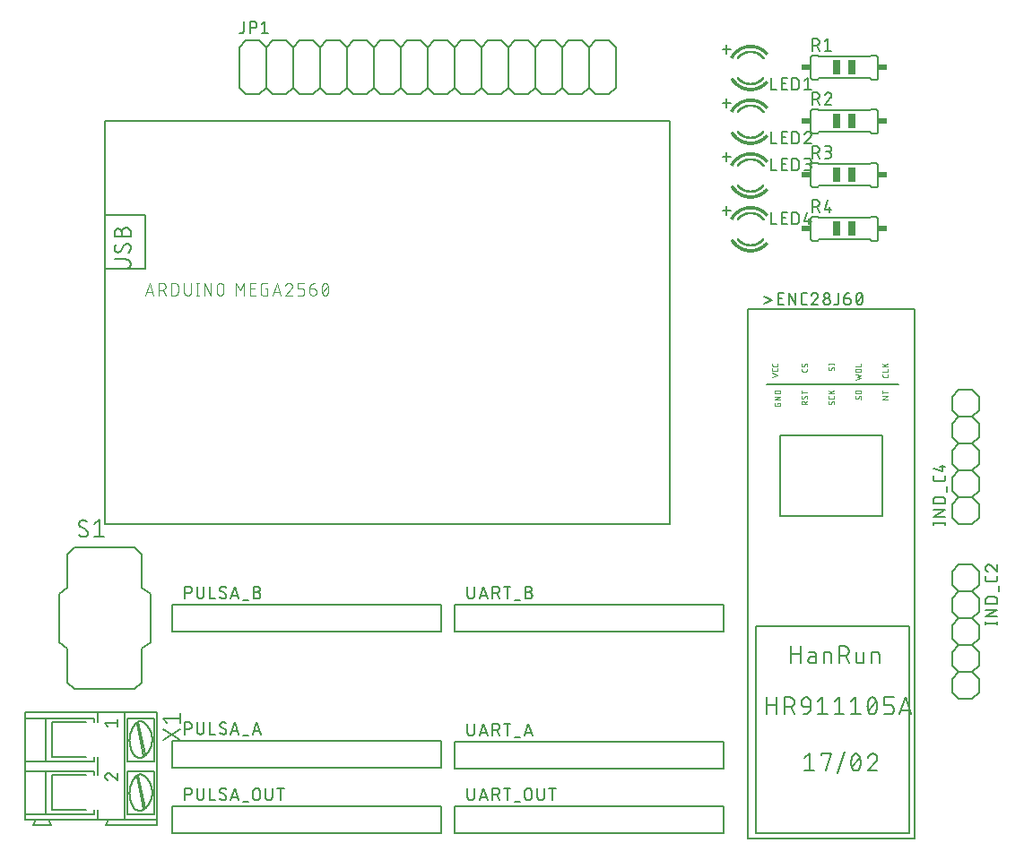
<source format=gbr>
G04 EAGLE Gerber RS-274X export*
G75*
%MOMM*%
%FSLAX34Y34*%
%LPD*%
%INSilkscreen Top*%
%IPPOS*%
%AMOC8*
5,1,8,0,0,1.08239X$1,22.5*%
G01*
%ADD10C,0.152400*%
%ADD11C,0.127000*%
%ADD12C,0.015238*%
%ADD13C,0.025400*%
%ADD14R,0.863600X0.609600*%
%ADD15R,0.650000X1.400000*%
%ADD16C,0.177800*%
%ADD17C,0.101600*%
%ADD18C,0.050800*%


D10*
X876300Y260350D02*
X876300Y247650D01*
X869950Y241300D01*
X857250Y241300D01*
X850900Y247650D01*
X876300Y285750D02*
X869950Y292100D01*
X876300Y285750D02*
X876300Y273050D01*
X869950Y266700D01*
X857250Y266700D01*
X850900Y273050D01*
X850900Y285750D01*
X857250Y292100D01*
X869950Y266700D02*
X876300Y260350D01*
X857250Y266700D02*
X850900Y260350D01*
X850900Y247650D01*
X876300Y323850D02*
X876300Y336550D01*
X876300Y323850D02*
X869950Y317500D01*
X857250Y317500D01*
X850900Y323850D01*
X869950Y317500D02*
X876300Y311150D01*
X876300Y298450D01*
X869950Y292100D01*
X857250Y292100D01*
X850900Y298450D01*
X850900Y311150D01*
X857250Y317500D01*
X857250Y342900D02*
X869950Y342900D01*
X876300Y336550D01*
X857250Y342900D02*
X850900Y336550D01*
X850900Y323850D01*
X876300Y234950D02*
X876300Y222250D01*
X869950Y215900D01*
X857250Y215900D01*
X850900Y222250D01*
X869950Y241300D02*
X876300Y234950D01*
X857250Y241300D02*
X850900Y234950D01*
X850900Y222250D01*
D11*
X882523Y287655D02*
X893953Y287655D01*
X893953Y286385D02*
X893953Y288925D01*
X882523Y288925D02*
X882523Y286385D01*
X882523Y294005D02*
X893953Y294005D01*
X893953Y300355D02*
X882523Y294005D01*
X882523Y300355D02*
X893953Y300355D01*
X893953Y306197D02*
X882523Y306197D01*
X882523Y309372D01*
X882525Y309483D01*
X882531Y309593D01*
X882540Y309704D01*
X882554Y309814D01*
X882571Y309923D01*
X882592Y310032D01*
X882617Y310140D01*
X882646Y310247D01*
X882678Y310353D01*
X882714Y310458D01*
X882754Y310561D01*
X882797Y310663D01*
X882844Y310764D01*
X882895Y310863D01*
X882948Y310960D01*
X883005Y311054D01*
X883066Y311147D01*
X883129Y311238D01*
X883196Y311327D01*
X883266Y311413D01*
X883339Y311496D01*
X883414Y311578D01*
X883492Y311656D01*
X883574Y311731D01*
X883657Y311804D01*
X883743Y311874D01*
X883832Y311941D01*
X883923Y312004D01*
X884016Y312065D01*
X884111Y312122D01*
X884207Y312175D01*
X884306Y312226D01*
X884407Y312273D01*
X884509Y312316D01*
X884612Y312356D01*
X884717Y312392D01*
X884823Y312424D01*
X884930Y312453D01*
X885038Y312478D01*
X885147Y312499D01*
X885256Y312516D01*
X885366Y312530D01*
X885477Y312539D01*
X885587Y312545D01*
X885698Y312547D01*
X890778Y312547D01*
X890889Y312545D01*
X890999Y312539D01*
X891110Y312530D01*
X891220Y312516D01*
X891329Y312499D01*
X891438Y312478D01*
X891546Y312453D01*
X891653Y312424D01*
X891759Y312392D01*
X891864Y312356D01*
X891967Y312316D01*
X892069Y312273D01*
X892170Y312226D01*
X892269Y312175D01*
X892366Y312122D01*
X892460Y312065D01*
X892553Y312004D01*
X892644Y311941D01*
X892733Y311874D01*
X892819Y311804D01*
X892902Y311731D01*
X892984Y311656D01*
X893062Y311578D01*
X893137Y311496D01*
X893210Y311413D01*
X893280Y311327D01*
X893347Y311238D01*
X893410Y311147D01*
X893471Y311054D01*
X893528Y310960D01*
X893581Y310863D01*
X893632Y310764D01*
X893679Y310663D01*
X893722Y310561D01*
X893762Y310458D01*
X893798Y310353D01*
X893830Y310247D01*
X893859Y310140D01*
X893884Y310032D01*
X893905Y309923D01*
X893922Y309814D01*
X893936Y309704D01*
X893945Y309593D01*
X893951Y309483D01*
X893953Y309372D01*
X893953Y306197D01*
X895223Y317500D02*
X895223Y322580D01*
X893953Y329655D02*
X893953Y332195D01*
X893953Y329655D02*
X893951Y329555D01*
X893945Y329456D01*
X893935Y329356D01*
X893922Y329258D01*
X893904Y329159D01*
X893883Y329062D01*
X893858Y328966D01*
X893829Y328870D01*
X893796Y328776D01*
X893760Y328683D01*
X893720Y328592D01*
X893676Y328502D01*
X893629Y328414D01*
X893579Y328328D01*
X893525Y328244D01*
X893468Y328162D01*
X893408Y328083D01*
X893344Y328005D01*
X893278Y327931D01*
X893209Y327859D01*
X893137Y327790D01*
X893063Y327724D01*
X892985Y327660D01*
X892906Y327600D01*
X892824Y327543D01*
X892740Y327489D01*
X892654Y327439D01*
X892566Y327392D01*
X892476Y327348D01*
X892385Y327308D01*
X892292Y327272D01*
X892198Y327239D01*
X892102Y327210D01*
X892006Y327185D01*
X891909Y327164D01*
X891810Y327146D01*
X891712Y327133D01*
X891612Y327123D01*
X891513Y327117D01*
X891413Y327115D01*
X885063Y327115D01*
X884963Y327117D01*
X884864Y327123D01*
X884764Y327133D01*
X884666Y327146D01*
X884567Y327164D01*
X884470Y327185D01*
X884374Y327210D01*
X884278Y327239D01*
X884184Y327272D01*
X884091Y327308D01*
X884000Y327348D01*
X883910Y327392D01*
X883822Y327439D01*
X883736Y327489D01*
X883652Y327543D01*
X883570Y327600D01*
X883491Y327660D01*
X883413Y327724D01*
X883339Y327790D01*
X883267Y327859D01*
X883198Y327931D01*
X883132Y328005D01*
X883068Y328083D01*
X883008Y328162D01*
X882951Y328244D01*
X882897Y328328D01*
X882847Y328414D01*
X882800Y328502D01*
X882756Y328592D01*
X882716Y328683D01*
X882680Y328776D01*
X882647Y328870D01*
X882618Y328966D01*
X882593Y329062D01*
X882572Y329159D01*
X882554Y329258D01*
X882541Y329356D01*
X882531Y329456D01*
X882525Y329555D01*
X882523Y329655D01*
X882523Y332195D01*
X882523Y340170D02*
X882525Y340274D01*
X882531Y340379D01*
X882540Y340483D01*
X882553Y340586D01*
X882571Y340689D01*
X882591Y340791D01*
X882616Y340893D01*
X882644Y340993D01*
X882676Y341093D01*
X882712Y341191D01*
X882751Y341288D01*
X882793Y341383D01*
X882839Y341477D01*
X882889Y341569D01*
X882941Y341659D01*
X882997Y341747D01*
X883057Y341833D01*
X883119Y341917D01*
X883184Y341998D01*
X883252Y342077D01*
X883324Y342154D01*
X883397Y342227D01*
X883474Y342299D01*
X883553Y342367D01*
X883634Y342432D01*
X883718Y342494D01*
X883804Y342554D01*
X883892Y342610D01*
X883982Y342662D01*
X884074Y342712D01*
X884168Y342758D01*
X884263Y342800D01*
X884360Y342839D01*
X884458Y342875D01*
X884558Y342907D01*
X884658Y342935D01*
X884760Y342960D01*
X884862Y342980D01*
X884965Y342998D01*
X885068Y343011D01*
X885172Y343020D01*
X885277Y343026D01*
X885381Y343028D01*
X882523Y340170D02*
X882525Y340052D01*
X882531Y339933D01*
X882540Y339815D01*
X882553Y339698D01*
X882571Y339581D01*
X882591Y339464D01*
X882616Y339348D01*
X882644Y339233D01*
X882677Y339120D01*
X882712Y339007D01*
X882752Y338895D01*
X882794Y338785D01*
X882841Y338676D01*
X882891Y338568D01*
X882944Y338463D01*
X883001Y338359D01*
X883061Y338257D01*
X883124Y338157D01*
X883191Y338059D01*
X883260Y337963D01*
X883333Y337870D01*
X883409Y337779D01*
X883487Y337690D01*
X883569Y337604D01*
X883653Y337521D01*
X883739Y337440D01*
X883829Y337363D01*
X883920Y337288D01*
X884014Y337216D01*
X884111Y337147D01*
X884209Y337082D01*
X884310Y337019D01*
X884413Y336960D01*
X884517Y336904D01*
X884623Y336852D01*
X884731Y336803D01*
X884840Y336758D01*
X884951Y336716D01*
X885063Y336678D01*
X887603Y342075D02*
X887528Y342151D01*
X887449Y342226D01*
X887368Y342297D01*
X887284Y342366D01*
X887198Y342431D01*
X887110Y342493D01*
X887020Y342553D01*
X886928Y342609D01*
X886833Y342662D01*
X886737Y342711D01*
X886639Y342757D01*
X886540Y342800D01*
X886439Y342839D01*
X886337Y342874D01*
X886234Y342906D01*
X886130Y342934D01*
X886025Y342959D01*
X885918Y342980D01*
X885812Y342997D01*
X885705Y343010D01*
X885597Y343019D01*
X885489Y343025D01*
X885381Y343027D01*
X887603Y342075D02*
X893953Y336677D01*
X893953Y343027D01*
D10*
X850900Y463550D02*
X850900Y476250D01*
X857250Y482600D01*
X869950Y482600D01*
X876300Y476250D01*
X850900Y438150D02*
X857250Y431800D01*
X850900Y438150D02*
X850900Y450850D01*
X857250Y457200D01*
X869950Y457200D01*
X876300Y450850D01*
X876300Y438150D01*
X869950Y431800D01*
X857250Y457200D02*
X850900Y463550D01*
X869950Y457200D02*
X876300Y463550D01*
X876300Y476250D01*
X850900Y400050D02*
X850900Y387350D01*
X850900Y400050D02*
X857250Y406400D01*
X869950Y406400D01*
X876300Y400050D01*
X857250Y406400D02*
X850900Y412750D01*
X850900Y425450D01*
X857250Y431800D01*
X869950Y431800D01*
X876300Y425450D01*
X876300Y412750D01*
X869950Y406400D01*
X869950Y381000D02*
X857250Y381000D01*
X850900Y387350D01*
X869950Y381000D02*
X876300Y387350D01*
X876300Y400050D01*
X850900Y488950D02*
X850900Y501650D01*
X857250Y508000D01*
X869950Y508000D01*
X876300Y501650D01*
X857250Y482600D02*
X850900Y488950D01*
X869950Y482600D02*
X876300Y488950D01*
X876300Y501650D01*
D11*
X844677Y382143D02*
X833247Y382143D01*
X844677Y380873D02*
X844677Y383413D01*
X833247Y383413D02*
X833247Y380873D01*
X833247Y388493D02*
X844677Y388493D01*
X844677Y394843D02*
X833247Y388493D01*
X833247Y394843D02*
X844677Y394843D01*
X844677Y400685D02*
X833247Y400685D01*
X833247Y403860D01*
X833249Y403971D01*
X833255Y404081D01*
X833264Y404192D01*
X833278Y404302D01*
X833295Y404411D01*
X833316Y404520D01*
X833341Y404628D01*
X833370Y404735D01*
X833402Y404841D01*
X833438Y404946D01*
X833478Y405049D01*
X833521Y405151D01*
X833568Y405252D01*
X833619Y405351D01*
X833672Y405448D01*
X833729Y405542D01*
X833790Y405635D01*
X833853Y405726D01*
X833920Y405815D01*
X833990Y405901D01*
X834063Y405984D01*
X834138Y406066D01*
X834216Y406144D01*
X834298Y406219D01*
X834381Y406292D01*
X834467Y406362D01*
X834556Y406429D01*
X834647Y406492D01*
X834740Y406553D01*
X834835Y406610D01*
X834931Y406663D01*
X835030Y406714D01*
X835131Y406761D01*
X835233Y406804D01*
X835336Y406844D01*
X835441Y406880D01*
X835547Y406912D01*
X835654Y406941D01*
X835762Y406966D01*
X835871Y406987D01*
X835980Y407004D01*
X836090Y407018D01*
X836201Y407027D01*
X836311Y407033D01*
X836422Y407035D01*
X841502Y407035D01*
X841613Y407033D01*
X841723Y407027D01*
X841834Y407018D01*
X841944Y407004D01*
X842053Y406987D01*
X842162Y406966D01*
X842270Y406941D01*
X842377Y406912D01*
X842483Y406880D01*
X842588Y406844D01*
X842691Y406804D01*
X842793Y406761D01*
X842894Y406714D01*
X842993Y406663D01*
X843090Y406610D01*
X843184Y406553D01*
X843277Y406492D01*
X843368Y406429D01*
X843457Y406362D01*
X843543Y406292D01*
X843626Y406219D01*
X843708Y406144D01*
X843786Y406066D01*
X843861Y405984D01*
X843934Y405901D01*
X844004Y405815D01*
X844071Y405726D01*
X844134Y405635D01*
X844195Y405542D01*
X844252Y405448D01*
X844305Y405351D01*
X844356Y405252D01*
X844403Y405151D01*
X844446Y405049D01*
X844486Y404946D01*
X844522Y404841D01*
X844554Y404735D01*
X844583Y404628D01*
X844608Y404520D01*
X844629Y404411D01*
X844646Y404302D01*
X844660Y404192D01*
X844669Y404081D01*
X844675Y403971D01*
X844677Y403860D01*
X844677Y400685D01*
X845947Y411988D02*
X845947Y417068D01*
X844677Y424143D02*
X844677Y426683D01*
X844677Y424143D02*
X844675Y424043D01*
X844669Y423944D01*
X844659Y423844D01*
X844646Y423746D01*
X844628Y423647D01*
X844607Y423550D01*
X844582Y423454D01*
X844553Y423358D01*
X844520Y423264D01*
X844484Y423171D01*
X844444Y423080D01*
X844400Y422990D01*
X844353Y422902D01*
X844303Y422816D01*
X844249Y422732D01*
X844192Y422650D01*
X844132Y422571D01*
X844068Y422493D01*
X844002Y422419D01*
X843933Y422347D01*
X843861Y422278D01*
X843787Y422212D01*
X843709Y422148D01*
X843630Y422088D01*
X843548Y422031D01*
X843464Y421977D01*
X843378Y421927D01*
X843290Y421880D01*
X843200Y421836D01*
X843109Y421796D01*
X843016Y421760D01*
X842922Y421727D01*
X842826Y421698D01*
X842730Y421673D01*
X842633Y421652D01*
X842534Y421634D01*
X842436Y421621D01*
X842336Y421611D01*
X842237Y421605D01*
X842137Y421603D01*
X835787Y421603D01*
X835687Y421605D01*
X835588Y421611D01*
X835488Y421621D01*
X835390Y421634D01*
X835291Y421652D01*
X835194Y421673D01*
X835098Y421698D01*
X835002Y421727D01*
X834908Y421760D01*
X834815Y421796D01*
X834724Y421836D01*
X834634Y421880D01*
X834546Y421927D01*
X834460Y421977D01*
X834376Y422031D01*
X834294Y422088D01*
X834215Y422148D01*
X834137Y422212D01*
X834063Y422278D01*
X833991Y422347D01*
X833922Y422419D01*
X833856Y422493D01*
X833792Y422571D01*
X833732Y422650D01*
X833675Y422732D01*
X833621Y422816D01*
X833571Y422902D01*
X833524Y422990D01*
X833480Y423080D01*
X833440Y423171D01*
X833404Y423264D01*
X833371Y423358D01*
X833342Y423454D01*
X833317Y423550D01*
X833296Y423647D01*
X833278Y423746D01*
X833265Y423844D01*
X833255Y423944D01*
X833249Y424043D01*
X833247Y424143D01*
X833247Y426683D01*
X833247Y433705D02*
X842137Y431165D01*
X842137Y437515D01*
X839597Y435610D02*
X844677Y435610D01*
D12*
X673315Y822118D02*
X672198Y821321D01*
X672199Y821321D02*
X671990Y821603D01*
X671774Y821880D01*
X671552Y822151D01*
X671324Y822417D01*
X671089Y822678D01*
X670848Y822933D01*
X670600Y823181D01*
X670347Y823424D01*
X670088Y823661D01*
X669824Y823891D01*
X669553Y824115D01*
X669278Y824332D01*
X668998Y824543D01*
X668712Y824747D01*
X668422Y824944D01*
X668127Y825134D01*
X667827Y825316D01*
X667523Y825492D01*
X667215Y825660D01*
X666903Y825820D01*
X666588Y825973D01*
X666268Y826118D01*
X665946Y826256D01*
X665620Y826386D01*
X665291Y826508D01*
X664959Y826622D01*
X664624Y826727D01*
X664288Y826825D01*
X663948Y826915D01*
X663607Y826996D01*
X663264Y827069D01*
X662919Y827134D01*
X662573Y827191D01*
X662226Y827239D01*
X661877Y827279D01*
X661528Y827310D01*
X661178Y827333D01*
X660827Y827348D01*
X660476Y827354D01*
X660476Y828725D01*
X660476Y828726D01*
X660861Y828719D01*
X661244Y828704D01*
X661628Y828679D01*
X662011Y828644D01*
X662392Y828601D01*
X662773Y828548D01*
X663152Y828486D01*
X663530Y828415D01*
X663906Y828335D01*
X664280Y828246D01*
X664651Y828148D01*
X665020Y828041D01*
X665386Y827925D01*
X665750Y827801D01*
X666110Y827667D01*
X666467Y827525D01*
X666821Y827374D01*
X667170Y827215D01*
X667516Y827048D01*
X667858Y826872D01*
X668195Y826688D01*
X668528Y826496D01*
X668856Y826296D01*
X669179Y826088D01*
X669497Y825872D01*
X669810Y825649D01*
X670117Y825418D01*
X670419Y825180D01*
X670715Y824935D01*
X671004Y824682D01*
X671288Y824423D01*
X671565Y824157D01*
X671836Y823884D01*
X672100Y823605D01*
X672357Y823320D01*
X672608Y823028D01*
X672851Y822731D01*
X673087Y822427D01*
X673315Y822118D01*
X673199Y822035D01*
X672972Y822341D01*
X672739Y822642D01*
X672498Y822937D01*
X672249Y823226D01*
X671995Y823508D01*
X671733Y823785D01*
X671465Y824055D01*
X671190Y824319D01*
X670909Y824576D01*
X670622Y824826D01*
X670329Y825069D01*
X670030Y825305D01*
X669725Y825534D01*
X669415Y825755D01*
X669100Y825968D01*
X668780Y826175D01*
X668455Y826373D01*
X668125Y826563D01*
X667791Y826745D01*
X667452Y826920D01*
X667110Y827086D01*
X666763Y827243D01*
X666413Y827393D01*
X666059Y827534D01*
X665702Y827666D01*
X665342Y827789D01*
X664979Y827904D01*
X664613Y828010D01*
X664245Y828107D01*
X663875Y828196D01*
X663502Y828275D01*
X663128Y828345D01*
X662752Y828407D01*
X662375Y828459D01*
X661997Y828502D01*
X661617Y828536D01*
X661238Y828561D01*
X660857Y828576D01*
X660476Y828583D01*
X660476Y828440D01*
X660854Y828433D01*
X661231Y828418D01*
X661607Y828393D01*
X661983Y828360D01*
X662358Y828317D01*
X662731Y828265D01*
X663104Y828205D01*
X663475Y828135D01*
X663844Y828056D01*
X664211Y827969D01*
X664575Y827872D01*
X664938Y827767D01*
X665297Y827653D01*
X665654Y827531D01*
X666008Y827400D01*
X666359Y827260D01*
X666706Y827113D01*
X667049Y826956D01*
X667389Y826792D01*
X667724Y826619D01*
X668055Y826438D01*
X668382Y826250D01*
X668704Y826053D01*
X669021Y825849D01*
X669334Y825637D01*
X669641Y825418D01*
X669942Y825192D01*
X670238Y824958D01*
X670529Y824717D01*
X670813Y824469D01*
X671092Y824215D01*
X671364Y823954D01*
X671630Y823686D01*
X671889Y823412D01*
X672142Y823132D01*
X672388Y822845D01*
X672626Y822553D01*
X672858Y822255D01*
X673083Y821952D01*
X672966Y821869D01*
X672744Y822170D01*
X672514Y822465D01*
X672278Y822754D01*
X672034Y823037D01*
X671784Y823315D01*
X671527Y823587D01*
X671263Y823852D01*
X670994Y824111D01*
X670718Y824363D01*
X670436Y824608D01*
X670148Y824847D01*
X669855Y825079D01*
X669556Y825303D01*
X669252Y825520D01*
X668942Y825730D01*
X668628Y825932D01*
X668309Y826127D01*
X667985Y826314D01*
X667657Y826493D01*
X667325Y826664D01*
X666988Y826827D01*
X666648Y826982D01*
X666304Y827128D01*
X665957Y827266D01*
X665606Y827396D01*
X665253Y827518D01*
X664896Y827630D01*
X664537Y827734D01*
X664176Y827830D01*
X663812Y827917D01*
X663447Y827995D01*
X663079Y828064D01*
X662711Y828124D01*
X662340Y828175D01*
X661969Y828217D01*
X661597Y828251D01*
X661224Y828275D01*
X660850Y828290D01*
X660476Y828297D01*
X660476Y828154D01*
X660847Y828148D01*
X661217Y828132D01*
X661586Y828108D01*
X661955Y828075D01*
X662323Y828033D01*
X662690Y827982D01*
X663055Y827923D01*
X663419Y827854D01*
X663781Y827777D01*
X664141Y827691D01*
X664500Y827597D01*
X664855Y827493D01*
X665208Y827382D01*
X665558Y827262D01*
X665906Y827133D01*
X666250Y826996D01*
X666590Y826851D01*
X666928Y826697D01*
X667261Y826536D01*
X667590Y826366D01*
X667915Y826189D01*
X668236Y826004D01*
X668552Y825811D01*
X668863Y825611D01*
X669170Y825403D01*
X669471Y825188D01*
X669767Y824965D01*
X670058Y824736D01*
X670343Y824500D01*
X670622Y824256D01*
X670896Y824007D01*
X671163Y823750D01*
X671424Y823487D01*
X671678Y823218D01*
X671926Y822943D01*
X672168Y822663D01*
X672402Y822376D01*
X672629Y822084D01*
X672850Y821786D01*
X672733Y821703D01*
X672515Y821998D01*
X672290Y822287D01*
X672058Y822571D01*
X671819Y822849D01*
X671573Y823122D01*
X671321Y823388D01*
X671062Y823649D01*
X670798Y823902D01*
X670527Y824150D01*
X670250Y824391D01*
X669968Y824625D01*
X669680Y824852D01*
X669387Y825073D01*
X669088Y825286D01*
X668784Y825492D01*
X668476Y825690D01*
X668163Y825881D01*
X667845Y826064D01*
X667523Y826240D01*
X667197Y826408D01*
X666867Y826568D01*
X666533Y826720D01*
X666195Y826864D01*
X665855Y826999D01*
X665511Y827127D01*
X665164Y827246D01*
X664814Y827357D01*
X664462Y827459D01*
X664107Y827552D01*
X663750Y827637D01*
X663391Y827714D01*
X663031Y827782D01*
X662669Y827841D01*
X662305Y827891D01*
X661941Y827933D01*
X661576Y827965D01*
X661210Y827989D01*
X660843Y828005D01*
X660476Y828011D01*
X660476Y827868D01*
X660840Y827862D01*
X661203Y827847D01*
X661565Y827823D01*
X661927Y827790D01*
X662288Y827749D01*
X662648Y827699D01*
X663007Y827641D01*
X663364Y827574D01*
X663719Y827498D01*
X664072Y827414D01*
X664424Y827321D01*
X664773Y827220D01*
X665119Y827110D01*
X665463Y826992D01*
X665803Y826866D01*
X666141Y826731D01*
X666475Y826589D01*
X666806Y826438D01*
X667133Y826280D01*
X667456Y826114D01*
X667775Y825940D01*
X668090Y825758D01*
X668400Y825569D01*
X668705Y825372D01*
X669006Y825168D01*
X669302Y824957D01*
X669592Y824739D01*
X669878Y824514D01*
X670157Y824282D01*
X670431Y824044D01*
X670700Y823798D01*
X670962Y823547D01*
X671218Y823289D01*
X671468Y823025D01*
X671711Y822755D01*
X671948Y822480D01*
X672178Y822198D01*
X672401Y821912D01*
X672617Y821620D01*
X672501Y821537D01*
X672287Y821826D01*
X672065Y822110D01*
X671838Y822388D01*
X671603Y822661D01*
X671362Y822929D01*
X671115Y823190D01*
X670861Y823445D01*
X670601Y823694D01*
X670336Y823937D01*
X670064Y824173D01*
X669787Y824403D01*
X669505Y824626D01*
X669217Y824842D01*
X668924Y825051D01*
X668627Y825253D01*
X668324Y825448D01*
X668017Y825635D01*
X667705Y825815D01*
X667389Y825987D01*
X667069Y826152D01*
X666745Y826309D01*
X666418Y826458D01*
X666087Y826599D01*
X665752Y826732D01*
X665415Y826857D01*
X665075Y826974D01*
X664731Y827083D01*
X664386Y827183D01*
X664038Y827275D01*
X663688Y827358D01*
X663336Y827433D01*
X662982Y827500D01*
X662627Y827558D01*
X662271Y827607D01*
X661913Y827648D01*
X661555Y827680D01*
X661196Y827704D01*
X660836Y827719D01*
X660476Y827725D01*
X660476Y827582D01*
X660833Y827576D01*
X661189Y827561D01*
X661544Y827538D01*
X661899Y827506D01*
X662253Y827465D01*
X662606Y827416D01*
X662958Y827359D01*
X663308Y827293D01*
X663657Y827219D01*
X664003Y827136D01*
X664348Y827045D01*
X664690Y826946D01*
X665030Y826838D01*
X665367Y826722D01*
X665701Y826599D01*
X666032Y826467D01*
X666360Y826327D01*
X666685Y826180D01*
X667005Y826024D01*
X667322Y825861D01*
X667635Y825690D01*
X667944Y825512D01*
X668248Y825327D01*
X668548Y825134D01*
X668843Y824934D01*
X669133Y824727D01*
X669418Y824513D01*
X669697Y824292D01*
X669972Y824065D01*
X670240Y823831D01*
X670503Y823590D01*
X670761Y823344D01*
X671012Y823091D01*
X671257Y822832D01*
X671495Y822567D01*
X671728Y822297D01*
X671953Y822021D01*
X672172Y821740D01*
X672384Y821454D01*
X672268Y821370D01*
X672058Y821654D01*
X671841Y821932D01*
X671618Y822206D01*
X671388Y822473D01*
X671151Y822735D01*
X670909Y822991D01*
X670660Y823242D01*
X670405Y823486D01*
X670145Y823724D01*
X669879Y823956D01*
X669607Y824181D01*
X669330Y824400D01*
X669048Y824612D01*
X668761Y824817D01*
X668469Y825015D01*
X668172Y825206D01*
X667871Y825389D01*
X667565Y825566D01*
X667255Y825735D01*
X666941Y825896D01*
X666624Y826050D01*
X666303Y826196D01*
X665978Y826335D01*
X665650Y826465D01*
X665319Y826588D01*
X664985Y826702D01*
X664649Y826809D01*
X664310Y826907D01*
X663969Y826997D01*
X663626Y827079D01*
X663281Y827153D01*
X662934Y827218D01*
X662585Y827275D01*
X662236Y827323D01*
X661885Y827363D01*
X661534Y827395D01*
X661182Y827418D01*
X660829Y827433D01*
X660476Y827439D01*
X660325Y828725D02*
X660325Y827353D01*
X660324Y827354D02*
X659973Y827348D01*
X659622Y827333D01*
X659272Y827310D01*
X658922Y827279D01*
X658573Y827239D01*
X658225Y827191D01*
X657879Y827134D01*
X657534Y827069D01*
X657190Y826996D01*
X656849Y826914D01*
X656509Y826824D01*
X656172Y826726D01*
X655837Y826620D01*
X655505Y826506D01*
X655176Y826384D01*
X654850Y826254D01*
X654527Y826116D01*
X654207Y825971D01*
X653891Y825817D01*
X653579Y825657D01*
X653271Y825488D01*
X652967Y825313D01*
X652667Y825130D01*
X652372Y824940D01*
X652081Y824742D01*
X651796Y824538D01*
X651515Y824327D01*
X651240Y824109D01*
X650969Y823885D01*
X650705Y823654D01*
X650446Y823417D01*
X650192Y823174D01*
X649945Y822925D01*
X649704Y822670D01*
X649469Y822409D01*
X649240Y822142D01*
X649018Y821870D01*
X648803Y821593D01*
X647705Y822416D01*
X647941Y822720D01*
X648184Y823018D01*
X648434Y823310D01*
X648692Y823596D01*
X648956Y823876D01*
X649227Y824149D01*
X649504Y824415D01*
X649788Y824675D01*
X650077Y824928D01*
X650373Y825174D01*
X650675Y825412D01*
X650982Y825643D01*
X651295Y825867D01*
X651614Y826083D01*
X651937Y826291D01*
X652265Y826492D01*
X652598Y826684D01*
X652936Y826868D01*
X653278Y827045D01*
X653624Y827212D01*
X653974Y827372D01*
X654328Y827523D01*
X654685Y827665D01*
X655046Y827799D01*
X655409Y827924D01*
X655776Y828040D01*
X656145Y828147D01*
X656517Y828245D01*
X656891Y828335D01*
X657267Y828415D01*
X657645Y828486D01*
X658025Y828548D01*
X658406Y828601D01*
X658788Y828644D01*
X659171Y828679D01*
X659555Y828704D01*
X659939Y828719D01*
X660324Y828726D01*
X660324Y828583D01*
X659943Y828576D01*
X659562Y828561D01*
X659182Y828536D01*
X658802Y828502D01*
X658423Y828459D01*
X658046Y828406D01*
X657670Y828345D01*
X657295Y828275D01*
X656922Y828195D01*
X656552Y828107D01*
X656183Y828009D01*
X655817Y827903D01*
X655454Y827788D01*
X655093Y827664D01*
X654736Y827532D01*
X654382Y827391D01*
X654031Y827241D01*
X653685Y827083D01*
X653342Y826917D01*
X653003Y826742D01*
X652668Y826560D01*
X652338Y826369D01*
X652013Y826170D01*
X651693Y825964D01*
X651377Y825750D01*
X651067Y825528D01*
X650763Y825299D01*
X650464Y825063D01*
X650170Y824819D01*
X649883Y824569D01*
X649602Y824311D01*
X649327Y824047D01*
X649059Y823776D01*
X648797Y823499D01*
X648542Y823216D01*
X648294Y822927D01*
X648053Y822631D01*
X647819Y822330D01*
X647934Y822245D01*
X648165Y822543D01*
X648404Y822835D01*
X648650Y823122D01*
X648903Y823403D01*
X649162Y823677D01*
X649428Y823946D01*
X649700Y824207D01*
X649979Y824462D01*
X650263Y824710D01*
X650554Y824952D01*
X650850Y825186D01*
X651152Y825413D01*
X651459Y825632D01*
X651772Y825845D01*
X652089Y826049D01*
X652411Y826246D01*
X652738Y826435D01*
X653070Y826616D01*
X653406Y826789D01*
X653745Y826954D01*
X654089Y827110D01*
X654436Y827258D01*
X654787Y827398D01*
X655141Y827529D01*
X655498Y827652D01*
X655859Y827766D01*
X656221Y827871D01*
X656586Y827968D01*
X656954Y828056D01*
X657323Y828134D01*
X657694Y828204D01*
X658067Y828265D01*
X658441Y828317D01*
X658816Y828360D01*
X659192Y828393D01*
X659569Y828418D01*
X659946Y828433D01*
X660324Y828440D01*
X660324Y828297D01*
X659950Y828290D01*
X659576Y828275D01*
X659203Y828251D01*
X658830Y828217D01*
X658458Y828175D01*
X658088Y828124D01*
X657718Y828063D01*
X657351Y827994D01*
X656985Y827916D01*
X656621Y827829D01*
X656259Y827734D01*
X655900Y827629D01*
X655543Y827516D01*
X655189Y827395D01*
X654838Y827265D01*
X654491Y827126D01*
X654147Y826979D01*
X653806Y826824D01*
X653470Y826661D01*
X653137Y826490D01*
X652809Y826310D01*
X652485Y826123D01*
X652165Y825928D01*
X651851Y825725D01*
X651541Y825515D01*
X651237Y825298D01*
X650938Y825073D01*
X650644Y824841D01*
X650356Y824602D01*
X650074Y824356D01*
X649798Y824103D01*
X649529Y823844D01*
X649265Y823578D01*
X649008Y823306D01*
X648758Y823028D01*
X648514Y822744D01*
X648278Y822454D01*
X648048Y822159D01*
X648163Y822073D01*
X648390Y822366D01*
X648624Y822653D01*
X648866Y822934D01*
X649114Y823210D01*
X649368Y823479D01*
X649629Y823742D01*
X649897Y823999D01*
X650170Y824249D01*
X650449Y824493D01*
X650734Y824730D01*
X651025Y824960D01*
X651322Y825183D01*
X651623Y825398D01*
X651930Y825606D01*
X652241Y825807D01*
X652558Y826000D01*
X652879Y826186D01*
X653204Y826363D01*
X653533Y826533D01*
X653867Y826695D01*
X654204Y826848D01*
X654545Y826994D01*
X654890Y827131D01*
X655237Y827260D01*
X655588Y827380D01*
X655941Y827492D01*
X656297Y827596D01*
X656655Y827690D01*
X657016Y827776D01*
X657378Y827854D01*
X657743Y827922D01*
X658109Y827982D01*
X658476Y828033D01*
X658844Y828075D01*
X659213Y828108D01*
X659583Y828132D01*
X659953Y828148D01*
X660324Y828154D01*
X660324Y828011D01*
X659957Y828005D01*
X659590Y827989D01*
X659224Y827965D01*
X658858Y827933D01*
X658493Y827891D01*
X658129Y827841D01*
X657767Y827781D01*
X657406Y827713D01*
X657047Y827637D01*
X656690Y827552D01*
X656335Y827458D01*
X655982Y827355D01*
X655632Y827245D01*
X655285Y827125D01*
X654941Y826998D01*
X654600Y826862D01*
X654262Y826718D01*
X653928Y826565D01*
X653597Y826405D01*
X653271Y826237D01*
X652949Y826061D01*
X652631Y825877D01*
X652317Y825686D01*
X652009Y825487D01*
X651705Y825281D01*
X651406Y825067D01*
X651113Y824847D01*
X650825Y824619D01*
X650542Y824384D01*
X650266Y824143D01*
X649995Y823895D01*
X649730Y823641D01*
X649471Y823380D01*
X649219Y823113D01*
X648973Y822840D01*
X648734Y822562D01*
X648502Y822277D01*
X648277Y821987D01*
X648391Y821901D01*
X648615Y822189D01*
X648845Y822470D01*
X649081Y822746D01*
X649325Y823017D01*
X649574Y823281D01*
X649831Y823539D01*
X650093Y823791D01*
X650361Y824037D01*
X650635Y824276D01*
X650915Y824508D01*
X651200Y824734D01*
X651491Y824952D01*
X651787Y825164D01*
X652088Y825368D01*
X652394Y825565D01*
X652704Y825754D01*
X653019Y825936D01*
X653338Y826111D01*
X653661Y826277D01*
X653989Y826436D01*
X654320Y826587D01*
X654654Y826729D01*
X654992Y826864D01*
X655333Y826990D01*
X655677Y827109D01*
X656024Y827218D01*
X656373Y827320D01*
X656724Y827413D01*
X657078Y827497D01*
X657434Y827573D01*
X657791Y827640D01*
X658150Y827699D01*
X658511Y827749D01*
X658872Y827790D01*
X659234Y827823D01*
X659597Y827847D01*
X659960Y827862D01*
X660324Y827868D01*
X660324Y827725D01*
X659964Y827719D01*
X659604Y827704D01*
X659245Y827680D01*
X658886Y827648D01*
X658528Y827607D01*
X658171Y827558D01*
X657816Y827500D01*
X657462Y827433D01*
X657109Y827358D01*
X656759Y827274D01*
X656411Y827182D01*
X656065Y827082D01*
X655722Y826973D01*
X655381Y826856D01*
X655043Y826731D01*
X654709Y826597D01*
X654377Y826456D01*
X654049Y826307D01*
X653725Y826149D01*
X653405Y825984D01*
X653089Y825812D01*
X652777Y825632D01*
X652470Y825444D01*
X652167Y825249D01*
X651869Y825046D01*
X651576Y824837D01*
X651288Y824621D01*
X651005Y824397D01*
X650728Y824167D01*
X650457Y823930D01*
X650191Y823687D01*
X649931Y823438D01*
X649678Y823182D01*
X649430Y822920D01*
X649189Y822652D01*
X648955Y822379D01*
X648727Y822100D01*
X648506Y821816D01*
X648620Y821730D01*
X648839Y822012D01*
X649065Y822288D01*
X649297Y822559D01*
X649536Y822824D01*
X649781Y823083D01*
X650032Y823336D01*
X650289Y823583D01*
X650552Y823824D01*
X650821Y824058D01*
X651096Y824286D01*
X651375Y824507D01*
X651661Y824722D01*
X651951Y824929D01*
X652246Y825130D01*
X652546Y825323D01*
X652850Y825509D01*
X653159Y825687D01*
X653472Y825858D01*
X653789Y826021D01*
X654110Y826177D01*
X654435Y826325D01*
X654763Y826465D01*
X655094Y826597D01*
X655429Y826721D01*
X655766Y826837D01*
X656106Y826945D01*
X656449Y827044D01*
X656794Y827135D01*
X657141Y827218D01*
X657489Y827293D01*
X657840Y827359D01*
X658192Y827416D01*
X658545Y827465D01*
X658900Y827506D01*
X659255Y827538D01*
X659611Y827561D01*
X659967Y827576D01*
X660324Y827582D01*
X660324Y827439D01*
X659971Y827433D01*
X659618Y827418D01*
X659265Y827395D01*
X658914Y827363D01*
X658563Y827323D01*
X658213Y827275D01*
X657864Y827218D01*
X657517Y827152D01*
X657172Y827079D01*
X656828Y826997D01*
X656487Y826906D01*
X656147Y826808D01*
X655811Y826701D01*
X655477Y826586D01*
X655145Y826463D01*
X654817Y826333D01*
X654492Y826194D01*
X654171Y826048D01*
X653853Y825894D01*
X653539Y825732D01*
X653229Y825562D01*
X652923Y825386D01*
X652622Y825202D01*
X652325Y825010D01*
X652033Y824812D01*
X651745Y824607D01*
X651463Y824394D01*
X651186Y824175D01*
X650914Y823950D01*
X650648Y823718D01*
X650387Y823479D01*
X650133Y823235D01*
X649884Y822984D01*
X649641Y822727D01*
X649405Y822465D01*
X649175Y822197D01*
X648951Y821923D01*
X648735Y821644D01*
X660476Y796875D02*
X660476Y798247D01*
X660476Y798246D02*
X660830Y798252D01*
X661183Y798267D01*
X661536Y798290D01*
X661888Y798322D01*
X662240Y798363D01*
X662590Y798412D01*
X662939Y798469D01*
X663287Y798535D01*
X663633Y798610D01*
X663977Y798692D01*
X664318Y798783D01*
X664658Y798883D01*
X664995Y798990D01*
X665329Y799106D01*
X665661Y799230D01*
X665989Y799362D01*
X666314Y799502D01*
X666635Y799649D01*
X666953Y799805D01*
X667267Y799968D01*
X667577Y800139D01*
X667882Y800317D01*
X668184Y800502D01*
X668480Y800695D01*
X668772Y800895D01*
X669059Y801102D01*
X669341Y801316D01*
X669617Y801537D01*
X669888Y801764D01*
X670153Y801998D01*
X670413Y802238D01*
X670667Y802484D01*
X670915Y802737D01*
X671156Y802996D01*
X671391Y803260D01*
X671620Y803530D01*
X671842Y803805D01*
X672924Y802963D01*
X672925Y802963D01*
X672682Y802661D01*
X672431Y802365D01*
X672174Y802076D01*
X671910Y801792D01*
X671638Y801516D01*
X671361Y801246D01*
X671076Y800982D01*
X670786Y800726D01*
X670489Y800477D01*
X670186Y800235D01*
X669877Y800001D01*
X669563Y799774D01*
X669244Y799555D01*
X668919Y799344D01*
X668589Y799141D01*
X668254Y798945D01*
X667915Y798758D01*
X667571Y798580D01*
X667223Y798410D01*
X666871Y798248D01*
X666515Y798095D01*
X666155Y797950D01*
X665792Y797815D01*
X665426Y797688D01*
X665057Y797570D01*
X664685Y797461D01*
X664311Y797362D01*
X663934Y797271D01*
X663555Y797190D01*
X663174Y797118D01*
X662792Y797055D01*
X662408Y797001D01*
X662023Y796957D01*
X661637Y796922D01*
X661251Y796897D01*
X660864Y796881D01*
X660476Y796874D01*
X660476Y797017D01*
X660860Y797024D01*
X661244Y797040D01*
X661627Y797065D01*
X662009Y797099D01*
X662391Y797143D01*
X662771Y797196D01*
X663150Y797258D01*
X663527Y797330D01*
X663902Y797411D01*
X664276Y797500D01*
X664647Y797599D01*
X665015Y797707D01*
X665381Y797824D01*
X665744Y797949D01*
X666104Y798084D01*
X666460Y798227D01*
X666813Y798378D01*
X667162Y798539D01*
X667507Y798707D01*
X667847Y798884D01*
X668184Y799070D01*
X668515Y799263D01*
X668842Y799465D01*
X669164Y799674D01*
X669481Y799891D01*
X669792Y800116D01*
X670098Y800348D01*
X670398Y800588D01*
X670692Y800834D01*
X670980Y801088D01*
X671262Y801349D01*
X671537Y801617D01*
X671806Y801891D01*
X672068Y802172D01*
X672323Y802459D01*
X672571Y802752D01*
X672812Y803051D01*
X672699Y803139D01*
X672460Y802842D01*
X672215Y802552D01*
X671962Y802268D01*
X671702Y801989D01*
X671436Y801718D01*
X671163Y801453D01*
X670884Y801194D01*
X670599Y800943D01*
X670307Y800698D01*
X670010Y800461D01*
X669707Y800230D01*
X669398Y800008D01*
X669084Y799793D01*
X668766Y799585D01*
X668442Y799386D01*
X668113Y799194D01*
X667780Y799011D01*
X667442Y798835D01*
X667100Y798668D01*
X666755Y798509D01*
X666405Y798359D01*
X666052Y798217D01*
X665696Y798084D01*
X665336Y797959D01*
X664974Y797844D01*
X664609Y797737D01*
X664241Y797639D01*
X663871Y797550D01*
X663499Y797470D01*
X663125Y797399D01*
X662750Y797338D01*
X662373Y797285D01*
X661995Y797242D01*
X661616Y797207D01*
X661237Y797182D01*
X660856Y797167D01*
X660476Y797160D01*
X660476Y797303D01*
X660853Y797310D01*
X661230Y797325D01*
X661606Y797350D01*
X661981Y797384D01*
X662356Y797427D01*
X662729Y797479D01*
X663101Y797540D01*
X663471Y797610D01*
X663840Y797690D01*
X664206Y797778D01*
X664570Y797875D01*
X664932Y797981D01*
X665291Y798095D01*
X665647Y798218D01*
X666001Y798350D01*
X666350Y798491D01*
X666697Y798640D01*
X667039Y798797D01*
X667378Y798963D01*
X667712Y799137D01*
X668042Y799318D01*
X668368Y799508D01*
X668689Y799706D01*
X669005Y799912D01*
X669316Y800125D01*
X669621Y800345D01*
X669922Y800573D01*
X670216Y800808D01*
X670505Y801051D01*
X670788Y801300D01*
X671064Y801556D01*
X671335Y801819D01*
X671599Y802088D01*
X671856Y802363D01*
X672106Y802645D01*
X672350Y802933D01*
X672586Y803226D01*
X672473Y803314D01*
X672239Y803023D01*
X671998Y802738D01*
X671750Y802459D01*
X671495Y802186D01*
X671233Y801920D01*
X670966Y801659D01*
X670692Y801406D01*
X670411Y801159D01*
X670125Y800919D01*
X669834Y800686D01*
X669536Y800460D01*
X669233Y800241D01*
X668925Y800030D01*
X668612Y799827D01*
X668294Y799631D01*
X667972Y799443D01*
X667645Y799263D01*
X667313Y799090D01*
X666978Y798926D01*
X666639Y798771D01*
X666296Y798623D01*
X665949Y798484D01*
X665599Y798353D01*
X665246Y798231D01*
X664891Y798117D01*
X664532Y798013D01*
X664171Y797916D01*
X663808Y797829D01*
X663443Y797751D01*
X663076Y797681D01*
X662708Y797620D01*
X662338Y797569D01*
X661967Y797526D01*
X661595Y797493D01*
X661223Y797468D01*
X660849Y797453D01*
X660476Y797446D01*
X660476Y797589D01*
X660846Y797596D01*
X661216Y797611D01*
X661585Y797635D01*
X661953Y797668D01*
X662321Y797711D01*
X662687Y797762D01*
X663052Y797822D01*
X663415Y797891D01*
X663777Y797969D01*
X664137Y798055D01*
X664494Y798150D01*
X664849Y798254D01*
X665201Y798367D01*
X665551Y798488D01*
X665897Y798617D01*
X666241Y798755D01*
X666580Y798901D01*
X666917Y799056D01*
X667249Y799218D01*
X667577Y799389D01*
X667901Y799567D01*
X668221Y799754D01*
X668536Y799948D01*
X668846Y800149D01*
X669151Y800358D01*
X669451Y800575D01*
X669745Y800798D01*
X670034Y801029D01*
X670318Y801267D01*
X670595Y801512D01*
X670867Y801763D01*
X671132Y802021D01*
X671391Y802285D01*
X671644Y802555D01*
X671889Y802832D01*
X672128Y803114D01*
X672360Y803402D01*
X672248Y803490D01*
X672018Y803204D01*
X671781Y802925D01*
X671537Y802651D01*
X671287Y802383D01*
X671031Y802122D01*
X670768Y801866D01*
X670499Y801617D01*
X670224Y801375D01*
X669944Y801140D01*
X669657Y800911D01*
X669366Y800689D01*
X669068Y800475D01*
X668766Y800268D01*
X668459Y800068D01*
X668147Y799876D01*
X667831Y799692D01*
X667510Y799515D01*
X667185Y799346D01*
X666855Y799185D01*
X666522Y799032D01*
X666186Y798887D01*
X665846Y798751D01*
X665503Y798622D01*
X665156Y798502D01*
X664807Y798391D01*
X664456Y798288D01*
X664102Y798194D01*
X663746Y798108D01*
X663387Y798031D01*
X663027Y797963D01*
X662666Y797903D01*
X662303Y797853D01*
X661939Y797811D01*
X661574Y797778D01*
X661208Y797754D01*
X660842Y797738D01*
X660476Y797732D01*
X660476Y797875D01*
X660839Y797881D01*
X661201Y797897D01*
X661564Y797920D01*
X661925Y797953D01*
X662285Y797995D01*
X662645Y798045D01*
X663003Y798104D01*
X663359Y798171D01*
X663714Y798248D01*
X664067Y798332D01*
X664418Y798426D01*
X664766Y798528D01*
X665112Y798638D01*
X665454Y798757D01*
X665794Y798884D01*
X666131Y799019D01*
X666464Y799163D01*
X666794Y799314D01*
X667120Y799473D01*
X667442Y799641D01*
X667760Y799816D01*
X668073Y799999D01*
X668382Y800189D01*
X668687Y800387D01*
X668986Y800592D01*
X669280Y800804D01*
X669569Y801024D01*
X669853Y801250D01*
X670131Y801483D01*
X670403Y801723D01*
X670669Y801970D01*
X670930Y802223D01*
X671184Y802482D01*
X671431Y802747D01*
X671672Y803018D01*
X671907Y803295D01*
X672135Y803578D01*
X672022Y803665D01*
X671796Y803385D01*
X671564Y803111D01*
X671325Y802843D01*
X671080Y802580D01*
X670828Y802324D01*
X670571Y802073D01*
X670307Y801829D01*
X670037Y801591D01*
X669762Y801361D01*
X669481Y801136D01*
X669195Y800919D01*
X668903Y800709D01*
X668607Y800506D01*
X668306Y800310D01*
X668000Y800121D01*
X667689Y799940D01*
X667375Y799767D01*
X667056Y799601D01*
X666733Y799443D01*
X666406Y799293D01*
X666076Y799151D01*
X665743Y799017D01*
X665406Y798892D01*
X665067Y798774D01*
X664724Y798665D01*
X664379Y798564D01*
X664032Y798471D01*
X663683Y798387D01*
X663331Y798312D01*
X662978Y798245D01*
X662624Y798186D01*
X662268Y798136D01*
X661911Y798095D01*
X661553Y798063D01*
X661194Y798039D01*
X660835Y798024D01*
X660476Y798018D01*
X660476Y798161D01*
X660832Y798167D01*
X661187Y798182D01*
X661542Y798206D01*
X661897Y798238D01*
X662250Y798278D01*
X662603Y798328D01*
X662954Y798385D01*
X663303Y798452D01*
X663651Y798527D01*
X663997Y798610D01*
X664341Y798702D01*
X664683Y798801D01*
X665022Y798910D01*
X665358Y799026D01*
X665691Y799151D01*
X666021Y799283D01*
X666348Y799424D01*
X666672Y799573D01*
X666991Y799729D01*
X667307Y799893D01*
X667619Y800065D01*
X667926Y800244D01*
X668229Y800430D01*
X668527Y800624D01*
X668821Y800826D01*
X669110Y801034D01*
X669393Y801249D01*
X669671Y801471D01*
X669944Y801700D01*
X670211Y801935D01*
X670472Y802177D01*
X670727Y802424D01*
X670976Y802679D01*
X671219Y802939D01*
X671456Y803204D01*
X671686Y803476D01*
X671909Y803753D01*
X647876Y802963D02*
X648959Y803806D01*
X648958Y803805D02*
X649180Y803530D01*
X649409Y803260D01*
X649644Y802996D01*
X649885Y802737D01*
X650133Y802484D01*
X650387Y802238D01*
X650647Y801998D01*
X650912Y801764D01*
X651183Y801537D01*
X651459Y801316D01*
X651741Y801102D01*
X652028Y800895D01*
X652320Y800695D01*
X652616Y800502D01*
X652918Y800317D01*
X653223Y800139D01*
X653533Y799968D01*
X653847Y799805D01*
X654165Y799649D01*
X654486Y799502D01*
X654811Y799362D01*
X655139Y799230D01*
X655471Y799106D01*
X655805Y798990D01*
X656142Y798883D01*
X656482Y798783D01*
X656823Y798692D01*
X657167Y798610D01*
X657513Y798535D01*
X657861Y798469D01*
X658210Y798412D01*
X658560Y798363D01*
X658912Y798322D01*
X659264Y798290D01*
X659617Y798267D01*
X659970Y798252D01*
X660324Y798246D01*
X660324Y796875D01*
X660324Y796874D01*
X659936Y796881D01*
X659549Y796897D01*
X659163Y796922D01*
X658777Y796957D01*
X658392Y797001D01*
X658008Y797055D01*
X657626Y797118D01*
X657245Y797190D01*
X656866Y797271D01*
X656489Y797362D01*
X656115Y797461D01*
X655743Y797570D01*
X655374Y797688D01*
X655008Y797815D01*
X654645Y797950D01*
X654285Y798095D01*
X653929Y798248D01*
X653577Y798410D01*
X653229Y798580D01*
X652885Y798758D01*
X652546Y798945D01*
X652211Y799141D01*
X651881Y799344D01*
X651556Y799555D01*
X651237Y799774D01*
X650923Y800001D01*
X650614Y800235D01*
X650311Y800477D01*
X650014Y800726D01*
X649724Y800982D01*
X649439Y801246D01*
X649162Y801516D01*
X648890Y801792D01*
X648626Y802076D01*
X648369Y802365D01*
X648118Y802661D01*
X647875Y802963D01*
X647988Y803051D01*
X648229Y802752D01*
X648477Y802459D01*
X648732Y802172D01*
X648994Y801891D01*
X649263Y801617D01*
X649538Y801349D01*
X649820Y801088D01*
X650108Y800834D01*
X650402Y800588D01*
X650702Y800348D01*
X651008Y800116D01*
X651319Y799891D01*
X651636Y799674D01*
X651958Y799465D01*
X652285Y799263D01*
X652616Y799070D01*
X652953Y798884D01*
X653293Y798707D01*
X653638Y798539D01*
X653987Y798378D01*
X654340Y798227D01*
X654696Y798084D01*
X655056Y797949D01*
X655419Y797824D01*
X655785Y797707D01*
X656153Y797599D01*
X656524Y797500D01*
X656898Y797411D01*
X657273Y797330D01*
X657650Y797258D01*
X658029Y797196D01*
X658409Y797143D01*
X658791Y797099D01*
X659173Y797065D01*
X659556Y797040D01*
X659940Y797024D01*
X660324Y797017D01*
X660324Y797160D01*
X659944Y797167D01*
X659563Y797182D01*
X659184Y797207D01*
X658805Y797242D01*
X658427Y797285D01*
X658050Y797338D01*
X657675Y797399D01*
X657301Y797470D01*
X656929Y797550D01*
X656559Y797639D01*
X656191Y797737D01*
X655826Y797844D01*
X655464Y797959D01*
X655104Y798084D01*
X654748Y798217D01*
X654395Y798359D01*
X654045Y798509D01*
X653700Y798668D01*
X653358Y798835D01*
X653020Y799011D01*
X652687Y799194D01*
X652358Y799386D01*
X652034Y799585D01*
X651716Y799793D01*
X651402Y800008D01*
X651093Y800230D01*
X650790Y800461D01*
X650493Y800698D01*
X650201Y800943D01*
X649916Y801194D01*
X649637Y801453D01*
X649364Y801718D01*
X649098Y801989D01*
X648838Y802268D01*
X648585Y802552D01*
X648340Y802842D01*
X648101Y803139D01*
X648214Y803226D01*
X648450Y802933D01*
X648694Y802645D01*
X648944Y802363D01*
X649201Y802088D01*
X649465Y801819D01*
X649736Y801556D01*
X650012Y801300D01*
X650295Y801051D01*
X650584Y800808D01*
X650878Y800573D01*
X651179Y800345D01*
X651484Y800125D01*
X651795Y799912D01*
X652111Y799706D01*
X652432Y799508D01*
X652758Y799318D01*
X653088Y799137D01*
X653422Y798963D01*
X653761Y798797D01*
X654103Y798640D01*
X654450Y798491D01*
X654799Y798350D01*
X655153Y798218D01*
X655509Y798095D01*
X655868Y797981D01*
X656230Y797875D01*
X656594Y797778D01*
X656960Y797690D01*
X657329Y797610D01*
X657699Y797540D01*
X658071Y797479D01*
X658444Y797427D01*
X658819Y797384D01*
X659194Y797350D01*
X659570Y797325D01*
X659947Y797310D01*
X660324Y797303D01*
X660324Y797446D01*
X659951Y797453D01*
X659577Y797468D01*
X659205Y797493D01*
X658833Y797526D01*
X658462Y797569D01*
X658092Y797620D01*
X657724Y797681D01*
X657357Y797751D01*
X656992Y797829D01*
X656629Y797916D01*
X656268Y798013D01*
X655909Y798117D01*
X655554Y798231D01*
X655201Y798353D01*
X654851Y798484D01*
X654504Y798623D01*
X654161Y798771D01*
X653822Y798926D01*
X653487Y799090D01*
X653155Y799263D01*
X652828Y799443D01*
X652506Y799631D01*
X652188Y799827D01*
X651875Y800030D01*
X651567Y800241D01*
X651264Y800460D01*
X650966Y800686D01*
X650675Y800919D01*
X650389Y801159D01*
X650108Y801406D01*
X649834Y801659D01*
X649567Y801920D01*
X649305Y802186D01*
X649050Y802459D01*
X648802Y802738D01*
X648561Y803023D01*
X648327Y803314D01*
X648440Y803402D01*
X648672Y803114D01*
X648911Y802832D01*
X649156Y802555D01*
X649409Y802285D01*
X649668Y802021D01*
X649933Y801763D01*
X650205Y801512D01*
X650482Y801267D01*
X650766Y801029D01*
X651055Y800798D01*
X651349Y800575D01*
X651649Y800358D01*
X651954Y800149D01*
X652264Y799948D01*
X652579Y799754D01*
X652899Y799567D01*
X653223Y799389D01*
X653551Y799218D01*
X653883Y799056D01*
X654220Y798901D01*
X654559Y798755D01*
X654903Y798617D01*
X655249Y798488D01*
X655599Y798367D01*
X655951Y798254D01*
X656306Y798150D01*
X656663Y798055D01*
X657023Y797969D01*
X657385Y797891D01*
X657748Y797822D01*
X658113Y797762D01*
X658479Y797711D01*
X658847Y797668D01*
X659215Y797635D01*
X659584Y797611D01*
X659954Y797596D01*
X660324Y797589D01*
X660324Y797732D01*
X659958Y797738D01*
X659592Y797754D01*
X659226Y797778D01*
X658861Y797811D01*
X658497Y797853D01*
X658134Y797903D01*
X657773Y797963D01*
X657413Y798031D01*
X657054Y798108D01*
X656698Y798194D01*
X656344Y798288D01*
X655993Y798391D01*
X655644Y798502D01*
X655297Y798622D01*
X654954Y798751D01*
X654614Y798887D01*
X654278Y799032D01*
X653945Y799185D01*
X653615Y799346D01*
X653290Y799515D01*
X652969Y799692D01*
X652653Y799876D01*
X652341Y800068D01*
X652034Y800268D01*
X651732Y800475D01*
X651434Y800689D01*
X651143Y800911D01*
X650856Y801140D01*
X650576Y801375D01*
X650301Y801617D01*
X650032Y801866D01*
X649769Y802122D01*
X649513Y802383D01*
X649263Y802651D01*
X649019Y802925D01*
X648782Y803204D01*
X648552Y803490D01*
X648665Y803578D01*
X648893Y803295D01*
X649128Y803018D01*
X649369Y802747D01*
X649616Y802482D01*
X649870Y802223D01*
X650131Y801970D01*
X650397Y801723D01*
X650669Y801483D01*
X650947Y801250D01*
X651231Y801024D01*
X651520Y800804D01*
X651814Y800592D01*
X652113Y800387D01*
X652418Y800189D01*
X652727Y799999D01*
X653040Y799816D01*
X653358Y799641D01*
X653680Y799473D01*
X654006Y799314D01*
X654336Y799163D01*
X654669Y799019D01*
X655006Y798884D01*
X655346Y798757D01*
X655688Y798638D01*
X656034Y798528D01*
X656382Y798426D01*
X656733Y798332D01*
X657086Y798248D01*
X657441Y798171D01*
X657797Y798104D01*
X658155Y798045D01*
X658515Y797995D01*
X658875Y797953D01*
X659236Y797920D01*
X659599Y797897D01*
X659961Y797881D01*
X660324Y797875D01*
X660324Y798018D01*
X659965Y798024D01*
X659606Y798039D01*
X659247Y798063D01*
X658889Y798095D01*
X658532Y798136D01*
X658176Y798186D01*
X657822Y798245D01*
X657469Y798312D01*
X657117Y798387D01*
X656768Y798471D01*
X656421Y798564D01*
X656076Y798665D01*
X655733Y798774D01*
X655394Y798892D01*
X655057Y799017D01*
X654724Y799151D01*
X654394Y799293D01*
X654067Y799443D01*
X653744Y799601D01*
X653425Y799767D01*
X653111Y799940D01*
X652800Y800121D01*
X652494Y800310D01*
X652193Y800506D01*
X651897Y800709D01*
X651605Y800919D01*
X651319Y801136D01*
X651038Y801361D01*
X650763Y801591D01*
X650493Y801829D01*
X650229Y802073D01*
X649972Y802324D01*
X649720Y802580D01*
X649475Y802843D01*
X649236Y803111D01*
X649004Y803385D01*
X648778Y803665D01*
X648891Y803753D01*
X649114Y803476D01*
X649344Y803204D01*
X649581Y802939D01*
X649824Y802679D01*
X650073Y802424D01*
X650328Y802177D01*
X650589Y801935D01*
X650856Y801700D01*
X651129Y801471D01*
X651407Y801249D01*
X651690Y801034D01*
X651979Y800826D01*
X652273Y800624D01*
X652571Y800430D01*
X652874Y800244D01*
X653181Y800065D01*
X653493Y799893D01*
X653809Y799729D01*
X654128Y799573D01*
X654452Y799424D01*
X654779Y799283D01*
X655109Y799151D01*
X655442Y799026D01*
X655778Y798910D01*
X656117Y798801D01*
X656459Y798702D01*
X656803Y798610D01*
X657149Y798527D01*
X657497Y798452D01*
X657846Y798385D01*
X658197Y798328D01*
X658550Y798278D01*
X658903Y798238D01*
X659258Y798206D01*
X659613Y798182D01*
X659968Y798167D01*
X660324Y798161D01*
D13*
X676806Y826638D02*
X675050Y825174D01*
X675050Y825175D02*
X674749Y825522D01*
X674440Y825862D01*
X674123Y826195D01*
X673798Y826520D01*
X673466Y826837D01*
X673126Y827146D01*
X672778Y827447D01*
X672424Y827740D01*
X672062Y828023D01*
X671694Y828298D01*
X671319Y828565D01*
X670938Y828822D01*
X670551Y829070D01*
X670159Y829308D01*
X669760Y829537D01*
X669356Y829757D01*
X668948Y829967D01*
X668534Y830167D01*
X668115Y830357D01*
X667692Y830536D01*
X667265Y830706D01*
X666834Y830865D01*
X666399Y831014D01*
X665961Y831153D01*
X665520Y831281D01*
X665075Y831398D01*
X664628Y831505D01*
X664179Y831601D01*
X663727Y831686D01*
X663274Y831760D01*
X662818Y831824D01*
X662362Y831876D01*
X661904Y831918D01*
X661446Y831948D01*
X660986Y831968D01*
X660527Y831977D01*
X660526Y834262D01*
X660527Y834263D01*
X661042Y834253D01*
X661557Y834232D01*
X662071Y834198D01*
X662584Y834152D01*
X663096Y834093D01*
X663606Y834022D01*
X664115Y833939D01*
X664621Y833844D01*
X665125Y833736D01*
X665626Y833617D01*
X666124Y833486D01*
X666619Y833342D01*
X667110Y833187D01*
X667598Y833020D01*
X668081Y832841D01*
X668560Y832651D01*
X669034Y832450D01*
X669503Y832237D01*
X669967Y832013D01*
X670426Y831778D01*
X670878Y831531D01*
X671325Y831275D01*
X671765Y831007D01*
X672199Y830729D01*
X672626Y830441D01*
X673046Y830142D01*
X673458Y829833D01*
X673864Y829515D01*
X674261Y829187D01*
X674650Y828850D01*
X675031Y828503D01*
X675404Y828147D01*
X675768Y827783D01*
X676123Y827410D01*
X676469Y827028D01*
X676806Y826638D01*
X676622Y826484D01*
X676289Y826870D01*
X675947Y827247D01*
X675595Y827616D01*
X675235Y827976D01*
X674867Y828328D01*
X674490Y828671D01*
X674105Y829004D01*
X673712Y829329D01*
X673312Y829643D01*
X672904Y829948D01*
X672489Y830244D01*
X672067Y830529D01*
X671638Y830804D01*
X671202Y831068D01*
X670761Y831322D01*
X670313Y831565D01*
X669860Y831798D01*
X669402Y832019D01*
X668938Y832230D01*
X668469Y832429D01*
X667995Y832617D01*
X667518Y832794D01*
X667036Y832959D01*
X666550Y833112D01*
X666061Y833254D01*
X665568Y833384D01*
X665073Y833502D01*
X664575Y833608D01*
X664074Y833703D01*
X663571Y833785D01*
X663067Y833855D01*
X662561Y833913D01*
X662053Y833958D01*
X661545Y833992D01*
X661036Y834013D01*
X660527Y834023D01*
X660527Y833783D01*
X661030Y833774D01*
X661533Y833752D01*
X662036Y833719D01*
X662537Y833674D01*
X663038Y833617D01*
X663536Y833547D01*
X664033Y833466D01*
X664528Y833373D01*
X665021Y833268D01*
X665510Y833151D01*
X665997Y833023D01*
X666481Y832883D01*
X666961Y832731D01*
X667437Y832568D01*
X667910Y832393D01*
X668378Y832207D01*
X668841Y832010D01*
X669300Y831802D01*
X669753Y831583D01*
X670201Y831353D01*
X670644Y831113D01*
X671080Y830862D01*
X671510Y830600D01*
X671934Y830328D01*
X672352Y830047D01*
X672762Y829755D01*
X673165Y829453D01*
X673561Y829142D01*
X673950Y828822D01*
X674330Y828492D01*
X674703Y828153D01*
X675067Y827806D01*
X675423Y827449D01*
X675770Y827085D01*
X676108Y826712D01*
X676438Y826331D01*
X676253Y826177D01*
X675928Y826554D01*
X675593Y826922D01*
X675250Y827283D01*
X674898Y827635D01*
X674538Y827978D01*
X674170Y828313D01*
X673794Y828639D01*
X673410Y828956D01*
X673019Y829263D01*
X672620Y829561D01*
X672214Y829850D01*
X671802Y830128D01*
X671383Y830397D01*
X670958Y830655D01*
X670526Y830903D01*
X670089Y831141D01*
X669646Y831368D01*
X669198Y831585D01*
X668745Y831790D01*
X668287Y831985D01*
X667824Y832169D01*
X667357Y832341D01*
X666886Y832503D01*
X666412Y832653D01*
X665934Y832791D01*
X665453Y832918D01*
X664969Y833034D01*
X664482Y833137D01*
X663993Y833230D01*
X663501Y833310D01*
X663009Y833378D01*
X662514Y833435D01*
X662018Y833480D01*
X661522Y833513D01*
X661024Y833534D01*
X660527Y833543D01*
X660527Y833303D01*
X661019Y833294D01*
X661510Y833273D01*
X662001Y833240D01*
X662491Y833196D01*
X662979Y833140D01*
X663467Y833072D01*
X663952Y832993D01*
X664435Y832902D01*
X664916Y832799D01*
X665395Y832685D01*
X665870Y832560D01*
X666343Y832423D01*
X666812Y832275D01*
X667277Y832115D01*
X667738Y831945D01*
X668196Y831763D01*
X668648Y831571D01*
X669096Y831367D01*
X669539Y831154D01*
X669977Y830929D01*
X670409Y830694D01*
X670835Y830449D01*
X671255Y830193D01*
X671670Y829928D01*
X672077Y829653D01*
X672478Y829368D01*
X672872Y829073D01*
X673259Y828769D01*
X673638Y828456D01*
X674010Y828134D01*
X674374Y827803D01*
X674730Y827464D01*
X675077Y827116D01*
X675417Y826760D01*
X675747Y826396D01*
X676069Y826023D01*
X675884Y825870D01*
X675567Y826237D01*
X675240Y826597D01*
X674905Y826949D01*
X674561Y827293D01*
X674210Y827629D01*
X673850Y827955D01*
X673483Y828274D01*
X673108Y828583D01*
X672725Y828883D01*
X672336Y829174D01*
X671940Y829456D01*
X671537Y829728D01*
X671128Y829990D01*
X670713Y830242D01*
X670291Y830485D01*
X669864Y830717D01*
X669432Y830939D01*
X668994Y831150D01*
X668552Y831351D01*
X668104Y831541D01*
X667653Y831721D01*
X667197Y831889D01*
X666737Y832047D01*
X666274Y832193D01*
X665807Y832328D01*
X665337Y832452D01*
X664864Y832565D01*
X664389Y832667D01*
X663911Y832756D01*
X663432Y832835D01*
X662950Y832902D01*
X662467Y832957D01*
X661983Y833001D01*
X661498Y833033D01*
X661013Y833054D01*
X660527Y833063D01*
X660527Y832823D01*
X661007Y832814D01*
X661487Y832793D01*
X661966Y832762D01*
X662444Y832718D01*
X662921Y832664D01*
X663397Y832597D01*
X663871Y832520D01*
X664342Y832431D01*
X664812Y832331D01*
X665279Y832219D01*
X665743Y832097D01*
X666205Y831963D01*
X666662Y831818D01*
X667117Y831663D01*
X667567Y831496D01*
X668013Y831319D01*
X668455Y831131D01*
X668893Y830933D01*
X669325Y830724D01*
X669752Y830505D01*
X670174Y830275D01*
X670590Y830036D01*
X671001Y829787D01*
X671405Y829528D01*
X671803Y829259D01*
X672194Y828981D01*
X672579Y828693D01*
X672957Y828397D01*
X673327Y828091D01*
X673690Y827777D01*
X674045Y827454D01*
X674393Y827122D01*
X674732Y826783D01*
X675063Y826435D01*
X675386Y826079D01*
X675700Y825716D01*
X675516Y825563D01*
X675205Y825921D01*
X674887Y826272D01*
X674559Y826616D01*
X674224Y826951D01*
X673881Y827279D01*
X673530Y827598D01*
X673171Y827908D01*
X672805Y828210D01*
X672432Y828503D01*
X672052Y828787D01*
X671666Y829062D01*
X671273Y829327D01*
X670873Y829583D01*
X670468Y829830D01*
X670057Y830066D01*
X669640Y830293D01*
X669218Y830509D01*
X668791Y830715D01*
X668359Y830911D01*
X667922Y831097D01*
X667481Y831272D01*
X667037Y831437D01*
X666588Y831590D01*
X666136Y831733D01*
X665680Y831865D01*
X665221Y831987D01*
X664760Y832097D01*
X664296Y832196D01*
X663830Y832283D01*
X663362Y832360D01*
X662892Y832425D01*
X662421Y832480D01*
X661948Y832522D01*
X661475Y832554D01*
X661001Y832574D01*
X660527Y832583D01*
X660527Y832343D01*
X660995Y832334D01*
X661463Y832314D01*
X661931Y832283D01*
X662397Y832241D01*
X662863Y832187D01*
X663327Y832123D01*
X663789Y832047D01*
X664250Y831960D01*
X664708Y831862D01*
X665164Y831754D01*
X665616Y831634D01*
X666066Y831503D01*
X666513Y831362D01*
X666956Y831210D01*
X667396Y831048D01*
X667831Y830875D01*
X668262Y830692D01*
X668689Y830498D01*
X669111Y830294D01*
X669528Y830080D01*
X669939Y829857D01*
X670345Y829623D01*
X670746Y829380D01*
X671140Y829127D01*
X671529Y828865D01*
X671910Y828594D01*
X672286Y828313D01*
X672654Y828024D01*
X673016Y827726D01*
X673370Y827419D01*
X673716Y827104D01*
X674056Y826781D01*
X674387Y826449D01*
X674710Y826110D01*
X675025Y825763D01*
X675331Y825409D01*
X675147Y825255D01*
X674844Y825605D01*
X674533Y825948D01*
X674214Y826283D01*
X673887Y826610D01*
X673552Y826929D01*
X673210Y827240D01*
X672860Y827543D01*
X672503Y827837D01*
X672139Y828123D01*
X671769Y828400D01*
X671391Y828668D01*
X671008Y828927D01*
X670618Y829177D01*
X670223Y829417D01*
X669822Y829647D01*
X669415Y829868D01*
X669004Y830079D01*
X668587Y830281D01*
X668166Y830472D01*
X667740Y830653D01*
X667310Y830824D01*
X666876Y830984D01*
X666438Y831134D01*
X665997Y831274D01*
X665553Y831402D01*
X665106Y831521D01*
X664656Y831628D01*
X664203Y831725D01*
X663749Y831810D01*
X663292Y831885D01*
X662834Y831949D01*
X662374Y832002D01*
X661913Y832044D01*
X661452Y832074D01*
X660989Y832094D01*
X660527Y832103D01*
X660274Y834262D02*
X660274Y831976D01*
X660273Y831977D02*
X659808Y831968D01*
X659343Y831948D01*
X658879Y831917D01*
X658416Y831874D01*
X657954Y831820D01*
X657493Y831755D01*
X657034Y831679D01*
X656577Y831592D01*
X656122Y831494D01*
X655670Y831384D01*
X655220Y831264D01*
X654774Y831133D01*
X654331Y830991D01*
X653891Y830838D01*
X653456Y830675D01*
X653024Y830501D01*
X652597Y830317D01*
X652174Y830123D01*
X651756Y829918D01*
X651343Y829703D01*
X650936Y829478D01*
X650534Y829244D01*
X650138Y829000D01*
X649748Y828746D01*
X649364Y828483D01*
X648987Y828210D01*
X648617Y827929D01*
X648253Y827639D01*
X647897Y827340D01*
X647548Y827032D01*
X647206Y826716D01*
X646872Y826392D01*
X646547Y826059D01*
X646229Y825719D01*
X645920Y825372D01*
X645619Y825017D01*
X645327Y824655D01*
X645044Y824285D01*
X644770Y823909D01*
X644505Y823527D01*
X644249Y823138D01*
X644003Y822743D01*
X643767Y822342D01*
X643540Y821936D01*
X641523Y823011D01*
X641523Y823012D01*
X641777Y823467D01*
X642041Y823917D01*
X642317Y824359D01*
X642603Y824795D01*
X642900Y825224D01*
X643206Y825646D01*
X643524Y826060D01*
X643851Y826466D01*
X644188Y826864D01*
X644534Y827253D01*
X644890Y827635D01*
X645255Y828007D01*
X645629Y828370D01*
X646011Y828725D01*
X646402Y829070D01*
X646802Y829405D01*
X647209Y829730D01*
X647624Y830046D01*
X648047Y830351D01*
X648477Y830646D01*
X648914Y830930D01*
X649358Y831204D01*
X649808Y831467D01*
X650265Y831719D01*
X650727Y831959D01*
X651196Y832189D01*
X651669Y832407D01*
X652148Y832613D01*
X652632Y832808D01*
X653120Y832990D01*
X653613Y833161D01*
X654110Y833320D01*
X654610Y833467D01*
X655114Y833602D01*
X655621Y833724D01*
X656130Y833834D01*
X656643Y833931D01*
X657157Y834016D01*
X657674Y834089D01*
X658191Y834149D01*
X658711Y834196D01*
X659231Y834231D01*
X659752Y834253D01*
X660273Y834263D01*
X660273Y834023D01*
X659758Y834013D01*
X659243Y833991D01*
X658728Y833957D01*
X658215Y833910D01*
X657703Y833851D01*
X657192Y833779D01*
X656684Y833695D01*
X656177Y833598D01*
X655673Y833490D01*
X655172Y833369D01*
X654674Y833236D01*
X654179Y833091D01*
X653688Y832933D01*
X653201Y832764D01*
X652719Y832584D01*
X652240Y832391D01*
X651767Y832187D01*
X651298Y831972D01*
X650835Y831745D01*
X650378Y831507D01*
X649927Y831258D01*
X649481Y830998D01*
X649043Y830728D01*
X648610Y830447D01*
X648185Y830155D01*
X647767Y829853D01*
X647357Y829541D01*
X646954Y829219D01*
X646559Y828888D01*
X646173Y828547D01*
X645794Y828197D01*
X645425Y827837D01*
X645064Y827469D01*
X644712Y827092D01*
X644369Y826707D01*
X644036Y826313D01*
X643713Y825912D01*
X643399Y825503D01*
X643096Y825086D01*
X642803Y824662D01*
X642520Y824231D01*
X642247Y823793D01*
X641986Y823349D01*
X641735Y822899D01*
X641946Y822786D01*
X642194Y823231D01*
X642453Y823670D01*
X642722Y824103D01*
X643002Y824529D01*
X643292Y824948D01*
X643592Y825360D01*
X643902Y825764D01*
X644222Y826161D01*
X644551Y826550D01*
X644890Y826931D01*
X645238Y827304D01*
X645594Y827668D01*
X645960Y828023D01*
X646334Y828369D01*
X646716Y828706D01*
X647106Y829034D01*
X647505Y829352D01*
X647910Y829660D01*
X648324Y829959D01*
X648744Y830247D01*
X649171Y830525D01*
X649605Y830793D01*
X650045Y831049D01*
X650491Y831296D01*
X650943Y831531D01*
X651401Y831755D01*
X651864Y831968D01*
X652332Y832170D01*
X652805Y832360D01*
X653282Y832539D01*
X653764Y832706D01*
X654249Y832861D01*
X654738Y833004D01*
X655231Y833136D01*
X655726Y833256D01*
X656224Y833363D01*
X656725Y833458D01*
X657228Y833542D01*
X657732Y833613D01*
X658239Y833671D01*
X658746Y833718D01*
X659255Y833752D01*
X659764Y833773D01*
X660273Y833783D01*
X660273Y833543D01*
X659770Y833533D01*
X659266Y833512D01*
X658764Y833478D01*
X658262Y833432D01*
X657762Y833374D01*
X657263Y833304D01*
X656766Y833222D01*
X656271Y833128D01*
X655779Y833021D01*
X655289Y832903D01*
X654802Y832773D01*
X654319Y832631D01*
X653839Y832478D01*
X653363Y832313D01*
X652891Y832136D01*
X652424Y831948D01*
X651962Y831749D01*
X651504Y831538D01*
X651051Y831316D01*
X650605Y831084D01*
X650163Y830841D01*
X649728Y830587D01*
X649300Y830322D01*
X648877Y830048D01*
X648462Y829763D01*
X648054Y829468D01*
X647652Y829163D01*
X647259Y828849D01*
X646873Y828525D01*
X646495Y828192D01*
X646125Y827849D01*
X645764Y827498D01*
X645412Y827138D01*
X645068Y826770D01*
X644733Y826394D01*
X644408Y826009D01*
X644092Y825617D01*
X643785Y825217D01*
X643489Y824810D01*
X643202Y824396D01*
X642925Y823975D01*
X642659Y823547D01*
X642403Y823113D01*
X642158Y822673D01*
X642370Y822560D01*
X642612Y822995D01*
X642865Y823424D01*
X643128Y823846D01*
X643402Y824263D01*
X643685Y824672D01*
X643978Y825074D01*
X644281Y825469D01*
X644593Y825857D01*
X644915Y826237D01*
X645246Y826609D01*
X645586Y826973D01*
X645934Y827329D01*
X646291Y827676D01*
X646656Y828014D01*
X647030Y828343D01*
X647411Y828663D01*
X647800Y828974D01*
X648197Y829275D01*
X648600Y829566D01*
X649011Y829848D01*
X649428Y830120D01*
X649852Y830381D01*
X650282Y830632D01*
X650718Y830872D01*
X651159Y831102D01*
X651607Y831321D01*
X652059Y831529D01*
X652516Y831726D01*
X652978Y831912D01*
X653444Y832087D01*
X653914Y832250D01*
X654389Y832402D01*
X654866Y832542D01*
X655347Y832670D01*
X655831Y832787D01*
X656318Y832892D01*
X656807Y832986D01*
X657298Y833067D01*
X657791Y833136D01*
X658286Y833194D01*
X658781Y833239D01*
X659278Y833272D01*
X659776Y833293D01*
X660273Y833303D01*
X660273Y833063D01*
X659782Y833054D01*
X659290Y833033D01*
X658799Y833000D01*
X658309Y832955D01*
X657821Y832898D01*
X657333Y832829D01*
X656848Y832749D01*
X656365Y832657D01*
X655884Y832553D01*
X655406Y832438D01*
X654930Y832311D01*
X654458Y832172D01*
X653990Y832022D01*
X653525Y831861D01*
X653064Y831688D01*
X652608Y831504D01*
X652156Y831310D01*
X651709Y831104D01*
X651267Y830888D01*
X650831Y830661D01*
X650400Y830423D01*
X649975Y830175D01*
X649557Y829917D01*
X649144Y829649D01*
X648739Y829370D01*
X648340Y829082D01*
X647948Y828785D01*
X647564Y828478D01*
X647187Y828161D01*
X646818Y827836D01*
X646457Y827502D01*
X646104Y827159D01*
X645759Y826808D01*
X645424Y826448D01*
X645097Y826080D01*
X644779Y825705D01*
X644470Y825322D01*
X644171Y824932D01*
X643881Y824534D01*
X643601Y824129D01*
X643331Y823718D01*
X643071Y823301D01*
X642821Y822877D01*
X642582Y822447D01*
X642794Y822334D01*
X643030Y822759D01*
X643277Y823177D01*
X643534Y823590D01*
X643801Y823996D01*
X644078Y824396D01*
X644364Y824789D01*
X644660Y825174D01*
X644965Y825553D01*
X645279Y825924D01*
X645602Y826287D01*
X645933Y826642D01*
X646274Y826989D01*
X646622Y827328D01*
X646979Y827658D01*
X647344Y827980D01*
X647716Y828292D01*
X648096Y828596D01*
X648483Y828890D01*
X648877Y829174D01*
X649278Y829449D01*
X649685Y829714D01*
X650099Y829969D01*
X650519Y830214D01*
X650944Y830449D01*
X651375Y830673D01*
X651812Y830887D01*
X652254Y831090D01*
X652700Y831283D01*
X653151Y831464D01*
X653606Y831635D01*
X654065Y831794D01*
X654528Y831942D01*
X654994Y832079D01*
X655464Y832205D01*
X655937Y832319D01*
X656412Y832422D01*
X656889Y832513D01*
X657369Y832592D01*
X657850Y832660D01*
X658333Y832716D01*
X658817Y832760D01*
X659302Y832793D01*
X659787Y832814D01*
X660273Y832823D01*
X660273Y832583D01*
X659793Y832574D01*
X659314Y832553D01*
X658835Y832521D01*
X658356Y832477D01*
X657879Y832422D01*
X657404Y832355D01*
X656930Y832276D01*
X656459Y832186D01*
X655989Y832085D01*
X655522Y831972D01*
X655059Y831848D01*
X654598Y831713D01*
X654141Y831566D01*
X653687Y831409D01*
X653237Y831240D01*
X652792Y831061D01*
X652351Y830871D01*
X651915Y830670D01*
X651483Y830459D01*
X651057Y830237D01*
X650637Y830006D01*
X650222Y829764D01*
X649814Y829511D01*
X649411Y829250D01*
X649015Y828978D01*
X648626Y828697D01*
X648243Y828406D01*
X647868Y828107D01*
X647500Y827798D01*
X647140Y827481D01*
X646788Y827154D01*
X646444Y826820D01*
X646107Y826477D01*
X645780Y826126D01*
X645461Y825767D01*
X645150Y825401D01*
X644849Y825027D01*
X644557Y824646D01*
X644274Y824258D01*
X644001Y823863D01*
X643737Y823462D01*
X643483Y823054D01*
X643239Y822641D01*
X643005Y822221D01*
X643217Y822108D01*
X643448Y822522D01*
X643689Y822931D01*
X643940Y823334D01*
X644200Y823730D01*
X644470Y824120D01*
X644750Y824503D01*
X645038Y824879D01*
X645336Y825249D01*
X645642Y825611D01*
X645958Y825965D01*
X646281Y826312D01*
X646613Y826650D01*
X646954Y826981D01*
X647302Y827303D01*
X647657Y827617D01*
X648021Y827921D01*
X648391Y828217D01*
X648769Y828504D01*
X649153Y828782D01*
X649545Y829050D01*
X649942Y829309D01*
X650346Y829558D01*
X650755Y829797D01*
X651171Y830026D01*
X651591Y830245D01*
X652017Y830453D01*
X652448Y830652D01*
X652884Y830839D01*
X653324Y831017D01*
X653768Y831183D01*
X654216Y831338D01*
X654668Y831483D01*
X655123Y831617D01*
X655581Y831739D01*
X656042Y831851D01*
X656505Y831951D01*
X656971Y832040D01*
X657439Y832117D01*
X657909Y832183D01*
X658380Y832238D01*
X658852Y832282D01*
X659325Y832313D01*
X659799Y832334D01*
X660273Y832343D01*
X660273Y832103D01*
X659805Y832094D01*
X659337Y832074D01*
X658870Y832042D01*
X658403Y831999D01*
X657938Y831945D01*
X657474Y831880D01*
X657012Y831803D01*
X656552Y831715D01*
X656094Y831616D01*
X655639Y831506D01*
X655187Y831385D01*
X654737Y831253D01*
X654291Y831111D01*
X653849Y830957D01*
X653410Y830793D01*
X652976Y830618D01*
X652546Y830432D01*
X652120Y830237D01*
X651699Y830030D01*
X651284Y829814D01*
X650874Y829588D01*
X650469Y829352D01*
X650071Y829106D01*
X649678Y828851D01*
X649292Y828586D01*
X648912Y828312D01*
X648539Y828028D01*
X648173Y827736D01*
X647814Y827435D01*
X647463Y827125D01*
X647119Y826807D01*
X646783Y826481D01*
X646455Y826146D01*
X646136Y825804D01*
X645824Y825454D01*
X645521Y825097D01*
X645228Y824732D01*
X644942Y824360D01*
X644667Y823982D01*
X644400Y823597D01*
X644143Y823205D01*
X643895Y822808D01*
X643657Y822404D01*
X643429Y821995D01*
X660526Y791338D02*
X660526Y793624D01*
X660527Y793623D02*
X660995Y793632D01*
X661463Y793653D01*
X661931Y793684D01*
X662398Y793727D01*
X662863Y793782D01*
X663327Y793848D01*
X663789Y793925D01*
X664249Y794013D01*
X664707Y794113D01*
X665163Y794224D01*
X665615Y794346D01*
X666064Y794479D01*
X666510Y794623D01*
X666953Y794777D01*
X667391Y794943D01*
X667825Y795119D01*
X668255Y795306D01*
X668680Y795503D01*
X669100Y795710D01*
X669515Y795928D01*
X669925Y796156D01*
X670329Y796393D01*
X670727Y796641D01*
X671118Y796898D01*
X671504Y797165D01*
X671883Y797441D01*
X672254Y797726D01*
X672619Y798020D01*
X672977Y798323D01*
X673327Y798635D01*
X673669Y798955D01*
X674003Y799283D01*
X674329Y799619D01*
X674647Y799964D01*
X674957Y800316D01*
X676701Y798839D01*
X676702Y798839D01*
X676355Y798444D01*
X675999Y798058D01*
X675634Y797681D01*
X675259Y797312D01*
X674876Y796953D01*
X674483Y796604D01*
X674083Y796264D01*
X673674Y795934D01*
X673257Y795614D01*
X672833Y795305D01*
X672401Y795006D01*
X671962Y794717D01*
X671516Y794440D01*
X671063Y794173D01*
X670604Y793918D01*
X670139Y793674D01*
X669668Y793441D01*
X669191Y793220D01*
X668709Y793011D01*
X668222Y792813D01*
X667731Y792628D01*
X667235Y792454D01*
X666735Y792293D01*
X666231Y792144D01*
X665724Y792008D01*
X665213Y791884D01*
X664700Y791772D01*
X664184Y791673D01*
X663666Y791587D01*
X663146Y791513D01*
X662624Y791453D01*
X662101Y791405D01*
X661577Y791369D01*
X661052Y791347D01*
X660527Y791337D01*
X660527Y791577D01*
X661046Y791587D01*
X661565Y791609D01*
X662083Y791644D01*
X662600Y791691D01*
X663116Y791752D01*
X663630Y791824D01*
X664143Y791910D01*
X664653Y792007D01*
X665160Y792118D01*
X665665Y792240D01*
X666167Y792375D01*
X666665Y792523D01*
X667159Y792682D01*
X667649Y792853D01*
X668135Y793037D01*
X668616Y793232D01*
X669093Y793439D01*
X669564Y793657D01*
X670030Y793887D01*
X670490Y794129D01*
X670943Y794381D01*
X671391Y794645D01*
X671832Y794919D01*
X672266Y795204D01*
X672693Y795500D01*
X673113Y795806D01*
X673525Y796122D01*
X673929Y796448D01*
X674325Y796784D01*
X674713Y797130D01*
X675092Y797485D01*
X675462Y797849D01*
X675824Y798222D01*
X676176Y798604D01*
X676519Y798994D01*
X676335Y799149D01*
X675997Y798763D01*
X675649Y798386D01*
X675291Y798017D01*
X674925Y797657D01*
X674550Y797306D01*
X674167Y796965D01*
X673775Y796633D01*
X673376Y796310D01*
X672969Y795998D01*
X672554Y795695D01*
X672132Y795403D01*
X671702Y795121D01*
X671266Y794850D01*
X670824Y794589D01*
X670375Y794340D01*
X669921Y794101D01*
X669460Y793874D01*
X668995Y793658D01*
X668524Y793453D01*
X668048Y793260D01*
X667567Y793079D01*
X667083Y792910D01*
X666594Y792752D01*
X666102Y792607D01*
X665606Y792473D01*
X665107Y792352D01*
X664605Y792243D01*
X664101Y792146D01*
X663595Y792062D01*
X663086Y791990D01*
X662576Y791930D01*
X662065Y791883D01*
X661553Y791849D01*
X661040Y791827D01*
X660527Y791817D01*
X660527Y792057D01*
X661034Y792067D01*
X661541Y792088D01*
X662047Y792123D01*
X662553Y792169D01*
X663057Y792228D01*
X663559Y792299D01*
X664060Y792382D01*
X664558Y792478D01*
X665054Y792586D01*
X665547Y792706D01*
X666037Y792838D01*
X666524Y792982D01*
X667007Y793137D01*
X667486Y793305D01*
X667961Y793484D01*
X668431Y793675D01*
X668896Y793877D01*
X669357Y794090D01*
X669812Y794315D01*
X670261Y794551D01*
X670705Y794798D01*
X671142Y795055D01*
X671573Y795323D01*
X671997Y795602D01*
X672414Y795890D01*
X672824Y796189D01*
X673227Y796498D01*
X673622Y796817D01*
X674009Y797145D01*
X674388Y797483D01*
X674758Y797830D01*
X675120Y798185D01*
X675473Y798550D01*
X675817Y798923D01*
X676152Y799304D01*
X675969Y799459D01*
X675638Y799082D01*
X675298Y798714D01*
X674949Y798354D01*
X674591Y798002D01*
X674225Y797659D01*
X673851Y797326D01*
X673468Y797001D01*
X673078Y796686D01*
X672680Y796381D01*
X672275Y796086D01*
X671862Y795800D01*
X671443Y795525D01*
X671017Y795260D01*
X670585Y795006D01*
X670147Y794762D01*
X669703Y794529D01*
X669253Y794307D01*
X668798Y794096D01*
X668338Y793896D01*
X667873Y793708D01*
X667404Y793530D01*
X666931Y793365D01*
X666453Y793211D01*
X665972Y793069D01*
X665488Y792938D01*
X665001Y792820D01*
X664511Y792713D01*
X664018Y792619D01*
X663524Y792536D01*
X663027Y792466D01*
X662529Y792408D01*
X662029Y792362D01*
X661529Y792328D01*
X661028Y792307D01*
X660527Y792297D01*
X660527Y792537D01*
X661022Y792547D01*
X661517Y792568D01*
X662012Y792601D01*
X662505Y792647D01*
X662997Y792704D01*
X663488Y792774D01*
X663977Y792855D01*
X664463Y792949D01*
X664948Y793054D01*
X665429Y793171D01*
X665908Y793300D01*
X666383Y793440D01*
X666855Y793593D01*
X667322Y793756D01*
X667786Y793931D01*
X668245Y794117D01*
X668700Y794315D01*
X669149Y794523D01*
X669594Y794743D01*
X670032Y794973D01*
X670466Y795214D01*
X670893Y795465D01*
X671313Y795727D01*
X671728Y795999D01*
X672135Y796281D01*
X672536Y796573D01*
X672929Y796875D01*
X673314Y797186D01*
X673692Y797506D01*
X674062Y797836D01*
X674424Y798174D01*
X674778Y798522D01*
X675123Y798878D01*
X675459Y799242D01*
X675786Y799614D01*
X675603Y799769D01*
X675279Y799401D01*
X674947Y799042D01*
X674607Y798690D01*
X674257Y798347D01*
X673900Y798012D01*
X673534Y797687D01*
X673161Y797370D01*
X672780Y797063D01*
X672391Y796765D01*
X671996Y796476D01*
X671593Y796198D01*
X671184Y795929D01*
X670768Y795670D01*
X670346Y795422D01*
X669918Y795184D01*
X669485Y794957D01*
X669046Y794740D01*
X668601Y794534D01*
X668152Y794339D01*
X667699Y794155D01*
X667241Y793982D01*
X666779Y793820D01*
X666313Y793670D01*
X665843Y793531D01*
X665370Y793404D01*
X664895Y793288D01*
X664416Y793184D01*
X663935Y793092D01*
X663452Y793011D01*
X662968Y792942D01*
X662481Y792885D01*
X661994Y792841D01*
X661505Y792808D01*
X661016Y792786D01*
X660527Y792777D01*
X660527Y793017D01*
X661010Y793026D01*
X661493Y793047D01*
X661976Y793080D01*
X662458Y793124D01*
X662938Y793180D01*
X663417Y793248D01*
X663894Y793328D01*
X664369Y793419D01*
X664841Y793522D01*
X665311Y793636D01*
X665778Y793762D01*
X666242Y793899D01*
X666702Y794048D01*
X667159Y794207D01*
X667611Y794378D01*
X668060Y794560D01*
X668503Y794753D01*
X668942Y794956D01*
X669376Y795170D01*
X669804Y795395D01*
X670227Y795630D01*
X670643Y795875D01*
X671054Y796131D01*
X671458Y796396D01*
X671856Y796672D01*
X672247Y796956D01*
X672631Y797251D01*
X673007Y797554D01*
X673376Y797867D01*
X673737Y798189D01*
X674090Y798519D01*
X674435Y798858D01*
X674772Y799205D01*
X675100Y799561D01*
X675419Y799924D01*
X675236Y800079D01*
X674921Y799720D01*
X674597Y799369D01*
X674264Y799026D01*
X673923Y798692D01*
X673575Y798365D01*
X673218Y798048D01*
X672853Y797739D01*
X672482Y797439D01*
X672103Y797148D01*
X671717Y796867D01*
X671324Y796595D01*
X670924Y796333D01*
X670519Y796081D01*
X670107Y795838D01*
X669690Y795606D01*
X669267Y795384D01*
X668838Y795173D01*
X668405Y794972D01*
X667967Y794781D01*
X667524Y794602D01*
X667077Y794433D01*
X666626Y794275D01*
X666172Y794129D01*
X665714Y793993D01*
X665252Y793869D01*
X664788Y793756D01*
X664321Y793654D01*
X663852Y793564D01*
X663381Y793486D01*
X662908Y793419D01*
X662434Y793363D01*
X661958Y793319D01*
X661481Y793287D01*
X661004Y793266D01*
X660527Y793257D01*
X660527Y793497D01*
X660998Y793506D01*
X661470Y793527D01*
X661940Y793559D01*
X662410Y793602D01*
X662879Y793657D01*
X663346Y793723D01*
X663811Y793801D01*
X664274Y793890D01*
X664735Y793990D01*
X665193Y794102D01*
X665649Y794224D01*
X666101Y794358D01*
X666550Y794503D01*
X666996Y794659D01*
X667437Y794825D01*
X667874Y795003D01*
X668307Y795191D01*
X668735Y795389D01*
X669158Y795598D01*
X669575Y795817D01*
X669988Y796046D01*
X670394Y796286D01*
X670795Y796535D01*
X671189Y796794D01*
X671577Y797062D01*
X671958Y797340D01*
X672333Y797627D01*
X672700Y797923D01*
X673060Y798228D01*
X673412Y798542D01*
X673757Y798864D01*
X674093Y799195D01*
X674421Y799533D01*
X674741Y799880D01*
X675053Y800234D01*
X641828Y802041D02*
X643813Y803176D01*
X643812Y803175D02*
X644050Y802777D01*
X644296Y802385D01*
X644553Y802000D01*
X644818Y801620D01*
X645092Y801247D01*
X645376Y800881D01*
X645668Y800522D01*
X645969Y800170D01*
X646278Y799825D01*
X646595Y799488D01*
X646921Y799158D01*
X647254Y798837D01*
X647595Y798523D01*
X647944Y798218D01*
X648299Y797922D01*
X648662Y797634D01*
X649032Y797355D01*
X649408Y797085D01*
X649791Y796824D01*
X650180Y796573D01*
X650574Y796331D01*
X650975Y796098D01*
X651381Y795876D01*
X651792Y795663D01*
X652209Y795460D01*
X652630Y795267D01*
X653055Y795085D01*
X653485Y794913D01*
X653919Y794751D01*
X654357Y794600D01*
X654798Y794459D01*
X655243Y794329D01*
X655690Y794210D01*
X656140Y794102D01*
X656593Y794004D01*
X657048Y793918D01*
X657505Y793843D01*
X657964Y793778D01*
X658424Y793725D01*
X658885Y793683D01*
X659347Y793652D01*
X659810Y793632D01*
X660273Y793623D01*
X660273Y791338D01*
X660273Y791337D01*
X659754Y791347D01*
X659235Y791369D01*
X658717Y791403D01*
X658200Y791450D01*
X657685Y791509D01*
X657171Y791581D01*
X656659Y791665D01*
X656149Y791762D01*
X655641Y791871D01*
X655137Y791992D01*
X654635Y792125D01*
X654137Y792271D01*
X653642Y792428D01*
X653152Y792598D01*
X652665Y792779D01*
X652183Y792972D01*
X651706Y793176D01*
X651235Y793392D01*
X650768Y793619D01*
X650307Y793858D01*
X649852Y794107D01*
X649403Y794368D01*
X648961Y794639D01*
X648525Y794921D01*
X648096Y795213D01*
X647674Y795516D01*
X647260Y795829D01*
X646854Y796151D01*
X646455Y796484D01*
X646064Y796826D01*
X645682Y797177D01*
X645309Y797537D01*
X644944Y797907D01*
X644589Y798285D01*
X644242Y798671D01*
X643905Y799066D01*
X643578Y799469D01*
X643261Y799879D01*
X642953Y800298D01*
X642656Y800723D01*
X642369Y801156D01*
X642093Y801595D01*
X641828Y802041D01*
X642036Y802160D01*
X642298Y801719D01*
X642572Y801285D01*
X642855Y800857D01*
X643149Y800436D01*
X643453Y800023D01*
X643767Y799617D01*
X644091Y799219D01*
X644424Y798828D01*
X644766Y798446D01*
X645118Y798073D01*
X645478Y797707D01*
X645847Y797351D01*
X646225Y797004D01*
X646611Y796666D01*
X647005Y796337D01*
X647407Y796018D01*
X647817Y795709D01*
X648234Y795410D01*
X648658Y795121D01*
X649089Y794842D01*
X649526Y794574D01*
X649970Y794316D01*
X650420Y794070D01*
X650875Y793834D01*
X651337Y793609D01*
X651803Y793396D01*
X652275Y793193D01*
X652751Y793003D01*
X653232Y792824D01*
X653717Y792656D01*
X654206Y792501D01*
X654699Y792357D01*
X655195Y792225D01*
X655694Y792105D01*
X656195Y791997D01*
X656700Y791902D01*
X657206Y791819D01*
X657714Y791748D01*
X658224Y791689D01*
X658735Y791642D01*
X659247Y791608D01*
X659760Y791587D01*
X660273Y791577D01*
X660273Y791817D01*
X659765Y791827D01*
X659259Y791848D01*
X658752Y791882D01*
X658247Y791928D01*
X657743Y791986D01*
X657241Y792056D01*
X656740Y792138D01*
X656242Y792233D01*
X655746Y792339D01*
X655253Y792458D01*
X654763Y792588D01*
X654276Y792730D01*
X653792Y792884D01*
X653313Y793050D01*
X652837Y793227D01*
X652367Y793415D01*
X651900Y793615D01*
X651439Y793826D01*
X650983Y794048D01*
X650532Y794281D01*
X650088Y794525D01*
X649649Y794780D01*
X649216Y795045D01*
X648791Y795321D01*
X648371Y795606D01*
X647959Y795902D01*
X647554Y796208D01*
X647157Y796523D01*
X646768Y796848D01*
X646386Y797182D01*
X646012Y797525D01*
X645647Y797878D01*
X645291Y798239D01*
X644943Y798608D01*
X644605Y798986D01*
X644276Y799372D01*
X643956Y799765D01*
X643645Y800167D01*
X643345Y800575D01*
X643054Y800991D01*
X642774Y801414D01*
X642504Y801843D01*
X642244Y802279D01*
X642453Y802398D01*
X642709Y801967D01*
X642976Y801543D01*
X643253Y801125D01*
X643541Y800714D01*
X643838Y800310D01*
X644144Y799914D01*
X644461Y799524D01*
X644786Y799143D01*
X645121Y798770D01*
X645464Y798405D01*
X645817Y798048D01*
X646177Y797700D01*
X646547Y797360D01*
X646924Y797030D01*
X647309Y796709D01*
X647702Y796397D01*
X648102Y796095D01*
X648509Y795803D01*
X648923Y795520D01*
X649344Y795248D01*
X649772Y794986D01*
X650206Y794734D01*
X650645Y794493D01*
X651091Y794263D01*
X651541Y794043D01*
X651997Y793835D01*
X652458Y793637D01*
X652924Y793451D01*
X653393Y793276D01*
X653867Y793112D01*
X654345Y792960D01*
X654826Y792820D01*
X655311Y792691D01*
X655799Y792574D01*
X656289Y792468D01*
X656781Y792375D01*
X657276Y792293D01*
X657773Y792224D01*
X658271Y792166D01*
X658770Y792121D01*
X659270Y792088D01*
X659771Y792067D01*
X660273Y792057D01*
X660273Y792297D01*
X659777Y792306D01*
X659282Y792327D01*
X658788Y792360D01*
X658294Y792405D01*
X657802Y792462D01*
X657311Y792531D01*
X656822Y792611D01*
X656335Y792704D01*
X655851Y792808D01*
X655369Y792924D01*
X654890Y793051D01*
X654415Y793190D01*
X653942Y793340D01*
X653474Y793502D01*
X653010Y793675D01*
X652550Y793859D01*
X652094Y794054D01*
X651644Y794260D01*
X651198Y794477D01*
X650758Y794705D01*
X650324Y794943D01*
X649895Y795192D01*
X649472Y795451D01*
X649056Y795720D01*
X648647Y795999D01*
X648244Y796288D01*
X647849Y796587D01*
X647461Y796895D01*
X647080Y797212D01*
X646707Y797539D01*
X646343Y797874D01*
X645986Y798218D01*
X645638Y798571D01*
X645298Y798931D01*
X644967Y799300D01*
X644646Y799677D01*
X644333Y800062D01*
X644030Y800454D01*
X643736Y800853D01*
X643453Y801259D01*
X643179Y801672D01*
X642915Y802091D01*
X642661Y802517D01*
X642869Y802636D01*
X643120Y802216D01*
X643381Y801801D01*
X643652Y801393D01*
X643932Y800992D01*
X644222Y800597D01*
X644522Y800210D01*
X644831Y799830D01*
X645149Y799458D01*
X645475Y799093D01*
X645811Y798737D01*
X646155Y798388D01*
X646508Y798048D01*
X646868Y797717D01*
X647236Y797394D01*
X647613Y797081D01*
X647996Y796776D01*
X648387Y796481D01*
X648785Y796196D01*
X649189Y795920D01*
X649600Y795654D01*
X650018Y795398D01*
X650441Y795152D01*
X650871Y794917D01*
X651306Y794692D01*
X651746Y794478D01*
X652191Y794274D01*
X652641Y794081D01*
X653096Y793899D01*
X653555Y793728D01*
X654017Y793568D01*
X654484Y793420D01*
X654954Y793282D01*
X655427Y793156D01*
X655903Y793042D01*
X656382Y792939D01*
X656863Y792848D01*
X657346Y792768D01*
X657831Y792700D01*
X658318Y792644D01*
X658805Y792600D01*
X659294Y792567D01*
X659783Y792546D01*
X660273Y792537D01*
X660273Y792777D01*
X659789Y792786D01*
X659306Y792807D01*
X658823Y792839D01*
X658341Y792883D01*
X657860Y792939D01*
X657381Y793006D01*
X656904Y793084D01*
X656429Y793175D01*
X655956Y793276D01*
X655485Y793389D01*
X655018Y793514D01*
X654553Y793649D01*
X654092Y793796D01*
X653635Y793954D01*
X653182Y794123D01*
X652733Y794303D01*
X652288Y794493D01*
X651848Y794695D01*
X651413Y794907D01*
X650984Y795129D01*
X650559Y795361D01*
X650141Y795604D01*
X649728Y795857D01*
X649322Y796120D01*
X648922Y796392D01*
X648529Y796674D01*
X648143Y796966D01*
X647764Y797267D01*
X647393Y797576D01*
X647029Y797895D01*
X646673Y798222D01*
X646324Y798558D01*
X645984Y798903D01*
X645653Y799255D01*
X645330Y799615D01*
X645016Y799983D01*
X644711Y800358D01*
X644415Y800741D01*
X644128Y801131D01*
X643851Y801527D01*
X643583Y801930D01*
X643326Y802340D01*
X643078Y802755D01*
X643286Y802874D01*
X643531Y802464D01*
X643786Y802059D01*
X644050Y801661D01*
X644324Y801270D01*
X644607Y800885D01*
X644899Y800507D01*
X645201Y800136D01*
X645511Y799772D01*
X645830Y799417D01*
X646158Y799069D01*
X646494Y798729D01*
X646838Y798397D01*
X647189Y798073D01*
X647549Y797759D01*
X647916Y797453D01*
X648291Y797155D01*
X648672Y796868D01*
X649060Y796589D01*
X649455Y796320D01*
X649856Y796060D01*
X650264Y795810D01*
X650677Y795571D01*
X651096Y795341D01*
X651521Y795121D01*
X651950Y794912D01*
X652385Y794713D01*
X652824Y794525D01*
X653268Y794347D01*
X653716Y794180D01*
X654167Y794024D01*
X654623Y793879D01*
X655082Y793745D01*
X655543Y793622D01*
X656008Y793510D01*
X656475Y793410D01*
X656945Y793321D01*
X657416Y793243D01*
X657890Y793177D01*
X658364Y793122D01*
X658840Y793078D01*
X659317Y793047D01*
X659795Y793026D01*
X660273Y793017D01*
X660273Y793257D01*
X659801Y793266D01*
X659329Y793286D01*
X658858Y793318D01*
X658388Y793361D01*
X657919Y793415D01*
X657451Y793481D01*
X656986Y793557D01*
X656522Y793645D01*
X656060Y793745D01*
X655602Y793855D01*
X655145Y793976D01*
X654692Y794109D01*
X654242Y794252D01*
X653796Y794406D01*
X653354Y794571D01*
X652916Y794746D01*
X652482Y794932D01*
X652053Y795129D01*
X651628Y795336D01*
X651209Y795553D01*
X650795Y795780D01*
X650387Y796016D01*
X649984Y796263D01*
X649588Y796520D01*
X649198Y796785D01*
X648814Y797061D01*
X648438Y797345D01*
X648068Y797638D01*
X647705Y797941D01*
X647350Y798252D01*
X647003Y798571D01*
X646663Y798899D01*
X646331Y799235D01*
X646008Y799578D01*
X645692Y799930D01*
X645386Y800289D01*
X645088Y800655D01*
X644799Y801028D01*
X644519Y801408D01*
X644249Y801795D01*
X643988Y802189D01*
X643736Y802588D01*
X643495Y802993D01*
X643703Y803113D01*
X643942Y802712D01*
X644190Y802318D01*
X644448Y801929D01*
X644715Y801547D01*
X644991Y801172D01*
X645277Y800803D01*
X645571Y800441D01*
X645874Y800087D01*
X646185Y799740D01*
X646504Y799401D01*
X646832Y799069D01*
X647168Y798745D01*
X647511Y798430D01*
X647862Y798123D01*
X648220Y797824D01*
X648585Y797535D01*
X648957Y797254D01*
X649336Y796982D01*
X649721Y796719D01*
X650112Y796466D01*
X650510Y796223D01*
X650913Y795989D01*
X651322Y795764D01*
X651736Y795550D01*
X652155Y795346D01*
X652579Y795152D01*
X653007Y794968D01*
X653440Y794795D01*
X653877Y794632D01*
X654317Y794480D01*
X654762Y794339D01*
X655209Y794208D01*
X655660Y794088D01*
X656113Y793979D01*
X656569Y793881D01*
X657027Y793794D01*
X657487Y793718D01*
X657948Y793653D01*
X658411Y793600D01*
X658876Y793557D01*
X659341Y793526D01*
X659806Y793506D01*
X660273Y793497D01*
D11*
X641858Y830072D02*
X634492Y830072D01*
X638048Y833882D02*
X638048Y826008D01*
X680085Y803275D02*
X680085Y791845D01*
X685165Y791845D01*
X689991Y791845D02*
X695071Y791845D01*
X689991Y791845D02*
X689991Y803275D01*
X695071Y803275D01*
X693801Y798195D02*
X689991Y798195D01*
X699872Y803275D02*
X699872Y791845D01*
X699872Y803275D02*
X703047Y803275D01*
X703158Y803273D01*
X703268Y803267D01*
X703379Y803258D01*
X703489Y803244D01*
X703598Y803227D01*
X703707Y803206D01*
X703815Y803181D01*
X703922Y803152D01*
X704028Y803120D01*
X704133Y803084D01*
X704236Y803044D01*
X704338Y803001D01*
X704439Y802954D01*
X704538Y802903D01*
X704635Y802850D01*
X704729Y802793D01*
X704822Y802732D01*
X704913Y802669D01*
X705002Y802602D01*
X705088Y802532D01*
X705171Y802459D01*
X705253Y802384D01*
X705331Y802306D01*
X705406Y802224D01*
X705479Y802141D01*
X705549Y802055D01*
X705616Y801966D01*
X705679Y801875D01*
X705740Y801782D01*
X705797Y801688D01*
X705850Y801591D01*
X705901Y801492D01*
X705948Y801391D01*
X705991Y801289D01*
X706031Y801186D01*
X706067Y801081D01*
X706099Y800975D01*
X706128Y800868D01*
X706153Y800760D01*
X706174Y800651D01*
X706191Y800542D01*
X706205Y800432D01*
X706214Y800321D01*
X706220Y800211D01*
X706222Y800100D01*
X706222Y795020D01*
X706220Y794909D01*
X706214Y794799D01*
X706205Y794688D01*
X706191Y794578D01*
X706174Y794469D01*
X706153Y794360D01*
X706128Y794252D01*
X706099Y794145D01*
X706067Y794039D01*
X706031Y793934D01*
X705991Y793831D01*
X705948Y793729D01*
X705901Y793628D01*
X705850Y793529D01*
X705797Y793433D01*
X705740Y793338D01*
X705679Y793245D01*
X705616Y793154D01*
X705549Y793065D01*
X705479Y792979D01*
X705406Y792896D01*
X705331Y792814D01*
X705253Y792736D01*
X705171Y792661D01*
X705088Y792588D01*
X705002Y792518D01*
X704913Y792451D01*
X704822Y792388D01*
X704729Y792327D01*
X704635Y792270D01*
X704538Y792217D01*
X704439Y792166D01*
X704338Y792119D01*
X704236Y792076D01*
X704133Y792036D01*
X704028Y792000D01*
X703922Y791968D01*
X703815Y791939D01*
X703707Y791914D01*
X703598Y791893D01*
X703489Y791876D01*
X703379Y791862D01*
X703268Y791853D01*
X703158Y791847D01*
X703047Y791845D01*
X699872Y791845D01*
X711683Y800735D02*
X714858Y803275D01*
X714858Y791845D01*
X711683Y791845D02*
X718033Y791845D01*
D12*
X673315Y771318D02*
X672198Y770521D01*
X672199Y770521D02*
X671990Y770803D01*
X671774Y771080D01*
X671552Y771351D01*
X671324Y771617D01*
X671089Y771878D01*
X670848Y772133D01*
X670600Y772381D01*
X670347Y772624D01*
X670088Y772861D01*
X669824Y773091D01*
X669553Y773315D01*
X669278Y773532D01*
X668998Y773743D01*
X668712Y773947D01*
X668422Y774144D01*
X668127Y774334D01*
X667827Y774516D01*
X667523Y774692D01*
X667215Y774860D01*
X666903Y775020D01*
X666588Y775173D01*
X666268Y775318D01*
X665946Y775456D01*
X665620Y775586D01*
X665291Y775708D01*
X664959Y775822D01*
X664624Y775927D01*
X664288Y776025D01*
X663948Y776115D01*
X663607Y776196D01*
X663264Y776269D01*
X662919Y776334D01*
X662573Y776391D01*
X662226Y776439D01*
X661877Y776479D01*
X661528Y776510D01*
X661178Y776533D01*
X660827Y776548D01*
X660476Y776554D01*
X660476Y777925D01*
X660476Y777926D01*
X660861Y777919D01*
X661244Y777904D01*
X661628Y777879D01*
X662011Y777844D01*
X662392Y777801D01*
X662773Y777748D01*
X663152Y777686D01*
X663530Y777615D01*
X663906Y777535D01*
X664280Y777446D01*
X664651Y777348D01*
X665020Y777241D01*
X665386Y777125D01*
X665750Y777001D01*
X666110Y776867D01*
X666467Y776725D01*
X666821Y776574D01*
X667170Y776415D01*
X667516Y776248D01*
X667858Y776072D01*
X668195Y775888D01*
X668528Y775696D01*
X668856Y775496D01*
X669179Y775288D01*
X669497Y775072D01*
X669810Y774849D01*
X670117Y774618D01*
X670419Y774380D01*
X670715Y774135D01*
X671004Y773882D01*
X671288Y773623D01*
X671565Y773357D01*
X671836Y773084D01*
X672100Y772805D01*
X672357Y772520D01*
X672608Y772228D01*
X672851Y771931D01*
X673087Y771627D01*
X673315Y771318D01*
X673199Y771235D01*
X672972Y771541D01*
X672739Y771842D01*
X672498Y772137D01*
X672249Y772426D01*
X671995Y772708D01*
X671733Y772985D01*
X671465Y773255D01*
X671190Y773519D01*
X670909Y773776D01*
X670622Y774026D01*
X670329Y774269D01*
X670030Y774505D01*
X669725Y774734D01*
X669415Y774955D01*
X669100Y775168D01*
X668780Y775375D01*
X668455Y775573D01*
X668125Y775763D01*
X667791Y775945D01*
X667452Y776120D01*
X667110Y776286D01*
X666763Y776443D01*
X666413Y776593D01*
X666059Y776734D01*
X665702Y776866D01*
X665342Y776989D01*
X664979Y777104D01*
X664613Y777210D01*
X664245Y777307D01*
X663875Y777396D01*
X663502Y777475D01*
X663128Y777545D01*
X662752Y777607D01*
X662375Y777659D01*
X661997Y777702D01*
X661617Y777736D01*
X661238Y777761D01*
X660857Y777776D01*
X660476Y777783D01*
X660476Y777640D01*
X660854Y777633D01*
X661231Y777618D01*
X661607Y777593D01*
X661983Y777560D01*
X662358Y777517D01*
X662731Y777465D01*
X663104Y777405D01*
X663475Y777335D01*
X663844Y777256D01*
X664211Y777169D01*
X664575Y777072D01*
X664938Y776967D01*
X665297Y776853D01*
X665654Y776731D01*
X666008Y776600D01*
X666359Y776460D01*
X666706Y776313D01*
X667049Y776156D01*
X667389Y775992D01*
X667724Y775819D01*
X668055Y775638D01*
X668382Y775450D01*
X668704Y775253D01*
X669021Y775049D01*
X669334Y774837D01*
X669641Y774618D01*
X669942Y774392D01*
X670238Y774158D01*
X670529Y773917D01*
X670813Y773669D01*
X671092Y773415D01*
X671364Y773154D01*
X671630Y772886D01*
X671889Y772612D01*
X672142Y772332D01*
X672388Y772045D01*
X672626Y771753D01*
X672858Y771455D01*
X673083Y771152D01*
X672966Y771069D01*
X672744Y771370D01*
X672514Y771665D01*
X672278Y771954D01*
X672034Y772237D01*
X671784Y772515D01*
X671527Y772787D01*
X671263Y773052D01*
X670994Y773311D01*
X670718Y773563D01*
X670436Y773808D01*
X670148Y774047D01*
X669855Y774279D01*
X669556Y774503D01*
X669252Y774720D01*
X668942Y774930D01*
X668628Y775132D01*
X668309Y775327D01*
X667985Y775514D01*
X667657Y775693D01*
X667325Y775864D01*
X666988Y776027D01*
X666648Y776182D01*
X666304Y776328D01*
X665957Y776466D01*
X665606Y776596D01*
X665253Y776718D01*
X664896Y776830D01*
X664537Y776934D01*
X664176Y777030D01*
X663812Y777117D01*
X663447Y777195D01*
X663079Y777264D01*
X662711Y777324D01*
X662340Y777375D01*
X661969Y777417D01*
X661597Y777451D01*
X661224Y777475D01*
X660850Y777490D01*
X660476Y777497D01*
X660476Y777354D01*
X660847Y777348D01*
X661217Y777332D01*
X661586Y777308D01*
X661955Y777275D01*
X662323Y777233D01*
X662690Y777182D01*
X663055Y777123D01*
X663419Y777054D01*
X663781Y776977D01*
X664141Y776891D01*
X664500Y776797D01*
X664855Y776693D01*
X665208Y776582D01*
X665558Y776462D01*
X665906Y776333D01*
X666250Y776196D01*
X666590Y776051D01*
X666928Y775897D01*
X667261Y775736D01*
X667590Y775566D01*
X667915Y775389D01*
X668236Y775204D01*
X668552Y775011D01*
X668863Y774811D01*
X669170Y774603D01*
X669471Y774388D01*
X669767Y774165D01*
X670058Y773936D01*
X670343Y773700D01*
X670622Y773456D01*
X670896Y773207D01*
X671163Y772950D01*
X671424Y772687D01*
X671678Y772418D01*
X671926Y772143D01*
X672168Y771863D01*
X672402Y771576D01*
X672629Y771284D01*
X672850Y770986D01*
X672733Y770903D01*
X672515Y771198D01*
X672290Y771487D01*
X672058Y771771D01*
X671819Y772049D01*
X671573Y772322D01*
X671321Y772588D01*
X671062Y772849D01*
X670798Y773102D01*
X670527Y773350D01*
X670250Y773591D01*
X669968Y773825D01*
X669680Y774052D01*
X669387Y774273D01*
X669088Y774486D01*
X668784Y774692D01*
X668476Y774890D01*
X668163Y775081D01*
X667845Y775264D01*
X667523Y775440D01*
X667197Y775608D01*
X666867Y775768D01*
X666533Y775920D01*
X666195Y776064D01*
X665855Y776199D01*
X665511Y776327D01*
X665164Y776446D01*
X664814Y776557D01*
X664462Y776659D01*
X664107Y776752D01*
X663750Y776837D01*
X663391Y776914D01*
X663031Y776982D01*
X662669Y777041D01*
X662305Y777091D01*
X661941Y777133D01*
X661576Y777165D01*
X661210Y777189D01*
X660843Y777205D01*
X660476Y777211D01*
X660476Y777068D01*
X660840Y777062D01*
X661203Y777047D01*
X661565Y777023D01*
X661927Y776990D01*
X662288Y776949D01*
X662648Y776899D01*
X663007Y776841D01*
X663364Y776774D01*
X663719Y776698D01*
X664072Y776614D01*
X664424Y776521D01*
X664773Y776420D01*
X665119Y776310D01*
X665463Y776192D01*
X665803Y776066D01*
X666141Y775931D01*
X666475Y775789D01*
X666806Y775638D01*
X667133Y775480D01*
X667456Y775314D01*
X667775Y775140D01*
X668090Y774958D01*
X668400Y774769D01*
X668705Y774572D01*
X669006Y774368D01*
X669302Y774157D01*
X669592Y773939D01*
X669878Y773714D01*
X670157Y773482D01*
X670431Y773244D01*
X670700Y772998D01*
X670962Y772747D01*
X671218Y772489D01*
X671468Y772225D01*
X671711Y771955D01*
X671948Y771680D01*
X672178Y771398D01*
X672401Y771112D01*
X672617Y770820D01*
X672501Y770737D01*
X672287Y771026D01*
X672065Y771310D01*
X671838Y771588D01*
X671603Y771861D01*
X671362Y772129D01*
X671115Y772390D01*
X670861Y772645D01*
X670601Y772894D01*
X670336Y773137D01*
X670064Y773373D01*
X669787Y773603D01*
X669505Y773826D01*
X669217Y774042D01*
X668924Y774251D01*
X668627Y774453D01*
X668324Y774648D01*
X668017Y774835D01*
X667705Y775015D01*
X667389Y775187D01*
X667069Y775352D01*
X666745Y775509D01*
X666418Y775658D01*
X666087Y775799D01*
X665752Y775932D01*
X665415Y776057D01*
X665075Y776174D01*
X664731Y776283D01*
X664386Y776383D01*
X664038Y776475D01*
X663688Y776558D01*
X663336Y776633D01*
X662982Y776700D01*
X662627Y776758D01*
X662271Y776807D01*
X661913Y776848D01*
X661555Y776880D01*
X661196Y776904D01*
X660836Y776919D01*
X660476Y776925D01*
X660476Y776782D01*
X660833Y776776D01*
X661189Y776761D01*
X661544Y776738D01*
X661899Y776706D01*
X662253Y776665D01*
X662606Y776616D01*
X662958Y776559D01*
X663308Y776493D01*
X663657Y776419D01*
X664003Y776336D01*
X664348Y776245D01*
X664690Y776146D01*
X665030Y776038D01*
X665367Y775922D01*
X665701Y775799D01*
X666032Y775667D01*
X666360Y775527D01*
X666685Y775380D01*
X667005Y775224D01*
X667322Y775061D01*
X667635Y774890D01*
X667944Y774712D01*
X668248Y774527D01*
X668548Y774334D01*
X668843Y774134D01*
X669133Y773927D01*
X669418Y773713D01*
X669697Y773492D01*
X669972Y773265D01*
X670240Y773031D01*
X670503Y772790D01*
X670761Y772544D01*
X671012Y772291D01*
X671257Y772032D01*
X671495Y771767D01*
X671728Y771497D01*
X671953Y771221D01*
X672172Y770940D01*
X672384Y770654D01*
X672268Y770570D01*
X672058Y770854D01*
X671841Y771132D01*
X671618Y771406D01*
X671388Y771673D01*
X671151Y771935D01*
X670909Y772191D01*
X670660Y772442D01*
X670405Y772686D01*
X670145Y772924D01*
X669879Y773156D01*
X669607Y773381D01*
X669330Y773600D01*
X669048Y773812D01*
X668761Y774017D01*
X668469Y774215D01*
X668172Y774406D01*
X667871Y774589D01*
X667565Y774766D01*
X667255Y774935D01*
X666941Y775096D01*
X666624Y775250D01*
X666303Y775396D01*
X665978Y775535D01*
X665650Y775665D01*
X665319Y775788D01*
X664985Y775902D01*
X664649Y776009D01*
X664310Y776107D01*
X663969Y776197D01*
X663626Y776279D01*
X663281Y776353D01*
X662934Y776418D01*
X662585Y776475D01*
X662236Y776523D01*
X661885Y776563D01*
X661534Y776595D01*
X661182Y776618D01*
X660829Y776633D01*
X660476Y776639D01*
X660325Y777925D02*
X660325Y776553D01*
X660324Y776554D02*
X659973Y776548D01*
X659622Y776533D01*
X659272Y776510D01*
X658922Y776479D01*
X658573Y776439D01*
X658225Y776391D01*
X657879Y776334D01*
X657534Y776269D01*
X657190Y776196D01*
X656849Y776114D01*
X656509Y776024D01*
X656172Y775926D01*
X655837Y775820D01*
X655505Y775706D01*
X655176Y775584D01*
X654850Y775454D01*
X654527Y775316D01*
X654207Y775171D01*
X653891Y775017D01*
X653579Y774857D01*
X653271Y774688D01*
X652967Y774513D01*
X652667Y774330D01*
X652372Y774140D01*
X652081Y773942D01*
X651796Y773738D01*
X651515Y773527D01*
X651240Y773309D01*
X650969Y773085D01*
X650705Y772854D01*
X650446Y772617D01*
X650192Y772374D01*
X649945Y772125D01*
X649704Y771870D01*
X649469Y771609D01*
X649240Y771342D01*
X649018Y771070D01*
X648803Y770793D01*
X647705Y771616D01*
X647941Y771920D01*
X648184Y772218D01*
X648434Y772510D01*
X648692Y772796D01*
X648956Y773076D01*
X649227Y773349D01*
X649504Y773615D01*
X649788Y773875D01*
X650077Y774128D01*
X650373Y774374D01*
X650675Y774612D01*
X650982Y774843D01*
X651295Y775067D01*
X651614Y775283D01*
X651937Y775491D01*
X652265Y775692D01*
X652598Y775884D01*
X652936Y776068D01*
X653278Y776245D01*
X653624Y776412D01*
X653974Y776572D01*
X654328Y776723D01*
X654685Y776865D01*
X655046Y776999D01*
X655409Y777124D01*
X655776Y777240D01*
X656145Y777347D01*
X656517Y777445D01*
X656891Y777535D01*
X657267Y777615D01*
X657645Y777686D01*
X658025Y777748D01*
X658406Y777801D01*
X658788Y777844D01*
X659171Y777879D01*
X659555Y777904D01*
X659939Y777919D01*
X660324Y777926D01*
X660324Y777783D01*
X659943Y777776D01*
X659562Y777761D01*
X659182Y777736D01*
X658802Y777702D01*
X658423Y777659D01*
X658046Y777606D01*
X657670Y777545D01*
X657295Y777475D01*
X656922Y777395D01*
X656552Y777307D01*
X656183Y777209D01*
X655817Y777103D01*
X655454Y776988D01*
X655093Y776864D01*
X654736Y776732D01*
X654382Y776591D01*
X654031Y776441D01*
X653685Y776283D01*
X653342Y776117D01*
X653003Y775942D01*
X652668Y775760D01*
X652338Y775569D01*
X652013Y775370D01*
X651693Y775164D01*
X651377Y774950D01*
X651067Y774728D01*
X650763Y774499D01*
X650464Y774263D01*
X650170Y774019D01*
X649883Y773769D01*
X649602Y773511D01*
X649327Y773247D01*
X649059Y772976D01*
X648797Y772699D01*
X648542Y772416D01*
X648294Y772127D01*
X648053Y771831D01*
X647819Y771530D01*
X647934Y771445D01*
X648165Y771743D01*
X648404Y772035D01*
X648650Y772322D01*
X648903Y772603D01*
X649162Y772877D01*
X649428Y773146D01*
X649700Y773407D01*
X649979Y773662D01*
X650263Y773910D01*
X650554Y774152D01*
X650850Y774386D01*
X651152Y774613D01*
X651459Y774832D01*
X651772Y775045D01*
X652089Y775249D01*
X652411Y775446D01*
X652738Y775635D01*
X653070Y775816D01*
X653406Y775989D01*
X653745Y776154D01*
X654089Y776310D01*
X654436Y776458D01*
X654787Y776598D01*
X655141Y776729D01*
X655498Y776852D01*
X655859Y776966D01*
X656221Y777071D01*
X656586Y777168D01*
X656954Y777256D01*
X657323Y777334D01*
X657694Y777404D01*
X658067Y777465D01*
X658441Y777517D01*
X658816Y777560D01*
X659192Y777593D01*
X659569Y777618D01*
X659946Y777633D01*
X660324Y777640D01*
X660324Y777497D01*
X659950Y777490D01*
X659576Y777475D01*
X659203Y777451D01*
X658830Y777417D01*
X658458Y777375D01*
X658088Y777324D01*
X657718Y777263D01*
X657351Y777194D01*
X656985Y777116D01*
X656621Y777029D01*
X656259Y776934D01*
X655900Y776829D01*
X655543Y776716D01*
X655189Y776595D01*
X654838Y776465D01*
X654491Y776326D01*
X654147Y776179D01*
X653806Y776024D01*
X653470Y775861D01*
X653137Y775690D01*
X652809Y775510D01*
X652485Y775323D01*
X652165Y775128D01*
X651851Y774925D01*
X651541Y774715D01*
X651237Y774498D01*
X650938Y774273D01*
X650644Y774041D01*
X650356Y773802D01*
X650074Y773556D01*
X649798Y773303D01*
X649529Y773044D01*
X649265Y772778D01*
X649008Y772506D01*
X648758Y772228D01*
X648514Y771944D01*
X648278Y771654D01*
X648048Y771359D01*
X648163Y771273D01*
X648390Y771566D01*
X648624Y771853D01*
X648866Y772134D01*
X649114Y772410D01*
X649368Y772679D01*
X649629Y772942D01*
X649897Y773199D01*
X650170Y773449D01*
X650449Y773693D01*
X650734Y773930D01*
X651025Y774160D01*
X651322Y774383D01*
X651623Y774598D01*
X651930Y774806D01*
X652241Y775007D01*
X652558Y775200D01*
X652879Y775386D01*
X653204Y775563D01*
X653533Y775733D01*
X653867Y775895D01*
X654204Y776048D01*
X654545Y776194D01*
X654890Y776331D01*
X655237Y776460D01*
X655588Y776580D01*
X655941Y776692D01*
X656297Y776796D01*
X656655Y776890D01*
X657016Y776976D01*
X657378Y777054D01*
X657743Y777122D01*
X658109Y777182D01*
X658476Y777233D01*
X658844Y777275D01*
X659213Y777308D01*
X659583Y777332D01*
X659953Y777348D01*
X660324Y777354D01*
X660324Y777211D01*
X659957Y777205D01*
X659590Y777189D01*
X659224Y777165D01*
X658858Y777133D01*
X658493Y777091D01*
X658129Y777041D01*
X657767Y776981D01*
X657406Y776913D01*
X657047Y776837D01*
X656690Y776752D01*
X656335Y776658D01*
X655982Y776555D01*
X655632Y776445D01*
X655285Y776325D01*
X654941Y776198D01*
X654600Y776062D01*
X654262Y775918D01*
X653928Y775765D01*
X653597Y775605D01*
X653271Y775437D01*
X652949Y775261D01*
X652631Y775077D01*
X652317Y774886D01*
X652009Y774687D01*
X651705Y774481D01*
X651406Y774267D01*
X651113Y774047D01*
X650825Y773819D01*
X650542Y773584D01*
X650266Y773343D01*
X649995Y773095D01*
X649730Y772841D01*
X649471Y772580D01*
X649219Y772313D01*
X648973Y772040D01*
X648734Y771762D01*
X648502Y771477D01*
X648277Y771187D01*
X648391Y771101D01*
X648615Y771389D01*
X648845Y771670D01*
X649081Y771946D01*
X649325Y772217D01*
X649574Y772481D01*
X649831Y772739D01*
X650093Y772991D01*
X650361Y773237D01*
X650635Y773476D01*
X650915Y773708D01*
X651200Y773934D01*
X651491Y774152D01*
X651787Y774364D01*
X652088Y774568D01*
X652394Y774765D01*
X652704Y774954D01*
X653019Y775136D01*
X653338Y775311D01*
X653661Y775477D01*
X653989Y775636D01*
X654320Y775787D01*
X654654Y775929D01*
X654992Y776064D01*
X655333Y776190D01*
X655677Y776309D01*
X656024Y776418D01*
X656373Y776520D01*
X656724Y776613D01*
X657078Y776697D01*
X657434Y776773D01*
X657791Y776840D01*
X658150Y776899D01*
X658511Y776949D01*
X658872Y776990D01*
X659234Y777023D01*
X659597Y777047D01*
X659960Y777062D01*
X660324Y777068D01*
X660324Y776925D01*
X659964Y776919D01*
X659604Y776904D01*
X659245Y776880D01*
X658886Y776848D01*
X658528Y776807D01*
X658171Y776758D01*
X657816Y776700D01*
X657462Y776633D01*
X657109Y776558D01*
X656759Y776474D01*
X656411Y776382D01*
X656065Y776282D01*
X655722Y776173D01*
X655381Y776056D01*
X655043Y775931D01*
X654709Y775797D01*
X654377Y775656D01*
X654049Y775507D01*
X653725Y775349D01*
X653405Y775184D01*
X653089Y775012D01*
X652777Y774832D01*
X652470Y774644D01*
X652167Y774449D01*
X651869Y774246D01*
X651576Y774037D01*
X651288Y773821D01*
X651005Y773597D01*
X650728Y773367D01*
X650457Y773130D01*
X650191Y772887D01*
X649931Y772638D01*
X649678Y772382D01*
X649430Y772120D01*
X649189Y771852D01*
X648955Y771579D01*
X648727Y771300D01*
X648506Y771016D01*
X648620Y770930D01*
X648839Y771212D01*
X649065Y771488D01*
X649297Y771759D01*
X649536Y772024D01*
X649781Y772283D01*
X650032Y772536D01*
X650289Y772783D01*
X650552Y773024D01*
X650821Y773258D01*
X651096Y773486D01*
X651375Y773707D01*
X651661Y773922D01*
X651951Y774129D01*
X652246Y774330D01*
X652546Y774523D01*
X652850Y774709D01*
X653159Y774887D01*
X653472Y775058D01*
X653789Y775221D01*
X654110Y775377D01*
X654435Y775525D01*
X654763Y775665D01*
X655094Y775797D01*
X655429Y775921D01*
X655766Y776037D01*
X656106Y776145D01*
X656449Y776244D01*
X656794Y776335D01*
X657141Y776418D01*
X657489Y776493D01*
X657840Y776559D01*
X658192Y776616D01*
X658545Y776665D01*
X658900Y776706D01*
X659255Y776738D01*
X659611Y776761D01*
X659967Y776776D01*
X660324Y776782D01*
X660324Y776639D01*
X659971Y776633D01*
X659618Y776618D01*
X659265Y776595D01*
X658914Y776563D01*
X658563Y776523D01*
X658213Y776475D01*
X657864Y776418D01*
X657517Y776352D01*
X657172Y776279D01*
X656828Y776197D01*
X656487Y776106D01*
X656147Y776008D01*
X655811Y775901D01*
X655477Y775786D01*
X655145Y775663D01*
X654817Y775533D01*
X654492Y775394D01*
X654171Y775248D01*
X653853Y775094D01*
X653539Y774932D01*
X653229Y774762D01*
X652923Y774586D01*
X652622Y774402D01*
X652325Y774210D01*
X652033Y774012D01*
X651745Y773807D01*
X651463Y773594D01*
X651186Y773375D01*
X650914Y773150D01*
X650648Y772918D01*
X650387Y772679D01*
X650133Y772435D01*
X649884Y772184D01*
X649641Y771927D01*
X649405Y771665D01*
X649175Y771397D01*
X648951Y771123D01*
X648735Y770844D01*
X660476Y746075D02*
X660476Y747447D01*
X660476Y747446D02*
X660830Y747452D01*
X661183Y747467D01*
X661536Y747490D01*
X661888Y747522D01*
X662240Y747563D01*
X662590Y747612D01*
X662939Y747669D01*
X663287Y747735D01*
X663633Y747810D01*
X663977Y747892D01*
X664318Y747983D01*
X664658Y748083D01*
X664995Y748190D01*
X665329Y748306D01*
X665661Y748430D01*
X665989Y748562D01*
X666314Y748702D01*
X666635Y748849D01*
X666953Y749005D01*
X667267Y749168D01*
X667577Y749339D01*
X667882Y749517D01*
X668184Y749702D01*
X668480Y749895D01*
X668772Y750095D01*
X669059Y750302D01*
X669341Y750516D01*
X669617Y750737D01*
X669888Y750964D01*
X670153Y751198D01*
X670413Y751438D01*
X670667Y751684D01*
X670915Y751937D01*
X671156Y752196D01*
X671391Y752460D01*
X671620Y752730D01*
X671842Y753005D01*
X672924Y752163D01*
X672925Y752163D01*
X672682Y751861D01*
X672431Y751565D01*
X672174Y751276D01*
X671910Y750992D01*
X671638Y750716D01*
X671361Y750446D01*
X671076Y750182D01*
X670786Y749926D01*
X670489Y749677D01*
X670186Y749435D01*
X669877Y749201D01*
X669563Y748974D01*
X669244Y748755D01*
X668919Y748544D01*
X668589Y748341D01*
X668254Y748145D01*
X667915Y747958D01*
X667571Y747780D01*
X667223Y747610D01*
X666871Y747448D01*
X666515Y747295D01*
X666155Y747150D01*
X665792Y747015D01*
X665426Y746888D01*
X665057Y746770D01*
X664685Y746661D01*
X664311Y746562D01*
X663934Y746471D01*
X663555Y746390D01*
X663174Y746318D01*
X662792Y746255D01*
X662408Y746201D01*
X662023Y746157D01*
X661637Y746122D01*
X661251Y746097D01*
X660864Y746081D01*
X660476Y746074D01*
X660476Y746217D01*
X660860Y746224D01*
X661244Y746240D01*
X661627Y746265D01*
X662009Y746299D01*
X662391Y746343D01*
X662771Y746396D01*
X663150Y746458D01*
X663527Y746530D01*
X663902Y746611D01*
X664276Y746700D01*
X664647Y746799D01*
X665015Y746907D01*
X665381Y747024D01*
X665744Y747149D01*
X666104Y747284D01*
X666460Y747427D01*
X666813Y747578D01*
X667162Y747739D01*
X667507Y747907D01*
X667847Y748084D01*
X668184Y748270D01*
X668515Y748463D01*
X668842Y748665D01*
X669164Y748874D01*
X669481Y749091D01*
X669792Y749316D01*
X670098Y749548D01*
X670398Y749788D01*
X670692Y750034D01*
X670980Y750288D01*
X671262Y750549D01*
X671537Y750817D01*
X671806Y751091D01*
X672068Y751372D01*
X672323Y751659D01*
X672571Y751952D01*
X672812Y752251D01*
X672699Y752339D01*
X672460Y752042D01*
X672215Y751752D01*
X671962Y751468D01*
X671702Y751189D01*
X671436Y750918D01*
X671163Y750653D01*
X670884Y750394D01*
X670599Y750143D01*
X670307Y749898D01*
X670010Y749661D01*
X669707Y749430D01*
X669398Y749208D01*
X669084Y748993D01*
X668766Y748785D01*
X668442Y748586D01*
X668113Y748394D01*
X667780Y748211D01*
X667442Y748035D01*
X667100Y747868D01*
X666755Y747709D01*
X666405Y747559D01*
X666052Y747417D01*
X665696Y747284D01*
X665336Y747159D01*
X664974Y747044D01*
X664609Y746937D01*
X664241Y746839D01*
X663871Y746750D01*
X663499Y746670D01*
X663125Y746599D01*
X662750Y746538D01*
X662373Y746485D01*
X661995Y746442D01*
X661616Y746407D01*
X661237Y746382D01*
X660856Y746367D01*
X660476Y746360D01*
X660476Y746503D01*
X660853Y746510D01*
X661230Y746525D01*
X661606Y746550D01*
X661981Y746584D01*
X662356Y746627D01*
X662729Y746679D01*
X663101Y746740D01*
X663471Y746810D01*
X663840Y746890D01*
X664206Y746978D01*
X664570Y747075D01*
X664932Y747181D01*
X665291Y747295D01*
X665647Y747418D01*
X666001Y747550D01*
X666350Y747691D01*
X666697Y747840D01*
X667039Y747997D01*
X667378Y748163D01*
X667712Y748337D01*
X668042Y748518D01*
X668368Y748708D01*
X668689Y748906D01*
X669005Y749112D01*
X669316Y749325D01*
X669621Y749545D01*
X669922Y749773D01*
X670216Y750008D01*
X670505Y750251D01*
X670788Y750500D01*
X671064Y750756D01*
X671335Y751019D01*
X671599Y751288D01*
X671856Y751563D01*
X672106Y751845D01*
X672350Y752133D01*
X672586Y752426D01*
X672473Y752514D01*
X672239Y752223D01*
X671998Y751938D01*
X671750Y751659D01*
X671495Y751386D01*
X671233Y751120D01*
X670966Y750859D01*
X670692Y750606D01*
X670411Y750359D01*
X670125Y750119D01*
X669834Y749886D01*
X669536Y749660D01*
X669233Y749441D01*
X668925Y749230D01*
X668612Y749027D01*
X668294Y748831D01*
X667972Y748643D01*
X667645Y748463D01*
X667313Y748290D01*
X666978Y748126D01*
X666639Y747971D01*
X666296Y747823D01*
X665949Y747684D01*
X665599Y747553D01*
X665246Y747431D01*
X664891Y747317D01*
X664532Y747213D01*
X664171Y747116D01*
X663808Y747029D01*
X663443Y746951D01*
X663076Y746881D01*
X662708Y746820D01*
X662338Y746769D01*
X661967Y746726D01*
X661595Y746693D01*
X661223Y746668D01*
X660849Y746653D01*
X660476Y746646D01*
X660476Y746789D01*
X660846Y746796D01*
X661216Y746811D01*
X661585Y746835D01*
X661953Y746868D01*
X662321Y746911D01*
X662687Y746962D01*
X663052Y747022D01*
X663415Y747091D01*
X663777Y747169D01*
X664137Y747255D01*
X664494Y747350D01*
X664849Y747454D01*
X665201Y747567D01*
X665551Y747688D01*
X665897Y747817D01*
X666241Y747955D01*
X666580Y748101D01*
X666917Y748256D01*
X667249Y748418D01*
X667577Y748589D01*
X667901Y748767D01*
X668221Y748954D01*
X668536Y749148D01*
X668846Y749349D01*
X669151Y749558D01*
X669451Y749775D01*
X669745Y749998D01*
X670034Y750229D01*
X670318Y750467D01*
X670595Y750712D01*
X670867Y750963D01*
X671132Y751221D01*
X671391Y751485D01*
X671644Y751755D01*
X671889Y752032D01*
X672128Y752314D01*
X672360Y752602D01*
X672248Y752690D01*
X672018Y752404D01*
X671781Y752125D01*
X671537Y751851D01*
X671287Y751583D01*
X671031Y751322D01*
X670768Y751066D01*
X670499Y750817D01*
X670224Y750575D01*
X669944Y750340D01*
X669657Y750111D01*
X669366Y749889D01*
X669068Y749675D01*
X668766Y749468D01*
X668459Y749268D01*
X668147Y749076D01*
X667831Y748892D01*
X667510Y748715D01*
X667185Y748546D01*
X666855Y748385D01*
X666522Y748232D01*
X666186Y748087D01*
X665846Y747951D01*
X665503Y747822D01*
X665156Y747702D01*
X664807Y747591D01*
X664456Y747488D01*
X664102Y747394D01*
X663746Y747308D01*
X663387Y747231D01*
X663027Y747163D01*
X662666Y747103D01*
X662303Y747053D01*
X661939Y747011D01*
X661574Y746978D01*
X661208Y746954D01*
X660842Y746938D01*
X660476Y746932D01*
X660476Y747075D01*
X660839Y747081D01*
X661201Y747097D01*
X661564Y747120D01*
X661925Y747153D01*
X662285Y747195D01*
X662645Y747245D01*
X663003Y747304D01*
X663359Y747371D01*
X663714Y747448D01*
X664067Y747532D01*
X664418Y747626D01*
X664766Y747728D01*
X665112Y747838D01*
X665454Y747957D01*
X665794Y748084D01*
X666131Y748219D01*
X666464Y748363D01*
X666794Y748514D01*
X667120Y748673D01*
X667442Y748841D01*
X667760Y749016D01*
X668073Y749199D01*
X668382Y749389D01*
X668687Y749587D01*
X668986Y749792D01*
X669280Y750004D01*
X669569Y750224D01*
X669853Y750450D01*
X670131Y750683D01*
X670403Y750923D01*
X670669Y751170D01*
X670930Y751423D01*
X671184Y751682D01*
X671431Y751947D01*
X671672Y752218D01*
X671907Y752495D01*
X672135Y752778D01*
X672022Y752865D01*
X671796Y752585D01*
X671564Y752311D01*
X671325Y752043D01*
X671080Y751780D01*
X670828Y751524D01*
X670571Y751273D01*
X670307Y751029D01*
X670037Y750791D01*
X669762Y750561D01*
X669481Y750336D01*
X669195Y750119D01*
X668903Y749909D01*
X668607Y749706D01*
X668306Y749510D01*
X668000Y749321D01*
X667689Y749140D01*
X667375Y748967D01*
X667056Y748801D01*
X666733Y748643D01*
X666406Y748493D01*
X666076Y748351D01*
X665743Y748217D01*
X665406Y748092D01*
X665067Y747974D01*
X664724Y747865D01*
X664379Y747764D01*
X664032Y747671D01*
X663683Y747587D01*
X663331Y747512D01*
X662978Y747445D01*
X662624Y747386D01*
X662268Y747336D01*
X661911Y747295D01*
X661553Y747263D01*
X661194Y747239D01*
X660835Y747224D01*
X660476Y747218D01*
X660476Y747361D01*
X660832Y747367D01*
X661187Y747382D01*
X661542Y747406D01*
X661897Y747438D01*
X662250Y747478D01*
X662603Y747528D01*
X662954Y747585D01*
X663303Y747652D01*
X663651Y747727D01*
X663997Y747810D01*
X664341Y747902D01*
X664683Y748001D01*
X665022Y748110D01*
X665358Y748226D01*
X665691Y748351D01*
X666021Y748483D01*
X666348Y748624D01*
X666672Y748773D01*
X666991Y748929D01*
X667307Y749093D01*
X667619Y749265D01*
X667926Y749444D01*
X668229Y749630D01*
X668527Y749824D01*
X668821Y750026D01*
X669110Y750234D01*
X669393Y750449D01*
X669671Y750671D01*
X669944Y750900D01*
X670211Y751135D01*
X670472Y751377D01*
X670727Y751624D01*
X670976Y751879D01*
X671219Y752139D01*
X671456Y752404D01*
X671686Y752676D01*
X671909Y752953D01*
X647876Y752163D02*
X648959Y753006D01*
X648958Y753005D02*
X649180Y752730D01*
X649409Y752460D01*
X649644Y752196D01*
X649885Y751937D01*
X650133Y751684D01*
X650387Y751438D01*
X650647Y751198D01*
X650912Y750964D01*
X651183Y750737D01*
X651459Y750516D01*
X651741Y750302D01*
X652028Y750095D01*
X652320Y749895D01*
X652616Y749702D01*
X652918Y749517D01*
X653223Y749339D01*
X653533Y749168D01*
X653847Y749005D01*
X654165Y748849D01*
X654486Y748702D01*
X654811Y748562D01*
X655139Y748430D01*
X655471Y748306D01*
X655805Y748190D01*
X656142Y748083D01*
X656482Y747983D01*
X656823Y747892D01*
X657167Y747810D01*
X657513Y747735D01*
X657861Y747669D01*
X658210Y747612D01*
X658560Y747563D01*
X658912Y747522D01*
X659264Y747490D01*
X659617Y747467D01*
X659970Y747452D01*
X660324Y747446D01*
X660324Y746075D01*
X660324Y746074D01*
X659936Y746081D01*
X659549Y746097D01*
X659163Y746122D01*
X658777Y746157D01*
X658392Y746201D01*
X658008Y746255D01*
X657626Y746318D01*
X657245Y746390D01*
X656866Y746471D01*
X656489Y746562D01*
X656115Y746661D01*
X655743Y746770D01*
X655374Y746888D01*
X655008Y747015D01*
X654645Y747150D01*
X654285Y747295D01*
X653929Y747448D01*
X653577Y747610D01*
X653229Y747780D01*
X652885Y747958D01*
X652546Y748145D01*
X652211Y748341D01*
X651881Y748544D01*
X651556Y748755D01*
X651237Y748974D01*
X650923Y749201D01*
X650614Y749435D01*
X650311Y749677D01*
X650014Y749926D01*
X649724Y750182D01*
X649439Y750446D01*
X649162Y750716D01*
X648890Y750992D01*
X648626Y751276D01*
X648369Y751565D01*
X648118Y751861D01*
X647875Y752163D01*
X647988Y752251D01*
X648229Y751952D01*
X648477Y751659D01*
X648732Y751372D01*
X648994Y751091D01*
X649263Y750817D01*
X649538Y750549D01*
X649820Y750288D01*
X650108Y750034D01*
X650402Y749788D01*
X650702Y749548D01*
X651008Y749316D01*
X651319Y749091D01*
X651636Y748874D01*
X651958Y748665D01*
X652285Y748463D01*
X652616Y748270D01*
X652953Y748084D01*
X653293Y747907D01*
X653638Y747739D01*
X653987Y747578D01*
X654340Y747427D01*
X654696Y747284D01*
X655056Y747149D01*
X655419Y747024D01*
X655785Y746907D01*
X656153Y746799D01*
X656524Y746700D01*
X656898Y746611D01*
X657273Y746530D01*
X657650Y746458D01*
X658029Y746396D01*
X658409Y746343D01*
X658791Y746299D01*
X659173Y746265D01*
X659556Y746240D01*
X659940Y746224D01*
X660324Y746217D01*
X660324Y746360D01*
X659944Y746367D01*
X659563Y746382D01*
X659184Y746407D01*
X658805Y746442D01*
X658427Y746485D01*
X658050Y746538D01*
X657675Y746599D01*
X657301Y746670D01*
X656929Y746750D01*
X656559Y746839D01*
X656191Y746937D01*
X655826Y747044D01*
X655464Y747159D01*
X655104Y747284D01*
X654748Y747417D01*
X654395Y747559D01*
X654045Y747709D01*
X653700Y747868D01*
X653358Y748035D01*
X653020Y748211D01*
X652687Y748394D01*
X652358Y748586D01*
X652034Y748785D01*
X651716Y748993D01*
X651402Y749208D01*
X651093Y749430D01*
X650790Y749661D01*
X650493Y749898D01*
X650201Y750143D01*
X649916Y750394D01*
X649637Y750653D01*
X649364Y750918D01*
X649098Y751189D01*
X648838Y751468D01*
X648585Y751752D01*
X648340Y752042D01*
X648101Y752339D01*
X648214Y752426D01*
X648450Y752133D01*
X648694Y751845D01*
X648944Y751563D01*
X649201Y751288D01*
X649465Y751019D01*
X649736Y750756D01*
X650012Y750500D01*
X650295Y750251D01*
X650584Y750008D01*
X650878Y749773D01*
X651179Y749545D01*
X651484Y749325D01*
X651795Y749112D01*
X652111Y748906D01*
X652432Y748708D01*
X652758Y748518D01*
X653088Y748337D01*
X653422Y748163D01*
X653761Y747997D01*
X654103Y747840D01*
X654450Y747691D01*
X654799Y747550D01*
X655153Y747418D01*
X655509Y747295D01*
X655868Y747181D01*
X656230Y747075D01*
X656594Y746978D01*
X656960Y746890D01*
X657329Y746810D01*
X657699Y746740D01*
X658071Y746679D01*
X658444Y746627D01*
X658819Y746584D01*
X659194Y746550D01*
X659570Y746525D01*
X659947Y746510D01*
X660324Y746503D01*
X660324Y746646D01*
X659951Y746653D01*
X659577Y746668D01*
X659205Y746693D01*
X658833Y746726D01*
X658462Y746769D01*
X658092Y746820D01*
X657724Y746881D01*
X657357Y746951D01*
X656992Y747029D01*
X656629Y747116D01*
X656268Y747213D01*
X655909Y747317D01*
X655554Y747431D01*
X655201Y747553D01*
X654851Y747684D01*
X654504Y747823D01*
X654161Y747971D01*
X653822Y748126D01*
X653487Y748290D01*
X653155Y748463D01*
X652828Y748643D01*
X652506Y748831D01*
X652188Y749027D01*
X651875Y749230D01*
X651567Y749441D01*
X651264Y749660D01*
X650966Y749886D01*
X650675Y750119D01*
X650389Y750359D01*
X650108Y750606D01*
X649834Y750859D01*
X649567Y751120D01*
X649305Y751386D01*
X649050Y751659D01*
X648802Y751938D01*
X648561Y752223D01*
X648327Y752514D01*
X648440Y752602D01*
X648672Y752314D01*
X648911Y752032D01*
X649156Y751755D01*
X649409Y751485D01*
X649668Y751221D01*
X649933Y750963D01*
X650205Y750712D01*
X650482Y750467D01*
X650766Y750229D01*
X651055Y749998D01*
X651349Y749775D01*
X651649Y749558D01*
X651954Y749349D01*
X652264Y749148D01*
X652579Y748954D01*
X652899Y748767D01*
X653223Y748589D01*
X653551Y748418D01*
X653883Y748256D01*
X654220Y748101D01*
X654559Y747955D01*
X654903Y747817D01*
X655249Y747688D01*
X655599Y747567D01*
X655951Y747454D01*
X656306Y747350D01*
X656663Y747255D01*
X657023Y747169D01*
X657385Y747091D01*
X657748Y747022D01*
X658113Y746962D01*
X658479Y746911D01*
X658847Y746868D01*
X659215Y746835D01*
X659584Y746811D01*
X659954Y746796D01*
X660324Y746789D01*
X660324Y746932D01*
X659958Y746938D01*
X659592Y746954D01*
X659226Y746978D01*
X658861Y747011D01*
X658497Y747053D01*
X658134Y747103D01*
X657773Y747163D01*
X657413Y747231D01*
X657054Y747308D01*
X656698Y747394D01*
X656344Y747488D01*
X655993Y747591D01*
X655644Y747702D01*
X655297Y747822D01*
X654954Y747951D01*
X654614Y748087D01*
X654278Y748232D01*
X653945Y748385D01*
X653615Y748546D01*
X653290Y748715D01*
X652969Y748892D01*
X652653Y749076D01*
X652341Y749268D01*
X652034Y749468D01*
X651732Y749675D01*
X651434Y749889D01*
X651143Y750111D01*
X650856Y750340D01*
X650576Y750575D01*
X650301Y750817D01*
X650032Y751066D01*
X649769Y751322D01*
X649513Y751583D01*
X649263Y751851D01*
X649019Y752125D01*
X648782Y752404D01*
X648552Y752690D01*
X648665Y752778D01*
X648893Y752495D01*
X649128Y752218D01*
X649369Y751947D01*
X649616Y751682D01*
X649870Y751423D01*
X650131Y751170D01*
X650397Y750923D01*
X650669Y750683D01*
X650947Y750450D01*
X651231Y750224D01*
X651520Y750004D01*
X651814Y749792D01*
X652113Y749587D01*
X652418Y749389D01*
X652727Y749199D01*
X653040Y749016D01*
X653358Y748841D01*
X653680Y748673D01*
X654006Y748514D01*
X654336Y748363D01*
X654669Y748219D01*
X655006Y748084D01*
X655346Y747957D01*
X655688Y747838D01*
X656034Y747728D01*
X656382Y747626D01*
X656733Y747532D01*
X657086Y747448D01*
X657441Y747371D01*
X657797Y747304D01*
X658155Y747245D01*
X658515Y747195D01*
X658875Y747153D01*
X659236Y747120D01*
X659599Y747097D01*
X659961Y747081D01*
X660324Y747075D01*
X660324Y747218D01*
X659965Y747224D01*
X659606Y747239D01*
X659247Y747263D01*
X658889Y747295D01*
X658532Y747336D01*
X658176Y747386D01*
X657822Y747445D01*
X657469Y747512D01*
X657117Y747587D01*
X656768Y747671D01*
X656421Y747764D01*
X656076Y747865D01*
X655733Y747974D01*
X655394Y748092D01*
X655057Y748217D01*
X654724Y748351D01*
X654394Y748493D01*
X654067Y748643D01*
X653744Y748801D01*
X653425Y748967D01*
X653111Y749140D01*
X652800Y749321D01*
X652494Y749510D01*
X652193Y749706D01*
X651897Y749909D01*
X651605Y750119D01*
X651319Y750336D01*
X651038Y750561D01*
X650763Y750791D01*
X650493Y751029D01*
X650229Y751273D01*
X649972Y751524D01*
X649720Y751780D01*
X649475Y752043D01*
X649236Y752311D01*
X649004Y752585D01*
X648778Y752865D01*
X648891Y752953D01*
X649114Y752676D01*
X649344Y752404D01*
X649581Y752139D01*
X649824Y751879D01*
X650073Y751624D01*
X650328Y751377D01*
X650589Y751135D01*
X650856Y750900D01*
X651129Y750671D01*
X651407Y750449D01*
X651690Y750234D01*
X651979Y750026D01*
X652273Y749824D01*
X652571Y749630D01*
X652874Y749444D01*
X653181Y749265D01*
X653493Y749093D01*
X653809Y748929D01*
X654128Y748773D01*
X654452Y748624D01*
X654779Y748483D01*
X655109Y748351D01*
X655442Y748226D01*
X655778Y748110D01*
X656117Y748001D01*
X656459Y747902D01*
X656803Y747810D01*
X657149Y747727D01*
X657497Y747652D01*
X657846Y747585D01*
X658197Y747528D01*
X658550Y747478D01*
X658903Y747438D01*
X659258Y747406D01*
X659613Y747382D01*
X659968Y747367D01*
X660324Y747361D01*
D13*
X676806Y775838D02*
X675050Y774374D01*
X675050Y774375D02*
X674749Y774722D01*
X674440Y775062D01*
X674123Y775395D01*
X673798Y775720D01*
X673466Y776037D01*
X673126Y776346D01*
X672778Y776647D01*
X672424Y776940D01*
X672062Y777223D01*
X671694Y777498D01*
X671319Y777765D01*
X670938Y778022D01*
X670551Y778270D01*
X670159Y778508D01*
X669760Y778737D01*
X669356Y778957D01*
X668948Y779167D01*
X668534Y779367D01*
X668115Y779557D01*
X667692Y779736D01*
X667265Y779906D01*
X666834Y780065D01*
X666399Y780214D01*
X665961Y780353D01*
X665520Y780481D01*
X665075Y780598D01*
X664628Y780705D01*
X664179Y780801D01*
X663727Y780886D01*
X663274Y780960D01*
X662818Y781024D01*
X662362Y781076D01*
X661904Y781118D01*
X661446Y781148D01*
X660986Y781168D01*
X660527Y781177D01*
X660526Y783462D01*
X660527Y783463D01*
X661042Y783453D01*
X661557Y783432D01*
X662071Y783398D01*
X662584Y783352D01*
X663096Y783293D01*
X663606Y783222D01*
X664115Y783139D01*
X664621Y783044D01*
X665125Y782936D01*
X665626Y782817D01*
X666124Y782686D01*
X666619Y782542D01*
X667110Y782387D01*
X667598Y782220D01*
X668081Y782041D01*
X668560Y781851D01*
X669034Y781650D01*
X669503Y781437D01*
X669967Y781213D01*
X670426Y780978D01*
X670878Y780731D01*
X671325Y780475D01*
X671765Y780207D01*
X672199Y779929D01*
X672626Y779641D01*
X673046Y779342D01*
X673458Y779033D01*
X673864Y778715D01*
X674261Y778387D01*
X674650Y778050D01*
X675031Y777703D01*
X675404Y777347D01*
X675768Y776983D01*
X676123Y776610D01*
X676469Y776228D01*
X676806Y775838D01*
X676622Y775684D01*
X676289Y776070D01*
X675947Y776447D01*
X675595Y776816D01*
X675235Y777176D01*
X674867Y777528D01*
X674490Y777871D01*
X674105Y778204D01*
X673712Y778529D01*
X673312Y778843D01*
X672904Y779148D01*
X672489Y779444D01*
X672067Y779729D01*
X671638Y780004D01*
X671202Y780268D01*
X670761Y780522D01*
X670313Y780765D01*
X669860Y780998D01*
X669402Y781219D01*
X668938Y781430D01*
X668469Y781629D01*
X667995Y781817D01*
X667518Y781994D01*
X667036Y782159D01*
X666550Y782312D01*
X666061Y782454D01*
X665568Y782584D01*
X665073Y782702D01*
X664575Y782808D01*
X664074Y782903D01*
X663571Y782985D01*
X663067Y783055D01*
X662561Y783113D01*
X662053Y783158D01*
X661545Y783192D01*
X661036Y783213D01*
X660527Y783223D01*
X660527Y782983D01*
X661030Y782974D01*
X661533Y782952D01*
X662036Y782919D01*
X662537Y782874D01*
X663038Y782817D01*
X663536Y782747D01*
X664033Y782666D01*
X664528Y782573D01*
X665021Y782468D01*
X665510Y782351D01*
X665997Y782223D01*
X666481Y782083D01*
X666961Y781931D01*
X667437Y781768D01*
X667910Y781593D01*
X668378Y781407D01*
X668841Y781210D01*
X669300Y781002D01*
X669753Y780783D01*
X670201Y780553D01*
X670644Y780313D01*
X671080Y780062D01*
X671510Y779800D01*
X671934Y779528D01*
X672352Y779247D01*
X672762Y778955D01*
X673165Y778653D01*
X673561Y778342D01*
X673950Y778022D01*
X674330Y777692D01*
X674703Y777353D01*
X675067Y777006D01*
X675423Y776649D01*
X675770Y776285D01*
X676108Y775912D01*
X676438Y775531D01*
X676253Y775377D01*
X675928Y775754D01*
X675593Y776122D01*
X675250Y776483D01*
X674898Y776835D01*
X674538Y777178D01*
X674170Y777513D01*
X673794Y777839D01*
X673410Y778156D01*
X673019Y778463D01*
X672620Y778761D01*
X672214Y779050D01*
X671802Y779328D01*
X671383Y779597D01*
X670958Y779855D01*
X670526Y780103D01*
X670089Y780341D01*
X669646Y780568D01*
X669198Y780785D01*
X668745Y780990D01*
X668287Y781185D01*
X667824Y781369D01*
X667357Y781541D01*
X666886Y781703D01*
X666412Y781853D01*
X665934Y781991D01*
X665453Y782118D01*
X664969Y782234D01*
X664482Y782337D01*
X663993Y782430D01*
X663501Y782510D01*
X663009Y782578D01*
X662514Y782635D01*
X662018Y782680D01*
X661522Y782713D01*
X661024Y782734D01*
X660527Y782743D01*
X660527Y782503D01*
X661019Y782494D01*
X661510Y782473D01*
X662001Y782440D01*
X662491Y782396D01*
X662979Y782340D01*
X663467Y782272D01*
X663952Y782193D01*
X664435Y782102D01*
X664916Y781999D01*
X665395Y781885D01*
X665870Y781760D01*
X666343Y781623D01*
X666812Y781475D01*
X667277Y781315D01*
X667738Y781145D01*
X668196Y780963D01*
X668648Y780771D01*
X669096Y780567D01*
X669539Y780354D01*
X669977Y780129D01*
X670409Y779894D01*
X670835Y779649D01*
X671255Y779393D01*
X671670Y779128D01*
X672077Y778853D01*
X672478Y778568D01*
X672872Y778273D01*
X673259Y777969D01*
X673638Y777656D01*
X674010Y777334D01*
X674374Y777003D01*
X674730Y776664D01*
X675077Y776316D01*
X675417Y775960D01*
X675747Y775596D01*
X676069Y775223D01*
X675884Y775070D01*
X675567Y775437D01*
X675240Y775797D01*
X674905Y776149D01*
X674561Y776493D01*
X674210Y776829D01*
X673850Y777155D01*
X673483Y777474D01*
X673108Y777783D01*
X672725Y778083D01*
X672336Y778374D01*
X671940Y778656D01*
X671537Y778928D01*
X671128Y779190D01*
X670713Y779442D01*
X670291Y779685D01*
X669864Y779917D01*
X669432Y780139D01*
X668994Y780350D01*
X668552Y780551D01*
X668104Y780741D01*
X667653Y780921D01*
X667197Y781089D01*
X666737Y781247D01*
X666274Y781393D01*
X665807Y781528D01*
X665337Y781652D01*
X664864Y781765D01*
X664389Y781867D01*
X663911Y781956D01*
X663432Y782035D01*
X662950Y782102D01*
X662467Y782157D01*
X661983Y782201D01*
X661498Y782233D01*
X661013Y782254D01*
X660527Y782263D01*
X660527Y782023D01*
X661007Y782014D01*
X661487Y781993D01*
X661966Y781962D01*
X662444Y781918D01*
X662921Y781864D01*
X663397Y781797D01*
X663871Y781720D01*
X664342Y781631D01*
X664812Y781531D01*
X665279Y781419D01*
X665743Y781297D01*
X666205Y781163D01*
X666662Y781018D01*
X667117Y780863D01*
X667567Y780696D01*
X668013Y780519D01*
X668455Y780331D01*
X668893Y780133D01*
X669325Y779924D01*
X669752Y779705D01*
X670174Y779475D01*
X670590Y779236D01*
X671001Y778987D01*
X671405Y778728D01*
X671803Y778459D01*
X672194Y778181D01*
X672579Y777893D01*
X672957Y777597D01*
X673327Y777291D01*
X673690Y776977D01*
X674045Y776654D01*
X674393Y776322D01*
X674732Y775983D01*
X675063Y775635D01*
X675386Y775279D01*
X675700Y774916D01*
X675516Y774763D01*
X675205Y775121D01*
X674887Y775472D01*
X674559Y775816D01*
X674224Y776151D01*
X673881Y776479D01*
X673530Y776798D01*
X673171Y777108D01*
X672805Y777410D01*
X672432Y777703D01*
X672052Y777987D01*
X671666Y778262D01*
X671273Y778527D01*
X670873Y778783D01*
X670468Y779030D01*
X670057Y779266D01*
X669640Y779493D01*
X669218Y779709D01*
X668791Y779915D01*
X668359Y780111D01*
X667922Y780297D01*
X667481Y780472D01*
X667037Y780637D01*
X666588Y780790D01*
X666136Y780933D01*
X665680Y781065D01*
X665221Y781187D01*
X664760Y781297D01*
X664296Y781396D01*
X663830Y781483D01*
X663362Y781560D01*
X662892Y781625D01*
X662421Y781680D01*
X661948Y781722D01*
X661475Y781754D01*
X661001Y781774D01*
X660527Y781783D01*
X660527Y781543D01*
X660995Y781534D01*
X661463Y781514D01*
X661931Y781483D01*
X662397Y781441D01*
X662863Y781387D01*
X663327Y781323D01*
X663789Y781247D01*
X664250Y781160D01*
X664708Y781062D01*
X665164Y780954D01*
X665616Y780834D01*
X666066Y780703D01*
X666513Y780562D01*
X666956Y780410D01*
X667396Y780248D01*
X667831Y780075D01*
X668262Y779892D01*
X668689Y779698D01*
X669111Y779494D01*
X669528Y779280D01*
X669939Y779057D01*
X670345Y778823D01*
X670746Y778580D01*
X671140Y778327D01*
X671529Y778065D01*
X671910Y777794D01*
X672286Y777513D01*
X672654Y777224D01*
X673016Y776926D01*
X673370Y776619D01*
X673716Y776304D01*
X674056Y775981D01*
X674387Y775649D01*
X674710Y775310D01*
X675025Y774963D01*
X675331Y774609D01*
X675147Y774455D01*
X674844Y774805D01*
X674533Y775148D01*
X674214Y775483D01*
X673887Y775810D01*
X673552Y776129D01*
X673210Y776440D01*
X672860Y776743D01*
X672503Y777037D01*
X672139Y777323D01*
X671769Y777600D01*
X671391Y777868D01*
X671008Y778127D01*
X670618Y778377D01*
X670223Y778617D01*
X669822Y778847D01*
X669415Y779068D01*
X669004Y779279D01*
X668587Y779481D01*
X668166Y779672D01*
X667740Y779853D01*
X667310Y780024D01*
X666876Y780184D01*
X666438Y780334D01*
X665997Y780474D01*
X665553Y780602D01*
X665106Y780721D01*
X664656Y780828D01*
X664203Y780925D01*
X663749Y781010D01*
X663292Y781085D01*
X662834Y781149D01*
X662374Y781202D01*
X661913Y781244D01*
X661452Y781274D01*
X660989Y781294D01*
X660527Y781303D01*
X660274Y783462D02*
X660274Y781176D01*
X660273Y781177D02*
X659808Y781168D01*
X659343Y781148D01*
X658879Y781117D01*
X658416Y781074D01*
X657954Y781020D01*
X657493Y780955D01*
X657034Y780879D01*
X656577Y780792D01*
X656122Y780694D01*
X655670Y780584D01*
X655220Y780464D01*
X654774Y780333D01*
X654331Y780191D01*
X653891Y780038D01*
X653456Y779875D01*
X653024Y779701D01*
X652597Y779517D01*
X652174Y779323D01*
X651756Y779118D01*
X651343Y778903D01*
X650936Y778678D01*
X650534Y778444D01*
X650138Y778200D01*
X649748Y777946D01*
X649364Y777683D01*
X648987Y777410D01*
X648617Y777129D01*
X648253Y776839D01*
X647897Y776540D01*
X647548Y776232D01*
X647206Y775916D01*
X646872Y775592D01*
X646547Y775259D01*
X646229Y774919D01*
X645920Y774572D01*
X645619Y774217D01*
X645327Y773855D01*
X645044Y773485D01*
X644770Y773109D01*
X644505Y772727D01*
X644249Y772338D01*
X644003Y771943D01*
X643767Y771542D01*
X643540Y771136D01*
X641523Y772211D01*
X641523Y772212D01*
X641777Y772667D01*
X642041Y773117D01*
X642317Y773559D01*
X642603Y773995D01*
X642900Y774424D01*
X643206Y774846D01*
X643524Y775260D01*
X643851Y775666D01*
X644188Y776064D01*
X644534Y776453D01*
X644890Y776835D01*
X645255Y777207D01*
X645629Y777570D01*
X646011Y777925D01*
X646402Y778270D01*
X646802Y778605D01*
X647209Y778930D01*
X647624Y779246D01*
X648047Y779551D01*
X648477Y779846D01*
X648914Y780130D01*
X649358Y780404D01*
X649808Y780667D01*
X650265Y780919D01*
X650727Y781159D01*
X651196Y781389D01*
X651669Y781607D01*
X652148Y781813D01*
X652632Y782008D01*
X653120Y782190D01*
X653613Y782361D01*
X654110Y782520D01*
X654610Y782667D01*
X655114Y782802D01*
X655621Y782924D01*
X656130Y783034D01*
X656643Y783131D01*
X657157Y783216D01*
X657674Y783289D01*
X658191Y783349D01*
X658711Y783396D01*
X659231Y783431D01*
X659752Y783453D01*
X660273Y783463D01*
X660273Y783223D01*
X659758Y783213D01*
X659243Y783191D01*
X658728Y783157D01*
X658215Y783110D01*
X657703Y783051D01*
X657192Y782979D01*
X656684Y782895D01*
X656177Y782798D01*
X655673Y782690D01*
X655172Y782569D01*
X654674Y782436D01*
X654179Y782291D01*
X653688Y782133D01*
X653201Y781964D01*
X652719Y781784D01*
X652240Y781591D01*
X651767Y781387D01*
X651298Y781172D01*
X650835Y780945D01*
X650378Y780707D01*
X649927Y780458D01*
X649481Y780198D01*
X649043Y779928D01*
X648610Y779647D01*
X648185Y779355D01*
X647767Y779053D01*
X647357Y778741D01*
X646954Y778419D01*
X646559Y778088D01*
X646173Y777747D01*
X645794Y777397D01*
X645425Y777037D01*
X645064Y776669D01*
X644712Y776292D01*
X644369Y775907D01*
X644036Y775513D01*
X643713Y775112D01*
X643399Y774703D01*
X643096Y774286D01*
X642803Y773862D01*
X642520Y773431D01*
X642247Y772993D01*
X641986Y772549D01*
X641735Y772099D01*
X641946Y771986D01*
X642194Y772431D01*
X642453Y772870D01*
X642722Y773303D01*
X643002Y773729D01*
X643292Y774148D01*
X643592Y774560D01*
X643902Y774964D01*
X644222Y775361D01*
X644551Y775750D01*
X644890Y776131D01*
X645238Y776504D01*
X645594Y776868D01*
X645960Y777223D01*
X646334Y777569D01*
X646716Y777906D01*
X647106Y778234D01*
X647505Y778552D01*
X647910Y778860D01*
X648324Y779159D01*
X648744Y779447D01*
X649171Y779725D01*
X649605Y779993D01*
X650045Y780249D01*
X650491Y780496D01*
X650943Y780731D01*
X651401Y780955D01*
X651864Y781168D01*
X652332Y781370D01*
X652805Y781560D01*
X653282Y781739D01*
X653764Y781906D01*
X654249Y782061D01*
X654738Y782204D01*
X655231Y782336D01*
X655726Y782456D01*
X656224Y782563D01*
X656725Y782658D01*
X657228Y782742D01*
X657732Y782813D01*
X658239Y782871D01*
X658746Y782918D01*
X659255Y782952D01*
X659764Y782973D01*
X660273Y782983D01*
X660273Y782743D01*
X659770Y782733D01*
X659266Y782712D01*
X658764Y782678D01*
X658262Y782632D01*
X657762Y782574D01*
X657263Y782504D01*
X656766Y782422D01*
X656271Y782328D01*
X655779Y782221D01*
X655289Y782103D01*
X654802Y781973D01*
X654319Y781831D01*
X653839Y781678D01*
X653363Y781513D01*
X652891Y781336D01*
X652424Y781148D01*
X651962Y780949D01*
X651504Y780738D01*
X651051Y780516D01*
X650605Y780284D01*
X650163Y780041D01*
X649728Y779787D01*
X649300Y779522D01*
X648877Y779248D01*
X648462Y778963D01*
X648054Y778668D01*
X647652Y778363D01*
X647259Y778049D01*
X646873Y777725D01*
X646495Y777392D01*
X646125Y777049D01*
X645764Y776698D01*
X645412Y776338D01*
X645068Y775970D01*
X644733Y775594D01*
X644408Y775209D01*
X644092Y774817D01*
X643785Y774417D01*
X643489Y774010D01*
X643202Y773596D01*
X642925Y773175D01*
X642659Y772747D01*
X642403Y772313D01*
X642158Y771873D01*
X642370Y771760D01*
X642612Y772195D01*
X642865Y772624D01*
X643128Y773046D01*
X643402Y773463D01*
X643685Y773872D01*
X643978Y774274D01*
X644281Y774669D01*
X644593Y775057D01*
X644915Y775437D01*
X645246Y775809D01*
X645586Y776173D01*
X645934Y776529D01*
X646291Y776876D01*
X646656Y777214D01*
X647030Y777543D01*
X647411Y777863D01*
X647800Y778174D01*
X648197Y778475D01*
X648600Y778766D01*
X649011Y779048D01*
X649428Y779320D01*
X649852Y779581D01*
X650282Y779832D01*
X650718Y780072D01*
X651159Y780302D01*
X651607Y780521D01*
X652059Y780729D01*
X652516Y780926D01*
X652978Y781112D01*
X653444Y781287D01*
X653914Y781450D01*
X654389Y781602D01*
X654866Y781742D01*
X655347Y781870D01*
X655831Y781987D01*
X656318Y782092D01*
X656807Y782186D01*
X657298Y782267D01*
X657791Y782336D01*
X658286Y782394D01*
X658781Y782439D01*
X659278Y782472D01*
X659776Y782493D01*
X660273Y782503D01*
X660273Y782263D01*
X659782Y782254D01*
X659290Y782233D01*
X658799Y782200D01*
X658309Y782155D01*
X657821Y782098D01*
X657333Y782029D01*
X656848Y781949D01*
X656365Y781857D01*
X655884Y781753D01*
X655406Y781638D01*
X654930Y781511D01*
X654458Y781372D01*
X653990Y781222D01*
X653525Y781061D01*
X653064Y780888D01*
X652608Y780704D01*
X652156Y780510D01*
X651709Y780304D01*
X651267Y780088D01*
X650831Y779861D01*
X650400Y779623D01*
X649975Y779375D01*
X649557Y779117D01*
X649144Y778849D01*
X648739Y778570D01*
X648340Y778282D01*
X647948Y777985D01*
X647564Y777678D01*
X647187Y777361D01*
X646818Y777036D01*
X646457Y776702D01*
X646104Y776359D01*
X645759Y776008D01*
X645424Y775648D01*
X645097Y775280D01*
X644779Y774905D01*
X644470Y774522D01*
X644171Y774132D01*
X643881Y773734D01*
X643601Y773329D01*
X643331Y772918D01*
X643071Y772501D01*
X642821Y772077D01*
X642582Y771647D01*
X642794Y771534D01*
X643030Y771959D01*
X643277Y772377D01*
X643534Y772790D01*
X643801Y773196D01*
X644078Y773596D01*
X644364Y773989D01*
X644660Y774374D01*
X644965Y774753D01*
X645279Y775124D01*
X645602Y775487D01*
X645933Y775842D01*
X646274Y776189D01*
X646622Y776528D01*
X646979Y776858D01*
X647344Y777180D01*
X647716Y777492D01*
X648096Y777796D01*
X648483Y778090D01*
X648877Y778374D01*
X649278Y778649D01*
X649685Y778914D01*
X650099Y779169D01*
X650519Y779414D01*
X650944Y779649D01*
X651375Y779873D01*
X651812Y780087D01*
X652254Y780290D01*
X652700Y780483D01*
X653151Y780664D01*
X653606Y780835D01*
X654065Y780994D01*
X654528Y781142D01*
X654994Y781279D01*
X655464Y781405D01*
X655937Y781519D01*
X656412Y781622D01*
X656889Y781713D01*
X657369Y781792D01*
X657850Y781860D01*
X658333Y781916D01*
X658817Y781960D01*
X659302Y781993D01*
X659787Y782014D01*
X660273Y782023D01*
X660273Y781783D01*
X659793Y781774D01*
X659314Y781753D01*
X658835Y781721D01*
X658356Y781677D01*
X657879Y781622D01*
X657404Y781555D01*
X656930Y781476D01*
X656459Y781386D01*
X655989Y781285D01*
X655522Y781172D01*
X655059Y781048D01*
X654598Y780913D01*
X654141Y780766D01*
X653687Y780609D01*
X653237Y780440D01*
X652792Y780261D01*
X652351Y780071D01*
X651915Y779870D01*
X651483Y779659D01*
X651057Y779437D01*
X650637Y779206D01*
X650222Y778964D01*
X649814Y778711D01*
X649411Y778450D01*
X649015Y778178D01*
X648626Y777897D01*
X648243Y777606D01*
X647868Y777307D01*
X647500Y776998D01*
X647140Y776681D01*
X646788Y776354D01*
X646444Y776020D01*
X646107Y775677D01*
X645780Y775326D01*
X645461Y774967D01*
X645150Y774601D01*
X644849Y774227D01*
X644557Y773846D01*
X644274Y773458D01*
X644001Y773063D01*
X643737Y772662D01*
X643483Y772254D01*
X643239Y771841D01*
X643005Y771421D01*
X643217Y771308D01*
X643448Y771722D01*
X643689Y772131D01*
X643940Y772534D01*
X644200Y772930D01*
X644470Y773320D01*
X644750Y773703D01*
X645038Y774079D01*
X645336Y774449D01*
X645642Y774811D01*
X645958Y775165D01*
X646281Y775512D01*
X646613Y775850D01*
X646954Y776181D01*
X647302Y776503D01*
X647657Y776817D01*
X648021Y777121D01*
X648391Y777417D01*
X648769Y777704D01*
X649153Y777982D01*
X649545Y778250D01*
X649942Y778509D01*
X650346Y778758D01*
X650755Y778997D01*
X651171Y779226D01*
X651591Y779445D01*
X652017Y779653D01*
X652448Y779852D01*
X652884Y780039D01*
X653324Y780217D01*
X653768Y780383D01*
X654216Y780538D01*
X654668Y780683D01*
X655123Y780817D01*
X655581Y780939D01*
X656042Y781051D01*
X656505Y781151D01*
X656971Y781240D01*
X657439Y781317D01*
X657909Y781383D01*
X658380Y781438D01*
X658852Y781482D01*
X659325Y781513D01*
X659799Y781534D01*
X660273Y781543D01*
X660273Y781303D01*
X659805Y781294D01*
X659337Y781274D01*
X658870Y781242D01*
X658403Y781199D01*
X657938Y781145D01*
X657474Y781080D01*
X657012Y781003D01*
X656552Y780915D01*
X656094Y780816D01*
X655639Y780706D01*
X655187Y780585D01*
X654737Y780453D01*
X654291Y780311D01*
X653849Y780157D01*
X653410Y779993D01*
X652976Y779818D01*
X652546Y779632D01*
X652120Y779437D01*
X651699Y779230D01*
X651284Y779014D01*
X650874Y778788D01*
X650469Y778552D01*
X650071Y778306D01*
X649678Y778051D01*
X649292Y777786D01*
X648912Y777512D01*
X648539Y777228D01*
X648173Y776936D01*
X647814Y776635D01*
X647463Y776325D01*
X647119Y776007D01*
X646783Y775681D01*
X646455Y775346D01*
X646136Y775004D01*
X645824Y774654D01*
X645521Y774297D01*
X645228Y773932D01*
X644942Y773560D01*
X644667Y773182D01*
X644400Y772797D01*
X644143Y772405D01*
X643895Y772008D01*
X643657Y771604D01*
X643429Y771195D01*
X660526Y740538D02*
X660526Y742824D01*
X660527Y742823D02*
X660995Y742832D01*
X661463Y742853D01*
X661931Y742884D01*
X662398Y742927D01*
X662863Y742982D01*
X663327Y743048D01*
X663789Y743125D01*
X664249Y743213D01*
X664707Y743313D01*
X665163Y743424D01*
X665615Y743546D01*
X666064Y743679D01*
X666510Y743823D01*
X666953Y743977D01*
X667391Y744143D01*
X667825Y744319D01*
X668255Y744506D01*
X668680Y744703D01*
X669100Y744910D01*
X669515Y745128D01*
X669925Y745356D01*
X670329Y745593D01*
X670727Y745841D01*
X671118Y746098D01*
X671504Y746365D01*
X671883Y746641D01*
X672254Y746926D01*
X672619Y747220D01*
X672977Y747523D01*
X673327Y747835D01*
X673669Y748155D01*
X674003Y748483D01*
X674329Y748819D01*
X674647Y749164D01*
X674957Y749516D01*
X676701Y748039D01*
X676702Y748039D01*
X676355Y747644D01*
X675999Y747258D01*
X675634Y746881D01*
X675259Y746512D01*
X674876Y746153D01*
X674483Y745804D01*
X674083Y745464D01*
X673674Y745134D01*
X673257Y744814D01*
X672833Y744505D01*
X672401Y744206D01*
X671962Y743917D01*
X671516Y743640D01*
X671063Y743373D01*
X670604Y743118D01*
X670139Y742874D01*
X669668Y742641D01*
X669191Y742420D01*
X668709Y742211D01*
X668222Y742013D01*
X667731Y741828D01*
X667235Y741654D01*
X666735Y741493D01*
X666231Y741344D01*
X665724Y741208D01*
X665213Y741084D01*
X664700Y740972D01*
X664184Y740873D01*
X663666Y740787D01*
X663146Y740713D01*
X662624Y740653D01*
X662101Y740605D01*
X661577Y740569D01*
X661052Y740547D01*
X660527Y740537D01*
X660527Y740777D01*
X661046Y740787D01*
X661565Y740809D01*
X662083Y740844D01*
X662600Y740891D01*
X663116Y740952D01*
X663630Y741024D01*
X664143Y741110D01*
X664653Y741207D01*
X665160Y741318D01*
X665665Y741440D01*
X666167Y741575D01*
X666665Y741723D01*
X667159Y741882D01*
X667649Y742053D01*
X668135Y742237D01*
X668616Y742432D01*
X669093Y742639D01*
X669564Y742857D01*
X670030Y743087D01*
X670490Y743329D01*
X670943Y743581D01*
X671391Y743845D01*
X671832Y744119D01*
X672266Y744404D01*
X672693Y744700D01*
X673113Y745006D01*
X673525Y745322D01*
X673929Y745648D01*
X674325Y745984D01*
X674713Y746330D01*
X675092Y746685D01*
X675462Y747049D01*
X675824Y747422D01*
X676176Y747804D01*
X676519Y748194D01*
X676335Y748349D01*
X675997Y747963D01*
X675649Y747586D01*
X675291Y747217D01*
X674925Y746857D01*
X674550Y746506D01*
X674167Y746165D01*
X673775Y745833D01*
X673376Y745510D01*
X672969Y745198D01*
X672554Y744895D01*
X672132Y744603D01*
X671702Y744321D01*
X671266Y744050D01*
X670824Y743789D01*
X670375Y743540D01*
X669921Y743301D01*
X669460Y743074D01*
X668995Y742858D01*
X668524Y742653D01*
X668048Y742460D01*
X667567Y742279D01*
X667083Y742110D01*
X666594Y741952D01*
X666102Y741807D01*
X665606Y741673D01*
X665107Y741552D01*
X664605Y741443D01*
X664101Y741346D01*
X663595Y741262D01*
X663086Y741190D01*
X662576Y741130D01*
X662065Y741083D01*
X661553Y741049D01*
X661040Y741027D01*
X660527Y741017D01*
X660527Y741257D01*
X661034Y741267D01*
X661541Y741288D01*
X662047Y741323D01*
X662553Y741369D01*
X663057Y741428D01*
X663559Y741499D01*
X664060Y741582D01*
X664558Y741678D01*
X665054Y741786D01*
X665547Y741906D01*
X666037Y742038D01*
X666524Y742182D01*
X667007Y742337D01*
X667486Y742505D01*
X667961Y742684D01*
X668431Y742875D01*
X668896Y743077D01*
X669357Y743290D01*
X669812Y743515D01*
X670261Y743751D01*
X670705Y743998D01*
X671142Y744255D01*
X671573Y744523D01*
X671997Y744802D01*
X672414Y745090D01*
X672824Y745389D01*
X673227Y745698D01*
X673622Y746017D01*
X674009Y746345D01*
X674388Y746683D01*
X674758Y747030D01*
X675120Y747385D01*
X675473Y747750D01*
X675817Y748123D01*
X676152Y748504D01*
X675969Y748659D01*
X675638Y748282D01*
X675298Y747914D01*
X674949Y747554D01*
X674591Y747202D01*
X674225Y746859D01*
X673851Y746526D01*
X673468Y746201D01*
X673078Y745886D01*
X672680Y745581D01*
X672275Y745286D01*
X671862Y745000D01*
X671443Y744725D01*
X671017Y744460D01*
X670585Y744206D01*
X670147Y743962D01*
X669703Y743729D01*
X669253Y743507D01*
X668798Y743296D01*
X668338Y743096D01*
X667873Y742908D01*
X667404Y742730D01*
X666931Y742565D01*
X666453Y742411D01*
X665972Y742269D01*
X665488Y742138D01*
X665001Y742020D01*
X664511Y741913D01*
X664018Y741819D01*
X663524Y741736D01*
X663027Y741666D01*
X662529Y741608D01*
X662029Y741562D01*
X661529Y741528D01*
X661028Y741507D01*
X660527Y741497D01*
X660527Y741737D01*
X661022Y741747D01*
X661517Y741768D01*
X662012Y741801D01*
X662505Y741847D01*
X662997Y741904D01*
X663488Y741974D01*
X663977Y742055D01*
X664463Y742149D01*
X664948Y742254D01*
X665429Y742371D01*
X665908Y742500D01*
X666383Y742640D01*
X666855Y742793D01*
X667322Y742956D01*
X667786Y743131D01*
X668245Y743317D01*
X668700Y743515D01*
X669149Y743723D01*
X669594Y743943D01*
X670032Y744173D01*
X670466Y744414D01*
X670893Y744665D01*
X671313Y744927D01*
X671728Y745199D01*
X672135Y745481D01*
X672536Y745773D01*
X672929Y746075D01*
X673314Y746386D01*
X673692Y746706D01*
X674062Y747036D01*
X674424Y747374D01*
X674778Y747722D01*
X675123Y748078D01*
X675459Y748442D01*
X675786Y748814D01*
X675603Y748969D01*
X675279Y748601D01*
X674947Y748242D01*
X674607Y747890D01*
X674257Y747547D01*
X673900Y747212D01*
X673534Y746887D01*
X673161Y746570D01*
X672780Y746263D01*
X672391Y745965D01*
X671996Y745676D01*
X671593Y745398D01*
X671184Y745129D01*
X670768Y744870D01*
X670346Y744622D01*
X669918Y744384D01*
X669485Y744157D01*
X669046Y743940D01*
X668601Y743734D01*
X668152Y743539D01*
X667699Y743355D01*
X667241Y743182D01*
X666779Y743020D01*
X666313Y742870D01*
X665843Y742731D01*
X665370Y742604D01*
X664895Y742488D01*
X664416Y742384D01*
X663935Y742292D01*
X663452Y742211D01*
X662968Y742142D01*
X662481Y742085D01*
X661994Y742041D01*
X661505Y742008D01*
X661016Y741986D01*
X660527Y741977D01*
X660527Y742217D01*
X661010Y742226D01*
X661493Y742247D01*
X661976Y742280D01*
X662458Y742324D01*
X662938Y742380D01*
X663417Y742448D01*
X663894Y742528D01*
X664369Y742619D01*
X664841Y742722D01*
X665311Y742836D01*
X665778Y742962D01*
X666242Y743099D01*
X666702Y743248D01*
X667159Y743407D01*
X667611Y743578D01*
X668060Y743760D01*
X668503Y743953D01*
X668942Y744156D01*
X669376Y744370D01*
X669804Y744595D01*
X670227Y744830D01*
X670643Y745075D01*
X671054Y745331D01*
X671458Y745596D01*
X671856Y745872D01*
X672247Y746156D01*
X672631Y746451D01*
X673007Y746754D01*
X673376Y747067D01*
X673737Y747389D01*
X674090Y747719D01*
X674435Y748058D01*
X674772Y748405D01*
X675100Y748761D01*
X675419Y749124D01*
X675236Y749279D01*
X674921Y748920D01*
X674597Y748569D01*
X674264Y748226D01*
X673923Y747892D01*
X673575Y747565D01*
X673218Y747248D01*
X672853Y746939D01*
X672482Y746639D01*
X672103Y746348D01*
X671717Y746067D01*
X671324Y745795D01*
X670924Y745533D01*
X670519Y745281D01*
X670107Y745038D01*
X669690Y744806D01*
X669267Y744584D01*
X668838Y744373D01*
X668405Y744172D01*
X667967Y743981D01*
X667524Y743802D01*
X667077Y743633D01*
X666626Y743475D01*
X666172Y743329D01*
X665714Y743193D01*
X665252Y743069D01*
X664788Y742956D01*
X664321Y742854D01*
X663852Y742764D01*
X663381Y742686D01*
X662908Y742619D01*
X662434Y742563D01*
X661958Y742519D01*
X661481Y742487D01*
X661004Y742466D01*
X660527Y742457D01*
X660527Y742697D01*
X660998Y742706D01*
X661470Y742727D01*
X661940Y742759D01*
X662410Y742802D01*
X662879Y742857D01*
X663346Y742923D01*
X663811Y743001D01*
X664274Y743090D01*
X664735Y743190D01*
X665193Y743302D01*
X665649Y743424D01*
X666101Y743558D01*
X666550Y743703D01*
X666996Y743859D01*
X667437Y744025D01*
X667874Y744203D01*
X668307Y744391D01*
X668735Y744589D01*
X669158Y744798D01*
X669575Y745017D01*
X669988Y745246D01*
X670394Y745486D01*
X670795Y745735D01*
X671189Y745994D01*
X671577Y746262D01*
X671958Y746540D01*
X672333Y746827D01*
X672700Y747123D01*
X673060Y747428D01*
X673412Y747742D01*
X673757Y748064D01*
X674093Y748395D01*
X674421Y748733D01*
X674741Y749080D01*
X675053Y749434D01*
X641828Y751241D02*
X643813Y752376D01*
X643812Y752375D02*
X644050Y751977D01*
X644296Y751585D01*
X644553Y751200D01*
X644818Y750820D01*
X645092Y750447D01*
X645376Y750081D01*
X645668Y749722D01*
X645969Y749370D01*
X646278Y749025D01*
X646595Y748688D01*
X646921Y748358D01*
X647254Y748037D01*
X647595Y747723D01*
X647944Y747418D01*
X648299Y747122D01*
X648662Y746834D01*
X649032Y746555D01*
X649408Y746285D01*
X649791Y746024D01*
X650180Y745773D01*
X650574Y745531D01*
X650975Y745298D01*
X651381Y745076D01*
X651792Y744863D01*
X652209Y744660D01*
X652630Y744467D01*
X653055Y744285D01*
X653485Y744113D01*
X653919Y743951D01*
X654357Y743800D01*
X654798Y743659D01*
X655243Y743529D01*
X655690Y743410D01*
X656140Y743302D01*
X656593Y743204D01*
X657048Y743118D01*
X657505Y743043D01*
X657964Y742978D01*
X658424Y742925D01*
X658885Y742883D01*
X659347Y742852D01*
X659810Y742832D01*
X660273Y742823D01*
X660273Y740538D01*
X660273Y740537D01*
X659754Y740547D01*
X659235Y740569D01*
X658717Y740603D01*
X658200Y740650D01*
X657685Y740709D01*
X657171Y740781D01*
X656659Y740865D01*
X656149Y740962D01*
X655641Y741071D01*
X655137Y741192D01*
X654635Y741325D01*
X654137Y741471D01*
X653642Y741628D01*
X653152Y741798D01*
X652665Y741979D01*
X652183Y742172D01*
X651706Y742376D01*
X651235Y742592D01*
X650768Y742819D01*
X650307Y743058D01*
X649852Y743307D01*
X649403Y743568D01*
X648961Y743839D01*
X648525Y744121D01*
X648096Y744413D01*
X647674Y744716D01*
X647260Y745029D01*
X646854Y745351D01*
X646455Y745684D01*
X646064Y746026D01*
X645682Y746377D01*
X645309Y746737D01*
X644944Y747107D01*
X644589Y747485D01*
X644242Y747871D01*
X643905Y748266D01*
X643578Y748669D01*
X643261Y749079D01*
X642953Y749498D01*
X642656Y749923D01*
X642369Y750356D01*
X642093Y750795D01*
X641828Y751241D01*
X642036Y751360D01*
X642298Y750919D01*
X642572Y750485D01*
X642855Y750057D01*
X643149Y749636D01*
X643453Y749223D01*
X643767Y748817D01*
X644091Y748419D01*
X644424Y748028D01*
X644766Y747646D01*
X645118Y747273D01*
X645478Y746907D01*
X645847Y746551D01*
X646225Y746204D01*
X646611Y745866D01*
X647005Y745537D01*
X647407Y745218D01*
X647817Y744909D01*
X648234Y744610D01*
X648658Y744321D01*
X649089Y744042D01*
X649526Y743774D01*
X649970Y743516D01*
X650420Y743270D01*
X650875Y743034D01*
X651337Y742809D01*
X651803Y742596D01*
X652275Y742393D01*
X652751Y742203D01*
X653232Y742024D01*
X653717Y741856D01*
X654206Y741701D01*
X654699Y741557D01*
X655195Y741425D01*
X655694Y741305D01*
X656195Y741197D01*
X656700Y741102D01*
X657206Y741019D01*
X657714Y740948D01*
X658224Y740889D01*
X658735Y740842D01*
X659247Y740808D01*
X659760Y740787D01*
X660273Y740777D01*
X660273Y741017D01*
X659765Y741027D01*
X659259Y741048D01*
X658752Y741082D01*
X658247Y741128D01*
X657743Y741186D01*
X657241Y741256D01*
X656740Y741338D01*
X656242Y741433D01*
X655746Y741539D01*
X655253Y741658D01*
X654763Y741788D01*
X654276Y741930D01*
X653792Y742084D01*
X653313Y742250D01*
X652837Y742427D01*
X652367Y742615D01*
X651900Y742815D01*
X651439Y743026D01*
X650983Y743248D01*
X650532Y743481D01*
X650088Y743725D01*
X649649Y743980D01*
X649216Y744245D01*
X648791Y744521D01*
X648371Y744806D01*
X647959Y745102D01*
X647554Y745408D01*
X647157Y745723D01*
X646768Y746048D01*
X646386Y746382D01*
X646012Y746725D01*
X645647Y747078D01*
X645291Y747439D01*
X644943Y747808D01*
X644605Y748186D01*
X644276Y748572D01*
X643956Y748965D01*
X643645Y749367D01*
X643345Y749775D01*
X643054Y750191D01*
X642774Y750614D01*
X642504Y751043D01*
X642244Y751479D01*
X642453Y751598D01*
X642709Y751167D01*
X642976Y750743D01*
X643253Y750325D01*
X643541Y749914D01*
X643838Y749510D01*
X644144Y749114D01*
X644461Y748724D01*
X644786Y748343D01*
X645121Y747970D01*
X645464Y747605D01*
X645817Y747248D01*
X646177Y746900D01*
X646547Y746560D01*
X646924Y746230D01*
X647309Y745909D01*
X647702Y745597D01*
X648102Y745295D01*
X648509Y745003D01*
X648923Y744720D01*
X649344Y744448D01*
X649772Y744186D01*
X650206Y743934D01*
X650645Y743693D01*
X651091Y743463D01*
X651541Y743243D01*
X651997Y743035D01*
X652458Y742837D01*
X652924Y742651D01*
X653393Y742476D01*
X653867Y742312D01*
X654345Y742160D01*
X654826Y742020D01*
X655311Y741891D01*
X655799Y741774D01*
X656289Y741668D01*
X656781Y741575D01*
X657276Y741493D01*
X657773Y741424D01*
X658271Y741366D01*
X658770Y741321D01*
X659270Y741288D01*
X659771Y741267D01*
X660273Y741257D01*
X660273Y741497D01*
X659777Y741506D01*
X659282Y741527D01*
X658788Y741560D01*
X658294Y741605D01*
X657802Y741662D01*
X657311Y741731D01*
X656822Y741811D01*
X656335Y741904D01*
X655851Y742008D01*
X655369Y742124D01*
X654890Y742251D01*
X654415Y742390D01*
X653942Y742540D01*
X653474Y742702D01*
X653010Y742875D01*
X652550Y743059D01*
X652094Y743254D01*
X651644Y743460D01*
X651198Y743677D01*
X650758Y743905D01*
X650324Y744143D01*
X649895Y744392D01*
X649472Y744651D01*
X649056Y744920D01*
X648647Y745199D01*
X648244Y745488D01*
X647849Y745787D01*
X647461Y746095D01*
X647080Y746412D01*
X646707Y746739D01*
X646343Y747074D01*
X645986Y747418D01*
X645638Y747771D01*
X645298Y748131D01*
X644967Y748500D01*
X644646Y748877D01*
X644333Y749262D01*
X644030Y749654D01*
X643736Y750053D01*
X643453Y750459D01*
X643179Y750872D01*
X642915Y751291D01*
X642661Y751717D01*
X642869Y751836D01*
X643120Y751416D01*
X643381Y751001D01*
X643652Y750593D01*
X643932Y750192D01*
X644222Y749797D01*
X644522Y749410D01*
X644831Y749030D01*
X645149Y748658D01*
X645475Y748293D01*
X645811Y747937D01*
X646155Y747588D01*
X646508Y747248D01*
X646868Y746917D01*
X647236Y746594D01*
X647613Y746281D01*
X647996Y745976D01*
X648387Y745681D01*
X648785Y745396D01*
X649189Y745120D01*
X649600Y744854D01*
X650018Y744598D01*
X650441Y744352D01*
X650871Y744117D01*
X651306Y743892D01*
X651746Y743678D01*
X652191Y743474D01*
X652641Y743281D01*
X653096Y743099D01*
X653555Y742928D01*
X654017Y742768D01*
X654484Y742620D01*
X654954Y742482D01*
X655427Y742356D01*
X655903Y742242D01*
X656382Y742139D01*
X656863Y742048D01*
X657346Y741968D01*
X657831Y741900D01*
X658318Y741844D01*
X658805Y741800D01*
X659294Y741767D01*
X659783Y741746D01*
X660273Y741737D01*
X660273Y741977D01*
X659789Y741986D01*
X659306Y742007D01*
X658823Y742039D01*
X658341Y742083D01*
X657860Y742139D01*
X657381Y742206D01*
X656904Y742284D01*
X656429Y742375D01*
X655956Y742476D01*
X655485Y742589D01*
X655018Y742714D01*
X654553Y742849D01*
X654092Y742996D01*
X653635Y743154D01*
X653182Y743323D01*
X652733Y743503D01*
X652288Y743693D01*
X651848Y743895D01*
X651413Y744107D01*
X650984Y744329D01*
X650559Y744561D01*
X650141Y744804D01*
X649728Y745057D01*
X649322Y745320D01*
X648922Y745592D01*
X648529Y745874D01*
X648143Y746166D01*
X647764Y746467D01*
X647393Y746776D01*
X647029Y747095D01*
X646673Y747422D01*
X646324Y747758D01*
X645984Y748103D01*
X645653Y748455D01*
X645330Y748815D01*
X645016Y749183D01*
X644711Y749558D01*
X644415Y749941D01*
X644128Y750331D01*
X643851Y750727D01*
X643583Y751130D01*
X643326Y751540D01*
X643078Y751955D01*
X643286Y752074D01*
X643531Y751664D01*
X643786Y751259D01*
X644050Y750861D01*
X644324Y750470D01*
X644607Y750085D01*
X644899Y749707D01*
X645201Y749336D01*
X645511Y748972D01*
X645830Y748617D01*
X646158Y748269D01*
X646494Y747929D01*
X646838Y747597D01*
X647189Y747273D01*
X647549Y746959D01*
X647916Y746653D01*
X648291Y746355D01*
X648672Y746068D01*
X649060Y745789D01*
X649455Y745520D01*
X649856Y745260D01*
X650264Y745010D01*
X650677Y744771D01*
X651096Y744541D01*
X651521Y744321D01*
X651950Y744112D01*
X652385Y743913D01*
X652824Y743725D01*
X653268Y743547D01*
X653716Y743380D01*
X654167Y743224D01*
X654623Y743079D01*
X655082Y742945D01*
X655543Y742822D01*
X656008Y742710D01*
X656475Y742610D01*
X656945Y742521D01*
X657416Y742443D01*
X657890Y742377D01*
X658364Y742322D01*
X658840Y742278D01*
X659317Y742247D01*
X659795Y742226D01*
X660273Y742217D01*
X660273Y742457D01*
X659801Y742466D01*
X659329Y742486D01*
X658858Y742518D01*
X658388Y742561D01*
X657919Y742615D01*
X657451Y742681D01*
X656986Y742757D01*
X656522Y742845D01*
X656060Y742945D01*
X655602Y743055D01*
X655145Y743176D01*
X654692Y743309D01*
X654242Y743452D01*
X653796Y743606D01*
X653354Y743771D01*
X652916Y743946D01*
X652482Y744132D01*
X652053Y744329D01*
X651628Y744536D01*
X651209Y744753D01*
X650795Y744980D01*
X650387Y745216D01*
X649984Y745463D01*
X649588Y745720D01*
X649198Y745985D01*
X648814Y746261D01*
X648438Y746545D01*
X648068Y746838D01*
X647705Y747141D01*
X647350Y747452D01*
X647003Y747771D01*
X646663Y748099D01*
X646331Y748435D01*
X646008Y748778D01*
X645692Y749130D01*
X645386Y749489D01*
X645088Y749855D01*
X644799Y750228D01*
X644519Y750608D01*
X644249Y750995D01*
X643988Y751389D01*
X643736Y751788D01*
X643495Y752193D01*
X643703Y752313D01*
X643942Y751912D01*
X644190Y751518D01*
X644448Y751129D01*
X644715Y750747D01*
X644991Y750372D01*
X645277Y750003D01*
X645571Y749641D01*
X645874Y749287D01*
X646185Y748940D01*
X646504Y748601D01*
X646832Y748269D01*
X647168Y747945D01*
X647511Y747630D01*
X647862Y747323D01*
X648220Y747024D01*
X648585Y746735D01*
X648957Y746454D01*
X649336Y746182D01*
X649721Y745919D01*
X650112Y745666D01*
X650510Y745423D01*
X650913Y745189D01*
X651322Y744964D01*
X651736Y744750D01*
X652155Y744546D01*
X652579Y744352D01*
X653007Y744168D01*
X653440Y743995D01*
X653877Y743832D01*
X654317Y743680D01*
X654762Y743539D01*
X655209Y743408D01*
X655660Y743288D01*
X656113Y743179D01*
X656569Y743081D01*
X657027Y742994D01*
X657487Y742918D01*
X657948Y742853D01*
X658411Y742800D01*
X658876Y742757D01*
X659341Y742726D01*
X659806Y742706D01*
X660273Y742697D01*
D11*
X641858Y779272D02*
X634492Y779272D01*
X638048Y783082D02*
X638048Y775208D01*
X680085Y752475D02*
X680085Y741045D01*
X685165Y741045D01*
X689991Y741045D02*
X695071Y741045D01*
X689991Y741045D02*
X689991Y752475D01*
X695071Y752475D01*
X693801Y747395D02*
X689991Y747395D01*
X699872Y752475D02*
X699872Y741045D01*
X699872Y752475D02*
X703047Y752475D01*
X703158Y752473D01*
X703268Y752467D01*
X703379Y752458D01*
X703489Y752444D01*
X703598Y752427D01*
X703707Y752406D01*
X703815Y752381D01*
X703922Y752352D01*
X704028Y752320D01*
X704133Y752284D01*
X704236Y752244D01*
X704338Y752201D01*
X704439Y752154D01*
X704538Y752103D01*
X704635Y752050D01*
X704729Y751993D01*
X704822Y751932D01*
X704913Y751869D01*
X705002Y751802D01*
X705088Y751732D01*
X705171Y751659D01*
X705253Y751584D01*
X705331Y751506D01*
X705406Y751424D01*
X705479Y751341D01*
X705549Y751255D01*
X705616Y751166D01*
X705679Y751075D01*
X705740Y750982D01*
X705797Y750888D01*
X705850Y750791D01*
X705901Y750692D01*
X705948Y750591D01*
X705991Y750489D01*
X706031Y750386D01*
X706067Y750281D01*
X706099Y750175D01*
X706128Y750068D01*
X706153Y749960D01*
X706174Y749851D01*
X706191Y749742D01*
X706205Y749632D01*
X706214Y749521D01*
X706220Y749411D01*
X706222Y749300D01*
X706222Y744220D01*
X706220Y744109D01*
X706214Y743999D01*
X706205Y743888D01*
X706191Y743778D01*
X706174Y743669D01*
X706153Y743560D01*
X706128Y743452D01*
X706099Y743345D01*
X706067Y743239D01*
X706031Y743134D01*
X705991Y743031D01*
X705948Y742929D01*
X705901Y742828D01*
X705850Y742729D01*
X705797Y742633D01*
X705740Y742538D01*
X705679Y742445D01*
X705616Y742354D01*
X705549Y742265D01*
X705479Y742179D01*
X705406Y742096D01*
X705331Y742014D01*
X705253Y741936D01*
X705171Y741861D01*
X705088Y741788D01*
X705002Y741718D01*
X704913Y741651D01*
X704822Y741588D01*
X704729Y741527D01*
X704635Y741470D01*
X704538Y741417D01*
X704439Y741366D01*
X704338Y741319D01*
X704236Y741276D01*
X704133Y741236D01*
X704028Y741200D01*
X703922Y741168D01*
X703815Y741139D01*
X703707Y741114D01*
X703598Y741093D01*
X703489Y741076D01*
X703379Y741062D01*
X703268Y741053D01*
X703158Y741047D01*
X703047Y741045D01*
X699872Y741045D01*
X715175Y752476D02*
X715279Y752474D01*
X715384Y752468D01*
X715488Y752459D01*
X715591Y752446D01*
X715694Y752428D01*
X715796Y752408D01*
X715898Y752383D01*
X715998Y752355D01*
X716098Y752323D01*
X716196Y752287D01*
X716293Y752248D01*
X716388Y752206D01*
X716482Y752160D01*
X716574Y752110D01*
X716664Y752058D01*
X716752Y752002D01*
X716838Y751942D01*
X716922Y751880D01*
X717003Y751815D01*
X717082Y751747D01*
X717159Y751675D01*
X717232Y751602D01*
X717304Y751525D01*
X717372Y751446D01*
X717437Y751365D01*
X717499Y751281D01*
X717559Y751195D01*
X717615Y751107D01*
X717667Y751017D01*
X717717Y750925D01*
X717763Y750831D01*
X717805Y750736D01*
X717844Y750639D01*
X717880Y750541D01*
X717912Y750441D01*
X717940Y750341D01*
X717965Y750239D01*
X717985Y750137D01*
X718003Y750034D01*
X718016Y749931D01*
X718025Y749827D01*
X718031Y749722D01*
X718033Y749618D01*
X715175Y752475D02*
X715057Y752473D01*
X714938Y752467D01*
X714820Y752458D01*
X714703Y752445D01*
X714586Y752427D01*
X714469Y752407D01*
X714353Y752382D01*
X714238Y752354D01*
X714125Y752321D01*
X714012Y752286D01*
X713900Y752246D01*
X713790Y752204D01*
X713681Y752157D01*
X713573Y752107D01*
X713468Y752054D01*
X713364Y751997D01*
X713262Y751937D01*
X713162Y751874D01*
X713064Y751807D01*
X712968Y751738D01*
X712875Y751665D01*
X712784Y751589D01*
X712695Y751511D01*
X712609Y751429D01*
X712526Y751345D01*
X712445Y751259D01*
X712368Y751169D01*
X712293Y751078D01*
X712221Y750984D01*
X712152Y750887D01*
X712087Y750789D01*
X712024Y750688D01*
X711965Y750585D01*
X711909Y750481D01*
X711857Y750375D01*
X711808Y750267D01*
X711763Y750158D01*
X711721Y750047D01*
X711683Y749935D01*
X717080Y747396D02*
X717156Y747471D01*
X717231Y747550D01*
X717302Y747631D01*
X717371Y747715D01*
X717436Y747801D01*
X717498Y747889D01*
X717558Y747979D01*
X717614Y748071D01*
X717667Y748166D01*
X717716Y748262D01*
X717762Y748360D01*
X717805Y748459D01*
X717844Y748560D01*
X717879Y748662D01*
X717911Y748765D01*
X717939Y748869D01*
X717964Y748974D01*
X717985Y749081D01*
X718002Y749187D01*
X718015Y749294D01*
X718024Y749402D01*
X718030Y749510D01*
X718032Y749618D01*
X717080Y747395D02*
X711683Y741045D01*
X718033Y741045D01*
D12*
X673315Y720518D02*
X672198Y719721D01*
X672199Y719721D02*
X671990Y720003D01*
X671774Y720280D01*
X671552Y720551D01*
X671324Y720817D01*
X671089Y721078D01*
X670848Y721333D01*
X670600Y721581D01*
X670347Y721824D01*
X670088Y722061D01*
X669824Y722291D01*
X669553Y722515D01*
X669278Y722732D01*
X668998Y722943D01*
X668712Y723147D01*
X668422Y723344D01*
X668127Y723534D01*
X667827Y723716D01*
X667523Y723892D01*
X667215Y724060D01*
X666903Y724220D01*
X666588Y724373D01*
X666268Y724518D01*
X665946Y724656D01*
X665620Y724786D01*
X665291Y724908D01*
X664959Y725022D01*
X664624Y725127D01*
X664288Y725225D01*
X663948Y725315D01*
X663607Y725396D01*
X663264Y725469D01*
X662919Y725534D01*
X662573Y725591D01*
X662226Y725639D01*
X661877Y725679D01*
X661528Y725710D01*
X661178Y725733D01*
X660827Y725748D01*
X660476Y725754D01*
X660476Y727125D01*
X660476Y727126D01*
X660861Y727119D01*
X661244Y727104D01*
X661628Y727079D01*
X662011Y727044D01*
X662392Y727001D01*
X662773Y726948D01*
X663152Y726886D01*
X663530Y726815D01*
X663906Y726735D01*
X664280Y726646D01*
X664651Y726548D01*
X665020Y726441D01*
X665386Y726325D01*
X665750Y726201D01*
X666110Y726067D01*
X666467Y725925D01*
X666821Y725774D01*
X667170Y725615D01*
X667516Y725448D01*
X667858Y725272D01*
X668195Y725088D01*
X668528Y724896D01*
X668856Y724696D01*
X669179Y724488D01*
X669497Y724272D01*
X669810Y724049D01*
X670117Y723818D01*
X670419Y723580D01*
X670715Y723335D01*
X671004Y723082D01*
X671288Y722823D01*
X671565Y722557D01*
X671836Y722284D01*
X672100Y722005D01*
X672357Y721720D01*
X672608Y721428D01*
X672851Y721131D01*
X673087Y720827D01*
X673315Y720518D01*
X673199Y720435D01*
X672972Y720741D01*
X672739Y721042D01*
X672498Y721337D01*
X672249Y721626D01*
X671995Y721908D01*
X671733Y722185D01*
X671465Y722455D01*
X671190Y722719D01*
X670909Y722976D01*
X670622Y723226D01*
X670329Y723469D01*
X670030Y723705D01*
X669725Y723934D01*
X669415Y724155D01*
X669100Y724368D01*
X668780Y724575D01*
X668455Y724773D01*
X668125Y724963D01*
X667791Y725145D01*
X667452Y725320D01*
X667110Y725486D01*
X666763Y725643D01*
X666413Y725793D01*
X666059Y725934D01*
X665702Y726066D01*
X665342Y726189D01*
X664979Y726304D01*
X664613Y726410D01*
X664245Y726507D01*
X663875Y726596D01*
X663502Y726675D01*
X663128Y726745D01*
X662752Y726807D01*
X662375Y726859D01*
X661997Y726902D01*
X661617Y726936D01*
X661238Y726961D01*
X660857Y726976D01*
X660476Y726983D01*
X660476Y726840D01*
X660854Y726833D01*
X661231Y726818D01*
X661607Y726793D01*
X661983Y726760D01*
X662358Y726717D01*
X662731Y726665D01*
X663104Y726605D01*
X663475Y726535D01*
X663844Y726456D01*
X664211Y726369D01*
X664575Y726272D01*
X664938Y726167D01*
X665297Y726053D01*
X665654Y725931D01*
X666008Y725800D01*
X666359Y725660D01*
X666706Y725513D01*
X667049Y725356D01*
X667389Y725192D01*
X667724Y725019D01*
X668055Y724838D01*
X668382Y724650D01*
X668704Y724453D01*
X669021Y724249D01*
X669334Y724037D01*
X669641Y723818D01*
X669942Y723592D01*
X670238Y723358D01*
X670529Y723117D01*
X670813Y722869D01*
X671092Y722615D01*
X671364Y722354D01*
X671630Y722086D01*
X671889Y721812D01*
X672142Y721532D01*
X672388Y721245D01*
X672626Y720953D01*
X672858Y720655D01*
X673083Y720352D01*
X672966Y720269D01*
X672744Y720570D01*
X672514Y720865D01*
X672278Y721154D01*
X672034Y721437D01*
X671784Y721715D01*
X671527Y721987D01*
X671263Y722252D01*
X670994Y722511D01*
X670718Y722763D01*
X670436Y723008D01*
X670148Y723247D01*
X669855Y723479D01*
X669556Y723703D01*
X669252Y723920D01*
X668942Y724130D01*
X668628Y724332D01*
X668309Y724527D01*
X667985Y724714D01*
X667657Y724893D01*
X667325Y725064D01*
X666988Y725227D01*
X666648Y725382D01*
X666304Y725528D01*
X665957Y725666D01*
X665606Y725796D01*
X665253Y725918D01*
X664896Y726030D01*
X664537Y726134D01*
X664176Y726230D01*
X663812Y726317D01*
X663447Y726395D01*
X663079Y726464D01*
X662711Y726524D01*
X662340Y726575D01*
X661969Y726617D01*
X661597Y726651D01*
X661224Y726675D01*
X660850Y726690D01*
X660476Y726697D01*
X660476Y726554D01*
X660847Y726548D01*
X661217Y726532D01*
X661586Y726508D01*
X661955Y726475D01*
X662323Y726433D01*
X662690Y726382D01*
X663055Y726323D01*
X663419Y726254D01*
X663781Y726177D01*
X664141Y726091D01*
X664500Y725997D01*
X664855Y725893D01*
X665208Y725782D01*
X665558Y725662D01*
X665906Y725533D01*
X666250Y725396D01*
X666590Y725251D01*
X666928Y725097D01*
X667261Y724936D01*
X667590Y724766D01*
X667915Y724589D01*
X668236Y724404D01*
X668552Y724211D01*
X668863Y724011D01*
X669170Y723803D01*
X669471Y723588D01*
X669767Y723365D01*
X670058Y723136D01*
X670343Y722900D01*
X670622Y722656D01*
X670896Y722407D01*
X671163Y722150D01*
X671424Y721887D01*
X671678Y721618D01*
X671926Y721343D01*
X672168Y721063D01*
X672402Y720776D01*
X672629Y720484D01*
X672850Y720186D01*
X672733Y720103D01*
X672515Y720398D01*
X672290Y720687D01*
X672058Y720971D01*
X671819Y721249D01*
X671573Y721522D01*
X671321Y721788D01*
X671062Y722049D01*
X670798Y722302D01*
X670527Y722550D01*
X670250Y722791D01*
X669968Y723025D01*
X669680Y723252D01*
X669387Y723473D01*
X669088Y723686D01*
X668784Y723892D01*
X668476Y724090D01*
X668163Y724281D01*
X667845Y724464D01*
X667523Y724640D01*
X667197Y724808D01*
X666867Y724968D01*
X666533Y725120D01*
X666195Y725264D01*
X665855Y725399D01*
X665511Y725527D01*
X665164Y725646D01*
X664814Y725757D01*
X664462Y725859D01*
X664107Y725952D01*
X663750Y726037D01*
X663391Y726114D01*
X663031Y726182D01*
X662669Y726241D01*
X662305Y726291D01*
X661941Y726333D01*
X661576Y726365D01*
X661210Y726389D01*
X660843Y726405D01*
X660476Y726411D01*
X660476Y726268D01*
X660840Y726262D01*
X661203Y726247D01*
X661565Y726223D01*
X661927Y726190D01*
X662288Y726149D01*
X662648Y726099D01*
X663007Y726041D01*
X663364Y725974D01*
X663719Y725898D01*
X664072Y725814D01*
X664424Y725721D01*
X664773Y725620D01*
X665119Y725510D01*
X665463Y725392D01*
X665803Y725266D01*
X666141Y725131D01*
X666475Y724989D01*
X666806Y724838D01*
X667133Y724680D01*
X667456Y724514D01*
X667775Y724340D01*
X668090Y724158D01*
X668400Y723969D01*
X668705Y723772D01*
X669006Y723568D01*
X669302Y723357D01*
X669592Y723139D01*
X669878Y722914D01*
X670157Y722682D01*
X670431Y722444D01*
X670700Y722198D01*
X670962Y721947D01*
X671218Y721689D01*
X671468Y721425D01*
X671711Y721155D01*
X671948Y720880D01*
X672178Y720598D01*
X672401Y720312D01*
X672617Y720020D01*
X672501Y719937D01*
X672287Y720226D01*
X672065Y720510D01*
X671838Y720788D01*
X671603Y721061D01*
X671362Y721329D01*
X671115Y721590D01*
X670861Y721845D01*
X670601Y722094D01*
X670336Y722337D01*
X670064Y722573D01*
X669787Y722803D01*
X669505Y723026D01*
X669217Y723242D01*
X668924Y723451D01*
X668627Y723653D01*
X668324Y723848D01*
X668017Y724035D01*
X667705Y724215D01*
X667389Y724387D01*
X667069Y724552D01*
X666745Y724709D01*
X666418Y724858D01*
X666087Y724999D01*
X665752Y725132D01*
X665415Y725257D01*
X665075Y725374D01*
X664731Y725483D01*
X664386Y725583D01*
X664038Y725675D01*
X663688Y725758D01*
X663336Y725833D01*
X662982Y725900D01*
X662627Y725958D01*
X662271Y726007D01*
X661913Y726048D01*
X661555Y726080D01*
X661196Y726104D01*
X660836Y726119D01*
X660476Y726125D01*
X660476Y725982D01*
X660833Y725976D01*
X661189Y725961D01*
X661544Y725938D01*
X661899Y725906D01*
X662253Y725865D01*
X662606Y725816D01*
X662958Y725759D01*
X663308Y725693D01*
X663657Y725619D01*
X664003Y725536D01*
X664348Y725445D01*
X664690Y725346D01*
X665030Y725238D01*
X665367Y725122D01*
X665701Y724999D01*
X666032Y724867D01*
X666360Y724727D01*
X666685Y724580D01*
X667005Y724424D01*
X667322Y724261D01*
X667635Y724090D01*
X667944Y723912D01*
X668248Y723727D01*
X668548Y723534D01*
X668843Y723334D01*
X669133Y723127D01*
X669418Y722913D01*
X669697Y722692D01*
X669972Y722465D01*
X670240Y722231D01*
X670503Y721990D01*
X670761Y721744D01*
X671012Y721491D01*
X671257Y721232D01*
X671495Y720967D01*
X671728Y720697D01*
X671953Y720421D01*
X672172Y720140D01*
X672384Y719854D01*
X672268Y719770D01*
X672058Y720054D01*
X671841Y720332D01*
X671618Y720606D01*
X671388Y720873D01*
X671151Y721135D01*
X670909Y721391D01*
X670660Y721642D01*
X670405Y721886D01*
X670145Y722124D01*
X669879Y722356D01*
X669607Y722581D01*
X669330Y722800D01*
X669048Y723012D01*
X668761Y723217D01*
X668469Y723415D01*
X668172Y723606D01*
X667871Y723789D01*
X667565Y723966D01*
X667255Y724135D01*
X666941Y724296D01*
X666624Y724450D01*
X666303Y724596D01*
X665978Y724735D01*
X665650Y724865D01*
X665319Y724988D01*
X664985Y725102D01*
X664649Y725209D01*
X664310Y725307D01*
X663969Y725397D01*
X663626Y725479D01*
X663281Y725553D01*
X662934Y725618D01*
X662585Y725675D01*
X662236Y725723D01*
X661885Y725763D01*
X661534Y725795D01*
X661182Y725818D01*
X660829Y725833D01*
X660476Y725839D01*
X660325Y727125D02*
X660325Y725753D01*
X660324Y725754D02*
X659973Y725748D01*
X659622Y725733D01*
X659272Y725710D01*
X658922Y725679D01*
X658573Y725639D01*
X658225Y725591D01*
X657879Y725534D01*
X657534Y725469D01*
X657190Y725396D01*
X656849Y725314D01*
X656509Y725224D01*
X656172Y725126D01*
X655837Y725020D01*
X655505Y724906D01*
X655176Y724784D01*
X654850Y724654D01*
X654527Y724516D01*
X654207Y724371D01*
X653891Y724217D01*
X653579Y724057D01*
X653271Y723888D01*
X652967Y723713D01*
X652667Y723530D01*
X652372Y723340D01*
X652081Y723142D01*
X651796Y722938D01*
X651515Y722727D01*
X651240Y722509D01*
X650969Y722285D01*
X650705Y722054D01*
X650446Y721817D01*
X650192Y721574D01*
X649945Y721325D01*
X649704Y721070D01*
X649469Y720809D01*
X649240Y720542D01*
X649018Y720270D01*
X648803Y719993D01*
X647705Y720816D01*
X647941Y721120D01*
X648184Y721418D01*
X648434Y721710D01*
X648692Y721996D01*
X648956Y722276D01*
X649227Y722549D01*
X649504Y722815D01*
X649788Y723075D01*
X650077Y723328D01*
X650373Y723574D01*
X650675Y723812D01*
X650982Y724043D01*
X651295Y724267D01*
X651614Y724483D01*
X651937Y724691D01*
X652265Y724892D01*
X652598Y725084D01*
X652936Y725268D01*
X653278Y725445D01*
X653624Y725612D01*
X653974Y725772D01*
X654328Y725923D01*
X654685Y726065D01*
X655046Y726199D01*
X655409Y726324D01*
X655776Y726440D01*
X656145Y726547D01*
X656517Y726645D01*
X656891Y726735D01*
X657267Y726815D01*
X657645Y726886D01*
X658025Y726948D01*
X658406Y727001D01*
X658788Y727044D01*
X659171Y727079D01*
X659555Y727104D01*
X659939Y727119D01*
X660324Y727126D01*
X660324Y726983D01*
X659943Y726976D01*
X659562Y726961D01*
X659182Y726936D01*
X658802Y726902D01*
X658423Y726859D01*
X658046Y726806D01*
X657670Y726745D01*
X657295Y726675D01*
X656922Y726595D01*
X656552Y726507D01*
X656183Y726409D01*
X655817Y726303D01*
X655454Y726188D01*
X655093Y726064D01*
X654736Y725932D01*
X654382Y725791D01*
X654031Y725641D01*
X653685Y725483D01*
X653342Y725317D01*
X653003Y725142D01*
X652668Y724960D01*
X652338Y724769D01*
X652013Y724570D01*
X651693Y724364D01*
X651377Y724150D01*
X651067Y723928D01*
X650763Y723699D01*
X650464Y723463D01*
X650170Y723219D01*
X649883Y722969D01*
X649602Y722711D01*
X649327Y722447D01*
X649059Y722176D01*
X648797Y721899D01*
X648542Y721616D01*
X648294Y721327D01*
X648053Y721031D01*
X647819Y720730D01*
X647934Y720645D01*
X648165Y720943D01*
X648404Y721235D01*
X648650Y721522D01*
X648903Y721803D01*
X649162Y722077D01*
X649428Y722346D01*
X649700Y722607D01*
X649979Y722862D01*
X650263Y723110D01*
X650554Y723352D01*
X650850Y723586D01*
X651152Y723813D01*
X651459Y724032D01*
X651772Y724245D01*
X652089Y724449D01*
X652411Y724646D01*
X652738Y724835D01*
X653070Y725016D01*
X653406Y725189D01*
X653745Y725354D01*
X654089Y725510D01*
X654436Y725658D01*
X654787Y725798D01*
X655141Y725929D01*
X655498Y726052D01*
X655859Y726166D01*
X656221Y726271D01*
X656586Y726368D01*
X656954Y726456D01*
X657323Y726534D01*
X657694Y726604D01*
X658067Y726665D01*
X658441Y726717D01*
X658816Y726760D01*
X659192Y726793D01*
X659569Y726818D01*
X659946Y726833D01*
X660324Y726840D01*
X660324Y726697D01*
X659950Y726690D01*
X659576Y726675D01*
X659203Y726651D01*
X658830Y726617D01*
X658458Y726575D01*
X658088Y726524D01*
X657718Y726463D01*
X657351Y726394D01*
X656985Y726316D01*
X656621Y726229D01*
X656259Y726134D01*
X655900Y726029D01*
X655543Y725916D01*
X655189Y725795D01*
X654838Y725665D01*
X654491Y725526D01*
X654147Y725379D01*
X653806Y725224D01*
X653470Y725061D01*
X653137Y724890D01*
X652809Y724710D01*
X652485Y724523D01*
X652165Y724328D01*
X651851Y724125D01*
X651541Y723915D01*
X651237Y723698D01*
X650938Y723473D01*
X650644Y723241D01*
X650356Y723002D01*
X650074Y722756D01*
X649798Y722503D01*
X649529Y722244D01*
X649265Y721978D01*
X649008Y721706D01*
X648758Y721428D01*
X648514Y721144D01*
X648278Y720854D01*
X648048Y720559D01*
X648163Y720473D01*
X648390Y720766D01*
X648624Y721053D01*
X648866Y721334D01*
X649114Y721610D01*
X649368Y721879D01*
X649629Y722142D01*
X649897Y722399D01*
X650170Y722649D01*
X650449Y722893D01*
X650734Y723130D01*
X651025Y723360D01*
X651322Y723583D01*
X651623Y723798D01*
X651930Y724006D01*
X652241Y724207D01*
X652558Y724400D01*
X652879Y724586D01*
X653204Y724763D01*
X653533Y724933D01*
X653867Y725095D01*
X654204Y725248D01*
X654545Y725394D01*
X654890Y725531D01*
X655237Y725660D01*
X655588Y725780D01*
X655941Y725892D01*
X656297Y725996D01*
X656655Y726090D01*
X657016Y726176D01*
X657378Y726254D01*
X657743Y726322D01*
X658109Y726382D01*
X658476Y726433D01*
X658844Y726475D01*
X659213Y726508D01*
X659583Y726532D01*
X659953Y726548D01*
X660324Y726554D01*
X660324Y726411D01*
X659957Y726405D01*
X659590Y726389D01*
X659224Y726365D01*
X658858Y726333D01*
X658493Y726291D01*
X658129Y726241D01*
X657767Y726181D01*
X657406Y726113D01*
X657047Y726037D01*
X656690Y725952D01*
X656335Y725858D01*
X655982Y725755D01*
X655632Y725645D01*
X655285Y725525D01*
X654941Y725398D01*
X654600Y725262D01*
X654262Y725118D01*
X653928Y724965D01*
X653597Y724805D01*
X653271Y724637D01*
X652949Y724461D01*
X652631Y724277D01*
X652317Y724086D01*
X652009Y723887D01*
X651705Y723681D01*
X651406Y723467D01*
X651113Y723247D01*
X650825Y723019D01*
X650542Y722784D01*
X650266Y722543D01*
X649995Y722295D01*
X649730Y722041D01*
X649471Y721780D01*
X649219Y721513D01*
X648973Y721240D01*
X648734Y720962D01*
X648502Y720677D01*
X648277Y720387D01*
X648391Y720301D01*
X648615Y720589D01*
X648845Y720870D01*
X649081Y721146D01*
X649325Y721417D01*
X649574Y721681D01*
X649831Y721939D01*
X650093Y722191D01*
X650361Y722437D01*
X650635Y722676D01*
X650915Y722908D01*
X651200Y723134D01*
X651491Y723352D01*
X651787Y723564D01*
X652088Y723768D01*
X652394Y723965D01*
X652704Y724154D01*
X653019Y724336D01*
X653338Y724511D01*
X653661Y724677D01*
X653989Y724836D01*
X654320Y724987D01*
X654654Y725129D01*
X654992Y725264D01*
X655333Y725390D01*
X655677Y725509D01*
X656024Y725618D01*
X656373Y725720D01*
X656724Y725813D01*
X657078Y725897D01*
X657434Y725973D01*
X657791Y726040D01*
X658150Y726099D01*
X658511Y726149D01*
X658872Y726190D01*
X659234Y726223D01*
X659597Y726247D01*
X659960Y726262D01*
X660324Y726268D01*
X660324Y726125D01*
X659964Y726119D01*
X659604Y726104D01*
X659245Y726080D01*
X658886Y726048D01*
X658528Y726007D01*
X658171Y725958D01*
X657816Y725900D01*
X657462Y725833D01*
X657109Y725758D01*
X656759Y725674D01*
X656411Y725582D01*
X656065Y725482D01*
X655722Y725373D01*
X655381Y725256D01*
X655043Y725131D01*
X654709Y724997D01*
X654377Y724856D01*
X654049Y724707D01*
X653725Y724549D01*
X653405Y724384D01*
X653089Y724212D01*
X652777Y724032D01*
X652470Y723844D01*
X652167Y723649D01*
X651869Y723446D01*
X651576Y723237D01*
X651288Y723021D01*
X651005Y722797D01*
X650728Y722567D01*
X650457Y722330D01*
X650191Y722087D01*
X649931Y721838D01*
X649678Y721582D01*
X649430Y721320D01*
X649189Y721052D01*
X648955Y720779D01*
X648727Y720500D01*
X648506Y720216D01*
X648620Y720130D01*
X648839Y720412D01*
X649065Y720688D01*
X649297Y720959D01*
X649536Y721224D01*
X649781Y721483D01*
X650032Y721736D01*
X650289Y721983D01*
X650552Y722224D01*
X650821Y722458D01*
X651096Y722686D01*
X651375Y722907D01*
X651661Y723122D01*
X651951Y723329D01*
X652246Y723530D01*
X652546Y723723D01*
X652850Y723909D01*
X653159Y724087D01*
X653472Y724258D01*
X653789Y724421D01*
X654110Y724577D01*
X654435Y724725D01*
X654763Y724865D01*
X655094Y724997D01*
X655429Y725121D01*
X655766Y725237D01*
X656106Y725345D01*
X656449Y725444D01*
X656794Y725535D01*
X657141Y725618D01*
X657489Y725693D01*
X657840Y725759D01*
X658192Y725816D01*
X658545Y725865D01*
X658900Y725906D01*
X659255Y725938D01*
X659611Y725961D01*
X659967Y725976D01*
X660324Y725982D01*
X660324Y725839D01*
X659971Y725833D01*
X659618Y725818D01*
X659265Y725795D01*
X658914Y725763D01*
X658563Y725723D01*
X658213Y725675D01*
X657864Y725618D01*
X657517Y725552D01*
X657172Y725479D01*
X656828Y725397D01*
X656487Y725306D01*
X656147Y725208D01*
X655811Y725101D01*
X655477Y724986D01*
X655145Y724863D01*
X654817Y724733D01*
X654492Y724594D01*
X654171Y724448D01*
X653853Y724294D01*
X653539Y724132D01*
X653229Y723962D01*
X652923Y723786D01*
X652622Y723602D01*
X652325Y723410D01*
X652033Y723212D01*
X651745Y723007D01*
X651463Y722794D01*
X651186Y722575D01*
X650914Y722350D01*
X650648Y722118D01*
X650387Y721879D01*
X650133Y721635D01*
X649884Y721384D01*
X649641Y721127D01*
X649405Y720865D01*
X649175Y720597D01*
X648951Y720323D01*
X648735Y720044D01*
X660476Y695275D02*
X660476Y696647D01*
X660476Y696646D02*
X660830Y696652D01*
X661183Y696667D01*
X661536Y696690D01*
X661888Y696722D01*
X662240Y696763D01*
X662590Y696812D01*
X662939Y696869D01*
X663287Y696935D01*
X663633Y697010D01*
X663977Y697092D01*
X664318Y697183D01*
X664658Y697283D01*
X664995Y697390D01*
X665329Y697506D01*
X665661Y697630D01*
X665989Y697762D01*
X666314Y697902D01*
X666635Y698049D01*
X666953Y698205D01*
X667267Y698368D01*
X667577Y698539D01*
X667882Y698717D01*
X668184Y698902D01*
X668480Y699095D01*
X668772Y699295D01*
X669059Y699502D01*
X669341Y699716D01*
X669617Y699937D01*
X669888Y700164D01*
X670153Y700398D01*
X670413Y700638D01*
X670667Y700884D01*
X670915Y701137D01*
X671156Y701396D01*
X671391Y701660D01*
X671620Y701930D01*
X671842Y702205D01*
X672924Y701363D01*
X672925Y701363D01*
X672682Y701061D01*
X672431Y700765D01*
X672174Y700476D01*
X671910Y700192D01*
X671638Y699916D01*
X671361Y699646D01*
X671076Y699382D01*
X670786Y699126D01*
X670489Y698877D01*
X670186Y698635D01*
X669877Y698401D01*
X669563Y698174D01*
X669244Y697955D01*
X668919Y697744D01*
X668589Y697541D01*
X668254Y697345D01*
X667915Y697158D01*
X667571Y696980D01*
X667223Y696810D01*
X666871Y696648D01*
X666515Y696495D01*
X666155Y696350D01*
X665792Y696215D01*
X665426Y696088D01*
X665057Y695970D01*
X664685Y695861D01*
X664311Y695762D01*
X663934Y695671D01*
X663555Y695590D01*
X663174Y695518D01*
X662792Y695455D01*
X662408Y695401D01*
X662023Y695357D01*
X661637Y695322D01*
X661251Y695297D01*
X660864Y695281D01*
X660476Y695274D01*
X660476Y695417D01*
X660860Y695424D01*
X661244Y695440D01*
X661627Y695465D01*
X662009Y695499D01*
X662391Y695543D01*
X662771Y695596D01*
X663150Y695658D01*
X663527Y695730D01*
X663902Y695811D01*
X664276Y695900D01*
X664647Y695999D01*
X665015Y696107D01*
X665381Y696224D01*
X665744Y696349D01*
X666104Y696484D01*
X666460Y696627D01*
X666813Y696778D01*
X667162Y696939D01*
X667507Y697107D01*
X667847Y697284D01*
X668184Y697470D01*
X668515Y697663D01*
X668842Y697865D01*
X669164Y698074D01*
X669481Y698291D01*
X669792Y698516D01*
X670098Y698748D01*
X670398Y698988D01*
X670692Y699234D01*
X670980Y699488D01*
X671262Y699749D01*
X671537Y700017D01*
X671806Y700291D01*
X672068Y700572D01*
X672323Y700859D01*
X672571Y701152D01*
X672812Y701451D01*
X672699Y701539D01*
X672460Y701242D01*
X672215Y700952D01*
X671962Y700668D01*
X671702Y700389D01*
X671436Y700118D01*
X671163Y699853D01*
X670884Y699594D01*
X670599Y699343D01*
X670307Y699098D01*
X670010Y698861D01*
X669707Y698630D01*
X669398Y698408D01*
X669084Y698193D01*
X668766Y697985D01*
X668442Y697786D01*
X668113Y697594D01*
X667780Y697411D01*
X667442Y697235D01*
X667100Y697068D01*
X666755Y696909D01*
X666405Y696759D01*
X666052Y696617D01*
X665696Y696484D01*
X665336Y696359D01*
X664974Y696244D01*
X664609Y696137D01*
X664241Y696039D01*
X663871Y695950D01*
X663499Y695870D01*
X663125Y695799D01*
X662750Y695738D01*
X662373Y695685D01*
X661995Y695642D01*
X661616Y695607D01*
X661237Y695582D01*
X660856Y695567D01*
X660476Y695560D01*
X660476Y695703D01*
X660853Y695710D01*
X661230Y695725D01*
X661606Y695750D01*
X661981Y695784D01*
X662356Y695827D01*
X662729Y695879D01*
X663101Y695940D01*
X663471Y696010D01*
X663840Y696090D01*
X664206Y696178D01*
X664570Y696275D01*
X664932Y696381D01*
X665291Y696495D01*
X665647Y696618D01*
X666001Y696750D01*
X666350Y696891D01*
X666697Y697040D01*
X667039Y697197D01*
X667378Y697363D01*
X667712Y697537D01*
X668042Y697718D01*
X668368Y697908D01*
X668689Y698106D01*
X669005Y698312D01*
X669316Y698525D01*
X669621Y698745D01*
X669922Y698973D01*
X670216Y699208D01*
X670505Y699451D01*
X670788Y699700D01*
X671064Y699956D01*
X671335Y700219D01*
X671599Y700488D01*
X671856Y700763D01*
X672106Y701045D01*
X672350Y701333D01*
X672586Y701626D01*
X672473Y701714D01*
X672239Y701423D01*
X671998Y701138D01*
X671750Y700859D01*
X671495Y700586D01*
X671233Y700320D01*
X670966Y700059D01*
X670692Y699806D01*
X670411Y699559D01*
X670125Y699319D01*
X669834Y699086D01*
X669536Y698860D01*
X669233Y698641D01*
X668925Y698430D01*
X668612Y698227D01*
X668294Y698031D01*
X667972Y697843D01*
X667645Y697663D01*
X667313Y697490D01*
X666978Y697326D01*
X666639Y697171D01*
X666296Y697023D01*
X665949Y696884D01*
X665599Y696753D01*
X665246Y696631D01*
X664891Y696517D01*
X664532Y696413D01*
X664171Y696316D01*
X663808Y696229D01*
X663443Y696151D01*
X663076Y696081D01*
X662708Y696020D01*
X662338Y695969D01*
X661967Y695926D01*
X661595Y695893D01*
X661223Y695868D01*
X660849Y695853D01*
X660476Y695846D01*
X660476Y695989D01*
X660846Y695996D01*
X661216Y696011D01*
X661585Y696035D01*
X661953Y696068D01*
X662321Y696111D01*
X662687Y696162D01*
X663052Y696222D01*
X663415Y696291D01*
X663777Y696369D01*
X664137Y696455D01*
X664494Y696550D01*
X664849Y696654D01*
X665201Y696767D01*
X665551Y696888D01*
X665897Y697017D01*
X666241Y697155D01*
X666580Y697301D01*
X666917Y697456D01*
X667249Y697618D01*
X667577Y697789D01*
X667901Y697967D01*
X668221Y698154D01*
X668536Y698348D01*
X668846Y698549D01*
X669151Y698758D01*
X669451Y698975D01*
X669745Y699198D01*
X670034Y699429D01*
X670318Y699667D01*
X670595Y699912D01*
X670867Y700163D01*
X671132Y700421D01*
X671391Y700685D01*
X671644Y700955D01*
X671889Y701232D01*
X672128Y701514D01*
X672360Y701802D01*
X672248Y701890D01*
X672018Y701604D01*
X671781Y701325D01*
X671537Y701051D01*
X671287Y700783D01*
X671031Y700522D01*
X670768Y700266D01*
X670499Y700017D01*
X670224Y699775D01*
X669944Y699540D01*
X669657Y699311D01*
X669366Y699089D01*
X669068Y698875D01*
X668766Y698668D01*
X668459Y698468D01*
X668147Y698276D01*
X667831Y698092D01*
X667510Y697915D01*
X667185Y697746D01*
X666855Y697585D01*
X666522Y697432D01*
X666186Y697287D01*
X665846Y697151D01*
X665503Y697022D01*
X665156Y696902D01*
X664807Y696791D01*
X664456Y696688D01*
X664102Y696594D01*
X663746Y696508D01*
X663387Y696431D01*
X663027Y696363D01*
X662666Y696303D01*
X662303Y696253D01*
X661939Y696211D01*
X661574Y696178D01*
X661208Y696154D01*
X660842Y696138D01*
X660476Y696132D01*
X660476Y696275D01*
X660839Y696281D01*
X661201Y696297D01*
X661564Y696320D01*
X661925Y696353D01*
X662285Y696395D01*
X662645Y696445D01*
X663003Y696504D01*
X663359Y696571D01*
X663714Y696648D01*
X664067Y696732D01*
X664418Y696826D01*
X664766Y696928D01*
X665112Y697038D01*
X665454Y697157D01*
X665794Y697284D01*
X666131Y697419D01*
X666464Y697563D01*
X666794Y697714D01*
X667120Y697873D01*
X667442Y698041D01*
X667760Y698216D01*
X668073Y698399D01*
X668382Y698589D01*
X668687Y698787D01*
X668986Y698992D01*
X669280Y699204D01*
X669569Y699424D01*
X669853Y699650D01*
X670131Y699883D01*
X670403Y700123D01*
X670669Y700370D01*
X670930Y700623D01*
X671184Y700882D01*
X671431Y701147D01*
X671672Y701418D01*
X671907Y701695D01*
X672135Y701978D01*
X672022Y702065D01*
X671796Y701785D01*
X671564Y701511D01*
X671325Y701243D01*
X671080Y700980D01*
X670828Y700724D01*
X670571Y700473D01*
X670307Y700229D01*
X670037Y699991D01*
X669762Y699761D01*
X669481Y699536D01*
X669195Y699319D01*
X668903Y699109D01*
X668607Y698906D01*
X668306Y698710D01*
X668000Y698521D01*
X667689Y698340D01*
X667375Y698167D01*
X667056Y698001D01*
X666733Y697843D01*
X666406Y697693D01*
X666076Y697551D01*
X665743Y697417D01*
X665406Y697292D01*
X665067Y697174D01*
X664724Y697065D01*
X664379Y696964D01*
X664032Y696871D01*
X663683Y696787D01*
X663331Y696712D01*
X662978Y696645D01*
X662624Y696586D01*
X662268Y696536D01*
X661911Y696495D01*
X661553Y696463D01*
X661194Y696439D01*
X660835Y696424D01*
X660476Y696418D01*
X660476Y696561D01*
X660832Y696567D01*
X661187Y696582D01*
X661542Y696606D01*
X661897Y696638D01*
X662250Y696678D01*
X662603Y696728D01*
X662954Y696785D01*
X663303Y696852D01*
X663651Y696927D01*
X663997Y697010D01*
X664341Y697102D01*
X664683Y697201D01*
X665022Y697310D01*
X665358Y697426D01*
X665691Y697551D01*
X666021Y697683D01*
X666348Y697824D01*
X666672Y697973D01*
X666991Y698129D01*
X667307Y698293D01*
X667619Y698465D01*
X667926Y698644D01*
X668229Y698830D01*
X668527Y699024D01*
X668821Y699226D01*
X669110Y699434D01*
X669393Y699649D01*
X669671Y699871D01*
X669944Y700100D01*
X670211Y700335D01*
X670472Y700577D01*
X670727Y700824D01*
X670976Y701079D01*
X671219Y701339D01*
X671456Y701604D01*
X671686Y701876D01*
X671909Y702153D01*
X647876Y701363D02*
X648959Y702206D01*
X648958Y702205D02*
X649180Y701930D01*
X649409Y701660D01*
X649644Y701396D01*
X649885Y701137D01*
X650133Y700884D01*
X650387Y700638D01*
X650647Y700398D01*
X650912Y700164D01*
X651183Y699937D01*
X651459Y699716D01*
X651741Y699502D01*
X652028Y699295D01*
X652320Y699095D01*
X652616Y698902D01*
X652918Y698717D01*
X653223Y698539D01*
X653533Y698368D01*
X653847Y698205D01*
X654165Y698049D01*
X654486Y697902D01*
X654811Y697762D01*
X655139Y697630D01*
X655471Y697506D01*
X655805Y697390D01*
X656142Y697283D01*
X656482Y697183D01*
X656823Y697092D01*
X657167Y697010D01*
X657513Y696935D01*
X657861Y696869D01*
X658210Y696812D01*
X658560Y696763D01*
X658912Y696722D01*
X659264Y696690D01*
X659617Y696667D01*
X659970Y696652D01*
X660324Y696646D01*
X660324Y695275D01*
X660324Y695274D01*
X659936Y695281D01*
X659549Y695297D01*
X659163Y695322D01*
X658777Y695357D01*
X658392Y695401D01*
X658008Y695455D01*
X657626Y695518D01*
X657245Y695590D01*
X656866Y695671D01*
X656489Y695762D01*
X656115Y695861D01*
X655743Y695970D01*
X655374Y696088D01*
X655008Y696215D01*
X654645Y696350D01*
X654285Y696495D01*
X653929Y696648D01*
X653577Y696810D01*
X653229Y696980D01*
X652885Y697158D01*
X652546Y697345D01*
X652211Y697541D01*
X651881Y697744D01*
X651556Y697955D01*
X651237Y698174D01*
X650923Y698401D01*
X650614Y698635D01*
X650311Y698877D01*
X650014Y699126D01*
X649724Y699382D01*
X649439Y699646D01*
X649162Y699916D01*
X648890Y700192D01*
X648626Y700476D01*
X648369Y700765D01*
X648118Y701061D01*
X647875Y701363D01*
X647988Y701451D01*
X648229Y701152D01*
X648477Y700859D01*
X648732Y700572D01*
X648994Y700291D01*
X649263Y700017D01*
X649538Y699749D01*
X649820Y699488D01*
X650108Y699234D01*
X650402Y698988D01*
X650702Y698748D01*
X651008Y698516D01*
X651319Y698291D01*
X651636Y698074D01*
X651958Y697865D01*
X652285Y697663D01*
X652616Y697470D01*
X652953Y697284D01*
X653293Y697107D01*
X653638Y696939D01*
X653987Y696778D01*
X654340Y696627D01*
X654696Y696484D01*
X655056Y696349D01*
X655419Y696224D01*
X655785Y696107D01*
X656153Y695999D01*
X656524Y695900D01*
X656898Y695811D01*
X657273Y695730D01*
X657650Y695658D01*
X658029Y695596D01*
X658409Y695543D01*
X658791Y695499D01*
X659173Y695465D01*
X659556Y695440D01*
X659940Y695424D01*
X660324Y695417D01*
X660324Y695560D01*
X659944Y695567D01*
X659563Y695582D01*
X659184Y695607D01*
X658805Y695642D01*
X658427Y695685D01*
X658050Y695738D01*
X657675Y695799D01*
X657301Y695870D01*
X656929Y695950D01*
X656559Y696039D01*
X656191Y696137D01*
X655826Y696244D01*
X655464Y696359D01*
X655104Y696484D01*
X654748Y696617D01*
X654395Y696759D01*
X654045Y696909D01*
X653700Y697068D01*
X653358Y697235D01*
X653020Y697411D01*
X652687Y697594D01*
X652358Y697786D01*
X652034Y697985D01*
X651716Y698193D01*
X651402Y698408D01*
X651093Y698630D01*
X650790Y698861D01*
X650493Y699098D01*
X650201Y699343D01*
X649916Y699594D01*
X649637Y699853D01*
X649364Y700118D01*
X649098Y700389D01*
X648838Y700668D01*
X648585Y700952D01*
X648340Y701242D01*
X648101Y701539D01*
X648214Y701626D01*
X648450Y701333D01*
X648694Y701045D01*
X648944Y700763D01*
X649201Y700488D01*
X649465Y700219D01*
X649736Y699956D01*
X650012Y699700D01*
X650295Y699451D01*
X650584Y699208D01*
X650878Y698973D01*
X651179Y698745D01*
X651484Y698525D01*
X651795Y698312D01*
X652111Y698106D01*
X652432Y697908D01*
X652758Y697718D01*
X653088Y697537D01*
X653422Y697363D01*
X653761Y697197D01*
X654103Y697040D01*
X654450Y696891D01*
X654799Y696750D01*
X655153Y696618D01*
X655509Y696495D01*
X655868Y696381D01*
X656230Y696275D01*
X656594Y696178D01*
X656960Y696090D01*
X657329Y696010D01*
X657699Y695940D01*
X658071Y695879D01*
X658444Y695827D01*
X658819Y695784D01*
X659194Y695750D01*
X659570Y695725D01*
X659947Y695710D01*
X660324Y695703D01*
X660324Y695846D01*
X659951Y695853D01*
X659577Y695868D01*
X659205Y695893D01*
X658833Y695926D01*
X658462Y695969D01*
X658092Y696020D01*
X657724Y696081D01*
X657357Y696151D01*
X656992Y696229D01*
X656629Y696316D01*
X656268Y696413D01*
X655909Y696517D01*
X655554Y696631D01*
X655201Y696753D01*
X654851Y696884D01*
X654504Y697023D01*
X654161Y697171D01*
X653822Y697326D01*
X653487Y697490D01*
X653155Y697663D01*
X652828Y697843D01*
X652506Y698031D01*
X652188Y698227D01*
X651875Y698430D01*
X651567Y698641D01*
X651264Y698860D01*
X650966Y699086D01*
X650675Y699319D01*
X650389Y699559D01*
X650108Y699806D01*
X649834Y700059D01*
X649567Y700320D01*
X649305Y700586D01*
X649050Y700859D01*
X648802Y701138D01*
X648561Y701423D01*
X648327Y701714D01*
X648440Y701802D01*
X648672Y701514D01*
X648911Y701232D01*
X649156Y700955D01*
X649409Y700685D01*
X649668Y700421D01*
X649933Y700163D01*
X650205Y699912D01*
X650482Y699667D01*
X650766Y699429D01*
X651055Y699198D01*
X651349Y698975D01*
X651649Y698758D01*
X651954Y698549D01*
X652264Y698348D01*
X652579Y698154D01*
X652899Y697967D01*
X653223Y697789D01*
X653551Y697618D01*
X653883Y697456D01*
X654220Y697301D01*
X654559Y697155D01*
X654903Y697017D01*
X655249Y696888D01*
X655599Y696767D01*
X655951Y696654D01*
X656306Y696550D01*
X656663Y696455D01*
X657023Y696369D01*
X657385Y696291D01*
X657748Y696222D01*
X658113Y696162D01*
X658479Y696111D01*
X658847Y696068D01*
X659215Y696035D01*
X659584Y696011D01*
X659954Y695996D01*
X660324Y695989D01*
X660324Y696132D01*
X659958Y696138D01*
X659592Y696154D01*
X659226Y696178D01*
X658861Y696211D01*
X658497Y696253D01*
X658134Y696303D01*
X657773Y696363D01*
X657413Y696431D01*
X657054Y696508D01*
X656698Y696594D01*
X656344Y696688D01*
X655993Y696791D01*
X655644Y696902D01*
X655297Y697022D01*
X654954Y697151D01*
X654614Y697287D01*
X654278Y697432D01*
X653945Y697585D01*
X653615Y697746D01*
X653290Y697915D01*
X652969Y698092D01*
X652653Y698276D01*
X652341Y698468D01*
X652034Y698668D01*
X651732Y698875D01*
X651434Y699089D01*
X651143Y699311D01*
X650856Y699540D01*
X650576Y699775D01*
X650301Y700017D01*
X650032Y700266D01*
X649769Y700522D01*
X649513Y700783D01*
X649263Y701051D01*
X649019Y701325D01*
X648782Y701604D01*
X648552Y701890D01*
X648665Y701978D01*
X648893Y701695D01*
X649128Y701418D01*
X649369Y701147D01*
X649616Y700882D01*
X649870Y700623D01*
X650131Y700370D01*
X650397Y700123D01*
X650669Y699883D01*
X650947Y699650D01*
X651231Y699424D01*
X651520Y699204D01*
X651814Y698992D01*
X652113Y698787D01*
X652418Y698589D01*
X652727Y698399D01*
X653040Y698216D01*
X653358Y698041D01*
X653680Y697873D01*
X654006Y697714D01*
X654336Y697563D01*
X654669Y697419D01*
X655006Y697284D01*
X655346Y697157D01*
X655688Y697038D01*
X656034Y696928D01*
X656382Y696826D01*
X656733Y696732D01*
X657086Y696648D01*
X657441Y696571D01*
X657797Y696504D01*
X658155Y696445D01*
X658515Y696395D01*
X658875Y696353D01*
X659236Y696320D01*
X659599Y696297D01*
X659961Y696281D01*
X660324Y696275D01*
X660324Y696418D01*
X659965Y696424D01*
X659606Y696439D01*
X659247Y696463D01*
X658889Y696495D01*
X658532Y696536D01*
X658176Y696586D01*
X657822Y696645D01*
X657469Y696712D01*
X657117Y696787D01*
X656768Y696871D01*
X656421Y696964D01*
X656076Y697065D01*
X655733Y697174D01*
X655394Y697292D01*
X655057Y697417D01*
X654724Y697551D01*
X654394Y697693D01*
X654067Y697843D01*
X653744Y698001D01*
X653425Y698167D01*
X653111Y698340D01*
X652800Y698521D01*
X652494Y698710D01*
X652193Y698906D01*
X651897Y699109D01*
X651605Y699319D01*
X651319Y699536D01*
X651038Y699761D01*
X650763Y699991D01*
X650493Y700229D01*
X650229Y700473D01*
X649972Y700724D01*
X649720Y700980D01*
X649475Y701243D01*
X649236Y701511D01*
X649004Y701785D01*
X648778Y702065D01*
X648891Y702153D01*
X649114Y701876D01*
X649344Y701604D01*
X649581Y701339D01*
X649824Y701079D01*
X650073Y700824D01*
X650328Y700577D01*
X650589Y700335D01*
X650856Y700100D01*
X651129Y699871D01*
X651407Y699649D01*
X651690Y699434D01*
X651979Y699226D01*
X652273Y699024D01*
X652571Y698830D01*
X652874Y698644D01*
X653181Y698465D01*
X653493Y698293D01*
X653809Y698129D01*
X654128Y697973D01*
X654452Y697824D01*
X654779Y697683D01*
X655109Y697551D01*
X655442Y697426D01*
X655778Y697310D01*
X656117Y697201D01*
X656459Y697102D01*
X656803Y697010D01*
X657149Y696927D01*
X657497Y696852D01*
X657846Y696785D01*
X658197Y696728D01*
X658550Y696678D01*
X658903Y696638D01*
X659258Y696606D01*
X659613Y696582D01*
X659968Y696567D01*
X660324Y696561D01*
D13*
X676806Y725038D02*
X675050Y723574D01*
X675050Y723575D02*
X674749Y723922D01*
X674440Y724262D01*
X674123Y724595D01*
X673798Y724920D01*
X673466Y725237D01*
X673126Y725546D01*
X672778Y725847D01*
X672424Y726140D01*
X672062Y726423D01*
X671694Y726698D01*
X671319Y726965D01*
X670938Y727222D01*
X670551Y727470D01*
X670159Y727708D01*
X669760Y727937D01*
X669356Y728157D01*
X668948Y728367D01*
X668534Y728567D01*
X668115Y728757D01*
X667692Y728936D01*
X667265Y729106D01*
X666834Y729265D01*
X666399Y729414D01*
X665961Y729553D01*
X665520Y729681D01*
X665075Y729798D01*
X664628Y729905D01*
X664179Y730001D01*
X663727Y730086D01*
X663274Y730160D01*
X662818Y730224D01*
X662362Y730276D01*
X661904Y730318D01*
X661446Y730348D01*
X660986Y730368D01*
X660527Y730377D01*
X660526Y732662D01*
X660527Y732663D01*
X661042Y732653D01*
X661557Y732632D01*
X662071Y732598D01*
X662584Y732552D01*
X663096Y732493D01*
X663606Y732422D01*
X664115Y732339D01*
X664621Y732244D01*
X665125Y732136D01*
X665626Y732017D01*
X666124Y731886D01*
X666619Y731742D01*
X667110Y731587D01*
X667598Y731420D01*
X668081Y731241D01*
X668560Y731051D01*
X669034Y730850D01*
X669503Y730637D01*
X669967Y730413D01*
X670426Y730178D01*
X670878Y729931D01*
X671325Y729675D01*
X671765Y729407D01*
X672199Y729129D01*
X672626Y728841D01*
X673046Y728542D01*
X673458Y728233D01*
X673864Y727915D01*
X674261Y727587D01*
X674650Y727250D01*
X675031Y726903D01*
X675404Y726547D01*
X675768Y726183D01*
X676123Y725810D01*
X676469Y725428D01*
X676806Y725038D01*
X676622Y724884D01*
X676289Y725270D01*
X675947Y725647D01*
X675595Y726016D01*
X675235Y726376D01*
X674867Y726728D01*
X674490Y727071D01*
X674105Y727404D01*
X673712Y727729D01*
X673312Y728043D01*
X672904Y728348D01*
X672489Y728644D01*
X672067Y728929D01*
X671638Y729204D01*
X671202Y729468D01*
X670761Y729722D01*
X670313Y729965D01*
X669860Y730198D01*
X669402Y730419D01*
X668938Y730630D01*
X668469Y730829D01*
X667995Y731017D01*
X667518Y731194D01*
X667036Y731359D01*
X666550Y731512D01*
X666061Y731654D01*
X665568Y731784D01*
X665073Y731902D01*
X664575Y732008D01*
X664074Y732103D01*
X663571Y732185D01*
X663067Y732255D01*
X662561Y732313D01*
X662053Y732358D01*
X661545Y732392D01*
X661036Y732413D01*
X660527Y732423D01*
X660527Y732183D01*
X661030Y732174D01*
X661533Y732152D01*
X662036Y732119D01*
X662537Y732074D01*
X663038Y732017D01*
X663536Y731947D01*
X664033Y731866D01*
X664528Y731773D01*
X665021Y731668D01*
X665510Y731551D01*
X665997Y731423D01*
X666481Y731283D01*
X666961Y731131D01*
X667437Y730968D01*
X667910Y730793D01*
X668378Y730607D01*
X668841Y730410D01*
X669300Y730202D01*
X669753Y729983D01*
X670201Y729753D01*
X670644Y729513D01*
X671080Y729262D01*
X671510Y729000D01*
X671934Y728728D01*
X672352Y728447D01*
X672762Y728155D01*
X673165Y727853D01*
X673561Y727542D01*
X673950Y727222D01*
X674330Y726892D01*
X674703Y726553D01*
X675067Y726206D01*
X675423Y725849D01*
X675770Y725485D01*
X676108Y725112D01*
X676438Y724731D01*
X676253Y724577D01*
X675928Y724954D01*
X675593Y725322D01*
X675250Y725683D01*
X674898Y726035D01*
X674538Y726378D01*
X674170Y726713D01*
X673794Y727039D01*
X673410Y727356D01*
X673019Y727663D01*
X672620Y727961D01*
X672214Y728250D01*
X671802Y728528D01*
X671383Y728797D01*
X670958Y729055D01*
X670526Y729303D01*
X670089Y729541D01*
X669646Y729768D01*
X669198Y729985D01*
X668745Y730190D01*
X668287Y730385D01*
X667824Y730569D01*
X667357Y730741D01*
X666886Y730903D01*
X666412Y731053D01*
X665934Y731191D01*
X665453Y731318D01*
X664969Y731434D01*
X664482Y731537D01*
X663993Y731630D01*
X663501Y731710D01*
X663009Y731778D01*
X662514Y731835D01*
X662018Y731880D01*
X661522Y731913D01*
X661024Y731934D01*
X660527Y731943D01*
X660527Y731703D01*
X661019Y731694D01*
X661510Y731673D01*
X662001Y731640D01*
X662491Y731596D01*
X662979Y731540D01*
X663467Y731472D01*
X663952Y731393D01*
X664435Y731302D01*
X664916Y731199D01*
X665395Y731085D01*
X665870Y730960D01*
X666343Y730823D01*
X666812Y730675D01*
X667277Y730515D01*
X667738Y730345D01*
X668196Y730163D01*
X668648Y729971D01*
X669096Y729767D01*
X669539Y729554D01*
X669977Y729329D01*
X670409Y729094D01*
X670835Y728849D01*
X671255Y728593D01*
X671670Y728328D01*
X672077Y728053D01*
X672478Y727768D01*
X672872Y727473D01*
X673259Y727169D01*
X673638Y726856D01*
X674010Y726534D01*
X674374Y726203D01*
X674730Y725864D01*
X675077Y725516D01*
X675417Y725160D01*
X675747Y724796D01*
X676069Y724423D01*
X675884Y724270D01*
X675567Y724637D01*
X675240Y724997D01*
X674905Y725349D01*
X674561Y725693D01*
X674210Y726029D01*
X673850Y726355D01*
X673483Y726674D01*
X673108Y726983D01*
X672725Y727283D01*
X672336Y727574D01*
X671940Y727856D01*
X671537Y728128D01*
X671128Y728390D01*
X670713Y728642D01*
X670291Y728885D01*
X669864Y729117D01*
X669432Y729339D01*
X668994Y729550D01*
X668552Y729751D01*
X668104Y729941D01*
X667653Y730121D01*
X667197Y730289D01*
X666737Y730447D01*
X666274Y730593D01*
X665807Y730728D01*
X665337Y730852D01*
X664864Y730965D01*
X664389Y731067D01*
X663911Y731156D01*
X663432Y731235D01*
X662950Y731302D01*
X662467Y731357D01*
X661983Y731401D01*
X661498Y731433D01*
X661013Y731454D01*
X660527Y731463D01*
X660527Y731223D01*
X661007Y731214D01*
X661487Y731193D01*
X661966Y731162D01*
X662444Y731118D01*
X662921Y731064D01*
X663397Y730997D01*
X663871Y730920D01*
X664342Y730831D01*
X664812Y730731D01*
X665279Y730619D01*
X665743Y730497D01*
X666205Y730363D01*
X666662Y730218D01*
X667117Y730063D01*
X667567Y729896D01*
X668013Y729719D01*
X668455Y729531D01*
X668893Y729333D01*
X669325Y729124D01*
X669752Y728905D01*
X670174Y728675D01*
X670590Y728436D01*
X671001Y728187D01*
X671405Y727928D01*
X671803Y727659D01*
X672194Y727381D01*
X672579Y727093D01*
X672957Y726797D01*
X673327Y726491D01*
X673690Y726177D01*
X674045Y725854D01*
X674393Y725522D01*
X674732Y725183D01*
X675063Y724835D01*
X675386Y724479D01*
X675700Y724116D01*
X675516Y723963D01*
X675205Y724321D01*
X674887Y724672D01*
X674559Y725016D01*
X674224Y725351D01*
X673881Y725679D01*
X673530Y725998D01*
X673171Y726308D01*
X672805Y726610D01*
X672432Y726903D01*
X672052Y727187D01*
X671666Y727462D01*
X671273Y727727D01*
X670873Y727983D01*
X670468Y728230D01*
X670057Y728466D01*
X669640Y728693D01*
X669218Y728909D01*
X668791Y729115D01*
X668359Y729311D01*
X667922Y729497D01*
X667481Y729672D01*
X667037Y729837D01*
X666588Y729990D01*
X666136Y730133D01*
X665680Y730265D01*
X665221Y730387D01*
X664760Y730497D01*
X664296Y730596D01*
X663830Y730683D01*
X663362Y730760D01*
X662892Y730825D01*
X662421Y730880D01*
X661948Y730922D01*
X661475Y730954D01*
X661001Y730974D01*
X660527Y730983D01*
X660527Y730743D01*
X660995Y730734D01*
X661463Y730714D01*
X661931Y730683D01*
X662397Y730641D01*
X662863Y730587D01*
X663327Y730523D01*
X663789Y730447D01*
X664250Y730360D01*
X664708Y730262D01*
X665164Y730154D01*
X665616Y730034D01*
X666066Y729903D01*
X666513Y729762D01*
X666956Y729610D01*
X667396Y729448D01*
X667831Y729275D01*
X668262Y729092D01*
X668689Y728898D01*
X669111Y728694D01*
X669528Y728480D01*
X669939Y728257D01*
X670345Y728023D01*
X670746Y727780D01*
X671140Y727527D01*
X671529Y727265D01*
X671910Y726994D01*
X672286Y726713D01*
X672654Y726424D01*
X673016Y726126D01*
X673370Y725819D01*
X673716Y725504D01*
X674056Y725181D01*
X674387Y724849D01*
X674710Y724510D01*
X675025Y724163D01*
X675331Y723809D01*
X675147Y723655D01*
X674844Y724005D01*
X674533Y724348D01*
X674214Y724683D01*
X673887Y725010D01*
X673552Y725329D01*
X673210Y725640D01*
X672860Y725943D01*
X672503Y726237D01*
X672139Y726523D01*
X671769Y726800D01*
X671391Y727068D01*
X671008Y727327D01*
X670618Y727577D01*
X670223Y727817D01*
X669822Y728047D01*
X669415Y728268D01*
X669004Y728479D01*
X668587Y728681D01*
X668166Y728872D01*
X667740Y729053D01*
X667310Y729224D01*
X666876Y729384D01*
X666438Y729534D01*
X665997Y729674D01*
X665553Y729802D01*
X665106Y729921D01*
X664656Y730028D01*
X664203Y730125D01*
X663749Y730210D01*
X663292Y730285D01*
X662834Y730349D01*
X662374Y730402D01*
X661913Y730444D01*
X661452Y730474D01*
X660989Y730494D01*
X660527Y730503D01*
X660274Y732662D02*
X660274Y730376D01*
X660273Y730377D02*
X659808Y730368D01*
X659343Y730348D01*
X658879Y730317D01*
X658416Y730274D01*
X657954Y730220D01*
X657493Y730155D01*
X657034Y730079D01*
X656577Y729992D01*
X656122Y729894D01*
X655670Y729784D01*
X655220Y729664D01*
X654774Y729533D01*
X654331Y729391D01*
X653891Y729238D01*
X653456Y729075D01*
X653024Y728901D01*
X652597Y728717D01*
X652174Y728523D01*
X651756Y728318D01*
X651343Y728103D01*
X650936Y727878D01*
X650534Y727644D01*
X650138Y727400D01*
X649748Y727146D01*
X649364Y726883D01*
X648987Y726610D01*
X648617Y726329D01*
X648253Y726039D01*
X647897Y725740D01*
X647548Y725432D01*
X647206Y725116D01*
X646872Y724792D01*
X646547Y724459D01*
X646229Y724119D01*
X645920Y723772D01*
X645619Y723417D01*
X645327Y723055D01*
X645044Y722685D01*
X644770Y722309D01*
X644505Y721927D01*
X644249Y721538D01*
X644003Y721143D01*
X643767Y720742D01*
X643540Y720336D01*
X641523Y721411D01*
X641523Y721412D01*
X641777Y721867D01*
X642041Y722317D01*
X642317Y722759D01*
X642603Y723195D01*
X642900Y723624D01*
X643206Y724046D01*
X643524Y724460D01*
X643851Y724866D01*
X644188Y725264D01*
X644534Y725653D01*
X644890Y726035D01*
X645255Y726407D01*
X645629Y726770D01*
X646011Y727125D01*
X646402Y727470D01*
X646802Y727805D01*
X647209Y728130D01*
X647624Y728446D01*
X648047Y728751D01*
X648477Y729046D01*
X648914Y729330D01*
X649358Y729604D01*
X649808Y729867D01*
X650265Y730119D01*
X650727Y730359D01*
X651196Y730589D01*
X651669Y730807D01*
X652148Y731013D01*
X652632Y731208D01*
X653120Y731390D01*
X653613Y731561D01*
X654110Y731720D01*
X654610Y731867D01*
X655114Y732002D01*
X655621Y732124D01*
X656130Y732234D01*
X656643Y732331D01*
X657157Y732416D01*
X657674Y732489D01*
X658191Y732549D01*
X658711Y732596D01*
X659231Y732631D01*
X659752Y732653D01*
X660273Y732663D01*
X660273Y732423D01*
X659758Y732413D01*
X659243Y732391D01*
X658728Y732357D01*
X658215Y732310D01*
X657703Y732251D01*
X657192Y732179D01*
X656684Y732095D01*
X656177Y731998D01*
X655673Y731890D01*
X655172Y731769D01*
X654674Y731636D01*
X654179Y731491D01*
X653688Y731333D01*
X653201Y731164D01*
X652719Y730984D01*
X652240Y730791D01*
X651767Y730587D01*
X651298Y730372D01*
X650835Y730145D01*
X650378Y729907D01*
X649927Y729658D01*
X649481Y729398D01*
X649043Y729128D01*
X648610Y728847D01*
X648185Y728555D01*
X647767Y728253D01*
X647357Y727941D01*
X646954Y727619D01*
X646559Y727288D01*
X646173Y726947D01*
X645794Y726597D01*
X645425Y726237D01*
X645064Y725869D01*
X644712Y725492D01*
X644369Y725107D01*
X644036Y724713D01*
X643713Y724312D01*
X643399Y723903D01*
X643096Y723486D01*
X642803Y723062D01*
X642520Y722631D01*
X642247Y722193D01*
X641986Y721749D01*
X641735Y721299D01*
X641946Y721186D01*
X642194Y721631D01*
X642453Y722070D01*
X642722Y722503D01*
X643002Y722929D01*
X643292Y723348D01*
X643592Y723760D01*
X643902Y724164D01*
X644222Y724561D01*
X644551Y724950D01*
X644890Y725331D01*
X645238Y725704D01*
X645594Y726068D01*
X645960Y726423D01*
X646334Y726769D01*
X646716Y727106D01*
X647106Y727434D01*
X647505Y727752D01*
X647910Y728060D01*
X648324Y728359D01*
X648744Y728647D01*
X649171Y728925D01*
X649605Y729193D01*
X650045Y729449D01*
X650491Y729696D01*
X650943Y729931D01*
X651401Y730155D01*
X651864Y730368D01*
X652332Y730570D01*
X652805Y730760D01*
X653282Y730939D01*
X653764Y731106D01*
X654249Y731261D01*
X654738Y731404D01*
X655231Y731536D01*
X655726Y731656D01*
X656224Y731763D01*
X656725Y731858D01*
X657228Y731942D01*
X657732Y732013D01*
X658239Y732071D01*
X658746Y732118D01*
X659255Y732152D01*
X659764Y732173D01*
X660273Y732183D01*
X660273Y731943D01*
X659770Y731933D01*
X659266Y731912D01*
X658764Y731878D01*
X658262Y731832D01*
X657762Y731774D01*
X657263Y731704D01*
X656766Y731622D01*
X656271Y731528D01*
X655779Y731421D01*
X655289Y731303D01*
X654802Y731173D01*
X654319Y731031D01*
X653839Y730878D01*
X653363Y730713D01*
X652891Y730536D01*
X652424Y730348D01*
X651962Y730149D01*
X651504Y729938D01*
X651051Y729716D01*
X650605Y729484D01*
X650163Y729241D01*
X649728Y728987D01*
X649300Y728722D01*
X648877Y728448D01*
X648462Y728163D01*
X648054Y727868D01*
X647652Y727563D01*
X647259Y727249D01*
X646873Y726925D01*
X646495Y726592D01*
X646125Y726249D01*
X645764Y725898D01*
X645412Y725538D01*
X645068Y725170D01*
X644733Y724794D01*
X644408Y724409D01*
X644092Y724017D01*
X643785Y723617D01*
X643489Y723210D01*
X643202Y722796D01*
X642925Y722375D01*
X642659Y721947D01*
X642403Y721513D01*
X642158Y721073D01*
X642370Y720960D01*
X642612Y721395D01*
X642865Y721824D01*
X643128Y722246D01*
X643402Y722663D01*
X643685Y723072D01*
X643978Y723474D01*
X644281Y723869D01*
X644593Y724257D01*
X644915Y724637D01*
X645246Y725009D01*
X645586Y725373D01*
X645934Y725729D01*
X646291Y726076D01*
X646656Y726414D01*
X647030Y726743D01*
X647411Y727063D01*
X647800Y727374D01*
X648197Y727675D01*
X648600Y727966D01*
X649011Y728248D01*
X649428Y728520D01*
X649852Y728781D01*
X650282Y729032D01*
X650718Y729272D01*
X651159Y729502D01*
X651607Y729721D01*
X652059Y729929D01*
X652516Y730126D01*
X652978Y730312D01*
X653444Y730487D01*
X653914Y730650D01*
X654389Y730802D01*
X654866Y730942D01*
X655347Y731070D01*
X655831Y731187D01*
X656318Y731292D01*
X656807Y731386D01*
X657298Y731467D01*
X657791Y731536D01*
X658286Y731594D01*
X658781Y731639D01*
X659278Y731672D01*
X659776Y731693D01*
X660273Y731703D01*
X660273Y731463D01*
X659782Y731454D01*
X659290Y731433D01*
X658799Y731400D01*
X658309Y731355D01*
X657821Y731298D01*
X657333Y731229D01*
X656848Y731149D01*
X656365Y731057D01*
X655884Y730953D01*
X655406Y730838D01*
X654930Y730711D01*
X654458Y730572D01*
X653990Y730422D01*
X653525Y730261D01*
X653064Y730088D01*
X652608Y729904D01*
X652156Y729710D01*
X651709Y729504D01*
X651267Y729288D01*
X650831Y729061D01*
X650400Y728823D01*
X649975Y728575D01*
X649557Y728317D01*
X649144Y728049D01*
X648739Y727770D01*
X648340Y727482D01*
X647948Y727185D01*
X647564Y726878D01*
X647187Y726561D01*
X646818Y726236D01*
X646457Y725902D01*
X646104Y725559D01*
X645759Y725208D01*
X645424Y724848D01*
X645097Y724480D01*
X644779Y724105D01*
X644470Y723722D01*
X644171Y723332D01*
X643881Y722934D01*
X643601Y722529D01*
X643331Y722118D01*
X643071Y721701D01*
X642821Y721277D01*
X642582Y720847D01*
X642794Y720734D01*
X643030Y721159D01*
X643277Y721577D01*
X643534Y721990D01*
X643801Y722396D01*
X644078Y722796D01*
X644364Y723189D01*
X644660Y723574D01*
X644965Y723953D01*
X645279Y724324D01*
X645602Y724687D01*
X645933Y725042D01*
X646274Y725389D01*
X646622Y725728D01*
X646979Y726058D01*
X647344Y726380D01*
X647716Y726692D01*
X648096Y726996D01*
X648483Y727290D01*
X648877Y727574D01*
X649278Y727849D01*
X649685Y728114D01*
X650099Y728369D01*
X650519Y728614D01*
X650944Y728849D01*
X651375Y729073D01*
X651812Y729287D01*
X652254Y729490D01*
X652700Y729683D01*
X653151Y729864D01*
X653606Y730035D01*
X654065Y730194D01*
X654528Y730342D01*
X654994Y730479D01*
X655464Y730605D01*
X655937Y730719D01*
X656412Y730822D01*
X656889Y730913D01*
X657369Y730992D01*
X657850Y731060D01*
X658333Y731116D01*
X658817Y731160D01*
X659302Y731193D01*
X659787Y731214D01*
X660273Y731223D01*
X660273Y730983D01*
X659793Y730974D01*
X659314Y730953D01*
X658835Y730921D01*
X658356Y730877D01*
X657879Y730822D01*
X657404Y730755D01*
X656930Y730676D01*
X656459Y730586D01*
X655989Y730485D01*
X655522Y730372D01*
X655059Y730248D01*
X654598Y730113D01*
X654141Y729966D01*
X653687Y729809D01*
X653237Y729640D01*
X652792Y729461D01*
X652351Y729271D01*
X651915Y729070D01*
X651483Y728859D01*
X651057Y728637D01*
X650637Y728406D01*
X650222Y728164D01*
X649814Y727911D01*
X649411Y727650D01*
X649015Y727378D01*
X648626Y727097D01*
X648243Y726806D01*
X647868Y726507D01*
X647500Y726198D01*
X647140Y725881D01*
X646788Y725554D01*
X646444Y725220D01*
X646107Y724877D01*
X645780Y724526D01*
X645461Y724167D01*
X645150Y723801D01*
X644849Y723427D01*
X644557Y723046D01*
X644274Y722658D01*
X644001Y722263D01*
X643737Y721862D01*
X643483Y721454D01*
X643239Y721041D01*
X643005Y720621D01*
X643217Y720508D01*
X643448Y720922D01*
X643689Y721331D01*
X643940Y721734D01*
X644200Y722130D01*
X644470Y722520D01*
X644750Y722903D01*
X645038Y723279D01*
X645336Y723649D01*
X645642Y724011D01*
X645958Y724365D01*
X646281Y724712D01*
X646613Y725050D01*
X646954Y725381D01
... [304191 chars truncated]
</source>
